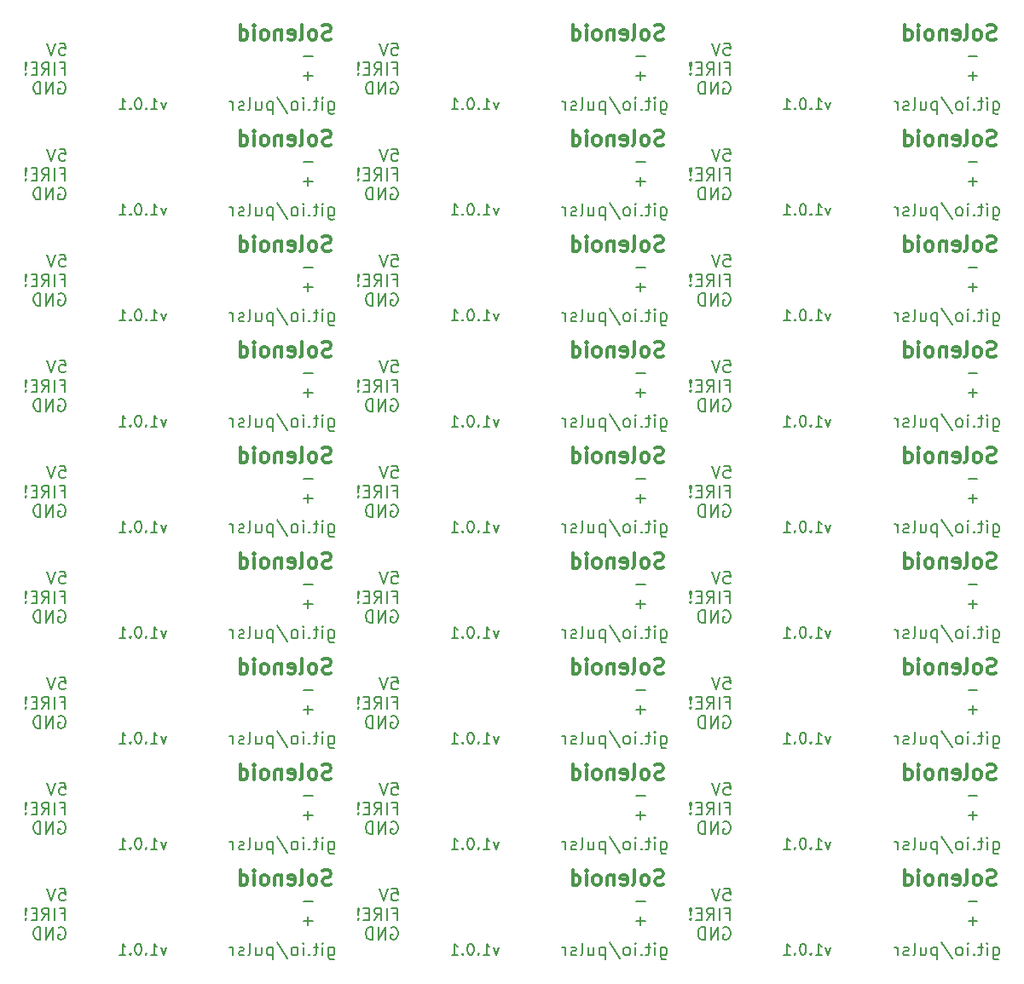
<source format=gbr>
G04 #@! TF.GenerationSoftware,KiCad,Pcbnew,5.99.0-unknown-r16857-c6889b00*
G04 #@! TF.CreationDate,2019-10-20T20:17:35+02:00*
G04 #@! TF.ProjectId,pulsr-panel,70756c73-722d-4706-916e-656c2e6b6963,rev?*
G04 #@! TF.SameCoordinates,Original*
G04 #@! TF.FileFunction,Legend,Bot*
G04 #@! TF.FilePolarity,Positive*
%FSLAX46Y46*%
G04 Gerber Fmt 4.6, Leading zero omitted, Abs format (unit mm)*
G04 Created by KiCad (PCBNEW 5.99.0-unknown-r16857-c6889b00) date 2019-10-20 20:17:35*
%MOMM*%
%LPD*%
G04 APERTURE LIST*
%ADD10C,0.200000*%
%ADD11C,0.300000*%
%ADD12C,0.180000*%
G04 APERTURE END LIST*
D10*
X117286666Y-112832142D02*
X117286666Y-113844047D01*
X117346190Y-113963095D01*
X117405714Y-114022619D01*
X117524761Y-114082142D01*
X117703333Y-114082142D01*
X117822380Y-114022619D01*
X117286666Y-113605952D02*
X117405714Y-113665476D01*
X117643809Y-113665476D01*
X117762857Y-113605952D01*
X117822380Y-113546428D01*
X117881904Y-113427380D01*
X117881904Y-113070238D01*
X117822380Y-112951190D01*
X117762857Y-112891666D01*
X117643809Y-112832142D01*
X117405714Y-112832142D01*
X117286666Y-112891666D01*
X116691428Y-113665476D02*
X116691428Y-112832142D01*
X116691428Y-112415476D02*
X116750952Y-112475000D01*
X116691428Y-112534523D01*
X116631904Y-112475000D01*
X116691428Y-112415476D01*
X116691428Y-112534523D01*
X116274761Y-112832142D02*
X115798571Y-112832142D01*
X116096190Y-112415476D02*
X116096190Y-113486904D01*
X116036666Y-113605952D01*
X115917619Y-113665476D01*
X115798571Y-113665476D01*
X115381904Y-113546428D02*
X115322380Y-113605952D01*
X115381904Y-113665476D01*
X115441428Y-113605952D01*
X115381904Y-113546428D01*
X115381904Y-113665476D01*
X114786666Y-113665476D02*
X114786666Y-112832142D01*
X114786666Y-112415476D02*
X114846190Y-112475000D01*
X114786666Y-112534523D01*
X114727142Y-112475000D01*
X114786666Y-112415476D01*
X114786666Y-112534523D01*
X114012857Y-113665476D02*
X114131904Y-113605952D01*
X114191428Y-113546428D01*
X114250952Y-113427380D01*
X114250952Y-113070238D01*
X114191428Y-112951190D01*
X114131904Y-112891666D01*
X114012857Y-112832142D01*
X113834285Y-112832142D01*
X113715238Y-112891666D01*
X113655714Y-112951190D01*
X113596190Y-113070238D01*
X113596190Y-113427380D01*
X113655714Y-113546428D01*
X113715238Y-113605952D01*
X113834285Y-113665476D01*
X114012857Y-113665476D01*
X112167619Y-112355952D02*
X113239047Y-113963095D01*
X111750952Y-112832142D02*
X111750952Y-114082142D01*
X111750952Y-112891666D02*
X111631904Y-112832142D01*
X111393809Y-112832142D01*
X111274761Y-112891666D01*
X111215238Y-112951190D01*
X111155714Y-113070238D01*
X111155714Y-113427380D01*
X111215238Y-113546428D01*
X111274761Y-113605952D01*
X111393809Y-113665476D01*
X111631904Y-113665476D01*
X111750952Y-113605952D01*
X110084285Y-112832142D02*
X110084285Y-113665476D01*
X110620000Y-112832142D02*
X110620000Y-113486904D01*
X110560476Y-113605952D01*
X110441428Y-113665476D01*
X110262857Y-113665476D01*
X110143809Y-113605952D01*
X110084285Y-113546428D01*
X109310476Y-113665476D02*
X109429523Y-113605952D01*
X109489047Y-113486904D01*
X109489047Y-112415476D01*
X108893809Y-113605952D02*
X108774761Y-113665476D01*
X108536666Y-113665476D01*
X108417619Y-113605952D01*
X108358095Y-113486904D01*
X108358095Y-113427380D01*
X108417619Y-113308333D01*
X108536666Y-113248809D01*
X108715238Y-113248809D01*
X108834285Y-113189285D01*
X108893809Y-113070238D01*
X108893809Y-113010714D01*
X108834285Y-112891666D01*
X108715238Y-112832142D01*
X108536666Y-112832142D01*
X108417619Y-112891666D01*
X107822380Y-113665476D02*
X107822380Y-112832142D01*
X107822380Y-113070238D02*
X107762857Y-112951190D01*
X107703333Y-112891666D01*
X107584285Y-112832142D01*
X107465238Y-112832142D01*
X84286666Y-112832142D02*
X84286666Y-113844047D01*
X84346190Y-113963095D01*
X84405714Y-114022619D01*
X84524761Y-114082142D01*
X84703333Y-114082142D01*
X84822380Y-114022619D01*
X84286666Y-113605952D02*
X84405714Y-113665476D01*
X84643809Y-113665476D01*
X84762857Y-113605952D01*
X84822380Y-113546428D01*
X84881904Y-113427380D01*
X84881904Y-113070238D01*
X84822380Y-112951190D01*
X84762857Y-112891666D01*
X84643809Y-112832142D01*
X84405714Y-112832142D01*
X84286666Y-112891666D01*
X83691428Y-113665476D02*
X83691428Y-112832142D01*
X83691428Y-112415476D02*
X83750952Y-112475000D01*
X83691428Y-112534523D01*
X83631904Y-112475000D01*
X83691428Y-112415476D01*
X83691428Y-112534523D01*
X83274761Y-112832142D02*
X82798571Y-112832142D01*
X83096190Y-112415476D02*
X83096190Y-113486904D01*
X83036666Y-113605952D01*
X82917619Y-113665476D01*
X82798571Y-113665476D01*
X82381904Y-113546428D02*
X82322380Y-113605952D01*
X82381904Y-113665476D01*
X82441428Y-113605952D01*
X82381904Y-113546428D01*
X82381904Y-113665476D01*
X81786666Y-113665476D02*
X81786666Y-112832142D01*
X81786666Y-112415476D02*
X81846190Y-112475000D01*
X81786666Y-112534523D01*
X81727142Y-112475000D01*
X81786666Y-112415476D01*
X81786666Y-112534523D01*
X81012857Y-113665476D02*
X81131904Y-113605952D01*
X81191428Y-113546428D01*
X81250952Y-113427380D01*
X81250952Y-113070238D01*
X81191428Y-112951190D01*
X81131904Y-112891666D01*
X81012857Y-112832142D01*
X80834285Y-112832142D01*
X80715238Y-112891666D01*
X80655714Y-112951190D01*
X80596190Y-113070238D01*
X80596190Y-113427380D01*
X80655714Y-113546428D01*
X80715238Y-113605952D01*
X80834285Y-113665476D01*
X81012857Y-113665476D01*
X79167619Y-112355952D02*
X80239047Y-113963095D01*
X78750952Y-112832142D02*
X78750952Y-114082142D01*
X78750952Y-112891666D02*
X78631904Y-112832142D01*
X78393809Y-112832142D01*
X78274761Y-112891666D01*
X78215238Y-112951190D01*
X78155714Y-113070238D01*
X78155714Y-113427380D01*
X78215238Y-113546428D01*
X78274761Y-113605952D01*
X78393809Y-113665476D01*
X78631904Y-113665476D01*
X78750952Y-113605952D01*
X77084285Y-112832142D02*
X77084285Y-113665476D01*
X77620000Y-112832142D02*
X77620000Y-113486904D01*
X77560476Y-113605952D01*
X77441428Y-113665476D01*
X77262857Y-113665476D01*
X77143809Y-113605952D01*
X77084285Y-113546428D01*
X76310476Y-113665476D02*
X76429523Y-113605952D01*
X76489047Y-113486904D01*
X76489047Y-112415476D01*
X75893809Y-113605952D02*
X75774761Y-113665476D01*
X75536666Y-113665476D01*
X75417619Y-113605952D01*
X75358095Y-113486904D01*
X75358095Y-113427380D01*
X75417619Y-113308333D01*
X75536666Y-113248809D01*
X75715238Y-113248809D01*
X75834285Y-113189285D01*
X75893809Y-113070238D01*
X75893809Y-113010714D01*
X75834285Y-112891666D01*
X75715238Y-112832142D01*
X75536666Y-112832142D01*
X75417619Y-112891666D01*
X74822380Y-113665476D02*
X74822380Y-112832142D01*
X74822380Y-113070238D02*
X74762857Y-112951190D01*
X74703333Y-112891666D01*
X74584285Y-112832142D01*
X74465238Y-112832142D01*
X51286666Y-112832142D02*
X51286666Y-113844047D01*
X51346190Y-113963095D01*
X51405714Y-114022619D01*
X51524761Y-114082142D01*
X51703333Y-114082142D01*
X51822380Y-114022619D01*
X51286666Y-113605952D02*
X51405714Y-113665476D01*
X51643809Y-113665476D01*
X51762857Y-113605952D01*
X51822380Y-113546428D01*
X51881904Y-113427380D01*
X51881904Y-113070238D01*
X51822380Y-112951190D01*
X51762857Y-112891666D01*
X51643809Y-112832142D01*
X51405714Y-112832142D01*
X51286666Y-112891666D01*
X50691428Y-113665476D02*
X50691428Y-112832142D01*
X50691428Y-112415476D02*
X50750952Y-112475000D01*
X50691428Y-112534523D01*
X50631904Y-112475000D01*
X50691428Y-112415476D01*
X50691428Y-112534523D01*
X50274761Y-112832142D02*
X49798571Y-112832142D01*
X50096190Y-112415476D02*
X50096190Y-113486904D01*
X50036666Y-113605952D01*
X49917619Y-113665476D01*
X49798571Y-113665476D01*
X49381904Y-113546428D02*
X49322380Y-113605952D01*
X49381904Y-113665476D01*
X49441428Y-113605952D01*
X49381904Y-113546428D01*
X49381904Y-113665476D01*
X48786666Y-113665476D02*
X48786666Y-112832142D01*
X48786666Y-112415476D02*
X48846190Y-112475000D01*
X48786666Y-112534523D01*
X48727142Y-112475000D01*
X48786666Y-112415476D01*
X48786666Y-112534523D01*
X48012857Y-113665476D02*
X48131904Y-113605952D01*
X48191428Y-113546428D01*
X48250952Y-113427380D01*
X48250952Y-113070238D01*
X48191428Y-112951190D01*
X48131904Y-112891666D01*
X48012857Y-112832142D01*
X47834285Y-112832142D01*
X47715238Y-112891666D01*
X47655714Y-112951190D01*
X47596190Y-113070238D01*
X47596190Y-113427380D01*
X47655714Y-113546428D01*
X47715238Y-113605952D01*
X47834285Y-113665476D01*
X48012857Y-113665476D01*
X46167619Y-112355952D02*
X47239047Y-113963095D01*
X45750952Y-112832142D02*
X45750952Y-114082142D01*
X45750952Y-112891666D02*
X45631904Y-112832142D01*
X45393809Y-112832142D01*
X45274761Y-112891666D01*
X45215238Y-112951190D01*
X45155714Y-113070238D01*
X45155714Y-113427380D01*
X45215238Y-113546428D01*
X45274761Y-113605952D01*
X45393809Y-113665476D01*
X45631904Y-113665476D01*
X45750952Y-113605952D01*
X44084285Y-112832142D02*
X44084285Y-113665476D01*
X44620000Y-112832142D02*
X44620000Y-113486904D01*
X44560476Y-113605952D01*
X44441428Y-113665476D01*
X44262857Y-113665476D01*
X44143809Y-113605952D01*
X44084285Y-113546428D01*
X43310476Y-113665476D02*
X43429523Y-113605952D01*
X43489047Y-113486904D01*
X43489047Y-112415476D01*
X42893809Y-113605952D02*
X42774761Y-113665476D01*
X42536666Y-113665476D01*
X42417619Y-113605952D01*
X42358095Y-113486904D01*
X42358095Y-113427380D01*
X42417619Y-113308333D01*
X42536666Y-113248809D01*
X42715238Y-113248809D01*
X42834285Y-113189285D01*
X42893809Y-113070238D01*
X42893809Y-113010714D01*
X42834285Y-112891666D01*
X42715238Y-112832142D01*
X42536666Y-112832142D01*
X42417619Y-112891666D01*
X41822380Y-113665476D02*
X41822380Y-112832142D01*
X41822380Y-113070238D02*
X41762857Y-112951190D01*
X41703333Y-112891666D01*
X41584285Y-112832142D01*
X41465238Y-112832142D01*
X117286666Y-102332142D02*
X117286666Y-103344047D01*
X117346190Y-103463095D01*
X117405714Y-103522619D01*
X117524761Y-103582142D01*
X117703333Y-103582142D01*
X117822380Y-103522619D01*
X117286666Y-103105952D02*
X117405714Y-103165476D01*
X117643809Y-103165476D01*
X117762857Y-103105952D01*
X117822380Y-103046428D01*
X117881904Y-102927380D01*
X117881904Y-102570238D01*
X117822380Y-102451190D01*
X117762857Y-102391666D01*
X117643809Y-102332142D01*
X117405714Y-102332142D01*
X117286666Y-102391666D01*
X116691428Y-103165476D02*
X116691428Y-102332142D01*
X116691428Y-101915476D02*
X116750952Y-101975000D01*
X116691428Y-102034523D01*
X116631904Y-101975000D01*
X116691428Y-101915476D01*
X116691428Y-102034523D01*
X116274761Y-102332142D02*
X115798571Y-102332142D01*
X116096190Y-101915476D02*
X116096190Y-102986904D01*
X116036666Y-103105952D01*
X115917619Y-103165476D01*
X115798571Y-103165476D01*
X115381904Y-103046428D02*
X115322380Y-103105952D01*
X115381904Y-103165476D01*
X115441428Y-103105952D01*
X115381904Y-103046428D01*
X115381904Y-103165476D01*
X114786666Y-103165476D02*
X114786666Y-102332142D01*
X114786666Y-101915476D02*
X114846190Y-101975000D01*
X114786666Y-102034523D01*
X114727142Y-101975000D01*
X114786666Y-101915476D01*
X114786666Y-102034523D01*
X114012857Y-103165476D02*
X114131904Y-103105952D01*
X114191428Y-103046428D01*
X114250952Y-102927380D01*
X114250952Y-102570238D01*
X114191428Y-102451190D01*
X114131904Y-102391666D01*
X114012857Y-102332142D01*
X113834285Y-102332142D01*
X113715238Y-102391666D01*
X113655714Y-102451190D01*
X113596190Y-102570238D01*
X113596190Y-102927380D01*
X113655714Y-103046428D01*
X113715238Y-103105952D01*
X113834285Y-103165476D01*
X114012857Y-103165476D01*
X112167619Y-101855952D02*
X113239047Y-103463095D01*
X111750952Y-102332142D02*
X111750952Y-103582142D01*
X111750952Y-102391666D02*
X111631904Y-102332142D01*
X111393809Y-102332142D01*
X111274761Y-102391666D01*
X111215238Y-102451190D01*
X111155714Y-102570238D01*
X111155714Y-102927380D01*
X111215238Y-103046428D01*
X111274761Y-103105952D01*
X111393809Y-103165476D01*
X111631904Y-103165476D01*
X111750952Y-103105952D01*
X110084285Y-102332142D02*
X110084285Y-103165476D01*
X110620000Y-102332142D02*
X110620000Y-102986904D01*
X110560476Y-103105952D01*
X110441428Y-103165476D01*
X110262857Y-103165476D01*
X110143809Y-103105952D01*
X110084285Y-103046428D01*
X109310476Y-103165476D02*
X109429523Y-103105952D01*
X109489047Y-102986904D01*
X109489047Y-101915476D01*
X108893809Y-103105952D02*
X108774761Y-103165476D01*
X108536666Y-103165476D01*
X108417619Y-103105952D01*
X108358095Y-102986904D01*
X108358095Y-102927380D01*
X108417619Y-102808333D01*
X108536666Y-102748809D01*
X108715238Y-102748809D01*
X108834285Y-102689285D01*
X108893809Y-102570238D01*
X108893809Y-102510714D01*
X108834285Y-102391666D01*
X108715238Y-102332142D01*
X108536666Y-102332142D01*
X108417619Y-102391666D01*
X107822380Y-103165476D02*
X107822380Y-102332142D01*
X107822380Y-102570238D02*
X107762857Y-102451190D01*
X107703333Y-102391666D01*
X107584285Y-102332142D01*
X107465238Y-102332142D01*
X84286666Y-102332142D02*
X84286666Y-103344047D01*
X84346190Y-103463095D01*
X84405714Y-103522619D01*
X84524761Y-103582142D01*
X84703333Y-103582142D01*
X84822380Y-103522619D01*
X84286666Y-103105952D02*
X84405714Y-103165476D01*
X84643809Y-103165476D01*
X84762857Y-103105952D01*
X84822380Y-103046428D01*
X84881904Y-102927380D01*
X84881904Y-102570238D01*
X84822380Y-102451190D01*
X84762857Y-102391666D01*
X84643809Y-102332142D01*
X84405714Y-102332142D01*
X84286666Y-102391666D01*
X83691428Y-103165476D02*
X83691428Y-102332142D01*
X83691428Y-101915476D02*
X83750952Y-101975000D01*
X83691428Y-102034523D01*
X83631904Y-101975000D01*
X83691428Y-101915476D01*
X83691428Y-102034523D01*
X83274761Y-102332142D02*
X82798571Y-102332142D01*
X83096190Y-101915476D02*
X83096190Y-102986904D01*
X83036666Y-103105952D01*
X82917619Y-103165476D01*
X82798571Y-103165476D01*
X82381904Y-103046428D02*
X82322380Y-103105952D01*
X82381904Y-103165476D01*
X82441428Y-103105952D01*
X82381904Y-103046428D01*
X82381904Y-103165476D01*
X81786666Y-103165476D02*
X81786666Y-102332142D01*
X81786666Y-101915476D02*
X81846190Y-101975000D01*
X81786666Y-102034523D01*
X81727142Y-101975000D01*
X81786666Y-101915476D01*
X81786666Y-102034523D01*
X81012857Y-103165476D02*
X81131904Y-103105952D01*
X81191428Y-103046428D01*
X81250952Y-102927380D01*
X81250952Y-102570238D01*
X81191428Y-102451190D01*
X81131904Y-102391666D01*
X81012857Y-102332142D01*
X80834285Y-102332142D01*
X80715238Y-102391666D01*
X80655714Y-102451190D01*
X80596190Y-102570238D01*
X80596190Y-102927380D01*
X80655714Y-103046428D01*
X80715238Y-103105952D01*
X80834285Y-103165476D01*
X81012857Y-103165476D01*
X79167619Y-101855952D02*
X80239047Y-103463095D01*
X78750952Y-102332142D02*
X78750952Y-103582142D01*
X78750952Y-102391666D02*
X78631904Y-102332142D01*
X78393809Y-102332142D01*
X78274761Y-102391666D01*
X78215238Y-102451190D01*
X78155714Y-102570238D01*
X78155714Y-102927380D01*
X78215238Y-103046428D01*
X78274761Y-103105952D01*
X78393809Y-103165476D01*
X78631904Y-103165476D01*
X78750952Y-103105952D01*
X77084285Y-102332142D02*
X77084285Y-103165476D01*
X77620000Y-102332142D02*
X77620000Y-102986904D01*
X77560476Y-103105952D01*
X77441428Y-103165476D01*
X77262857Y-103165476D01*
X77143809Y-103105952D01*
X77084285Y-103046428D01*
X76310476Y-103165476D02*
X76429523Y-103105952D01*
X76489047Y-102986904D01*
X76489047Y-101915476D01*
X75893809Y-103105952D02*
X75774761Y-103165476D01*
X75536666Y-103165476D01*
X75417619Y-103105952D01*
X75358095Y-102986904D01*
X75358095Y-102927380D01*
X75417619Y-102808333D01*
X75536666Y-102748809D01*
X75715238Y-102748809D01*
X75834285Y-102689285D01*
X75893809Y-102570238D01*
X75893809Y-102510714D01*
X75834285Y-102391666D01*
X75715238Y-102332142D01*
X75536666Y-102332142D01*
X75417619Y-102391666D01*
X74822380Y-103165476D02*
X74822380Y-102332142D01*
X74822380Y-102570238D02*
X74762857Y-102451190D01*
X74703333Y-102391666D01*
X74584285Y-102332142D01*
X74465238Y-102332142D01*
X51286666Y-102332142D02*
X51286666Y-103344047D01*
X51346190Y-103463095D01*
X51405714Y-103522619D01*
X51524761Y-103582142D01*
X51703333Y-103582142D01*
X51822380Y-103522619D01*
X51286666Y-103105952D02*
X51405714Y-103165476D01*
X51643809Y-103165476D01*
X51762857Y-103105952D01*
X51822380Y-103046428D01*
X51881904Y-102927380D01*
X51881904Y-102570238D01*
X51822380Y-102451190D01*
X51762857Y-102391666D01*
X51643809Y-102332142D01*
X51405714Y-102332142D01*
X51286666Y-102391666D01*
X50691428Y-103165476D02*
X50691428Y-102332142D01*
X50691428Y-101915476D02*
X50750952Y-101975000D01*
X50691428Y-102034523D01*
X50631904Y-101975000D01*
X50691428Y-101915476D01*
X50691428Y-102034523D01*
X50274761Y-102332142D02*
X49798571Y-102332142D01*
X50096190Y-101915476D02*
X50096190Y-102986904D01*
X50036666Y-103105952D01*
X49917619Y-103165476D01*
X49798571Y-103165476D01*
X49381904Y-103046428D02*
X49322380Y-103105952D01*
X49381904Y-103165476D01*
X49441428Y-103105952D01*
X49381904Y-103046428D01*
X49381904Y-103165476D01*
X48786666Y-103165476D02*
X48786666Y-102332142D01*
X48786666Y-101915476D02*
X48846190Y-101975000D01*
X48786666Y-102034523D01*
X48727142Y-101975000D01*
X48786666Y-101915476D01*
X48786666Y-102034523D01*
X48012857Y-103165476D02*
X48131904Y-103105952D01*
X48191428Y-103046428D01*
X48250952Y-102927380D01*
X48250952Y-102570238D01*
X48191428Y-102451190D01*
X48131904Y-102391666D01*
X48012857Y-102332142D01*
X47834285Y-102332142D01*
X47715238Y-102391666D01*
X47655714Y-102451190D01*
X47596190Y-102570238D01*
X47596190Y-102927380D01*
X47655714Y-103046428D01*
X47715238Y-103105952D01*
X47834285Y-103165476D01*
X48012857Y-103165476D01*
X46167619Y-101855952D02*
X47239047Y-103463095D01*
X45750952Y-102332142D02*
X45750952Y-103582142D01*
X45750952Y-102391666D02*
X45631904Y-102332142D01*
X45393809Y-102332142D01*
X45274761Y-102391666D01*
X45215238Y-102451190D01*
X45155714Y-102570238D01*
X45155714Y-102927380D01*
X45215238Y-103046428D01*
X45274761Y-103105952D01*
X45393809Y-103165476D01*
X45631904Y-103165476D01*
X45750952Y-103105952D01*
X44084285Y-102332142D02*
X44084285Y-103165476D01*
X44620000Y-102332142D02*
X44620000Y-102986904D01*
X44560476Y-103105952D01*
X44441428Y-103165476D01*
X44262857Y-103165476D01*
X44143809Y-103105952D01*
X44084285Y-103046428D01*
X43310476Y-103165476D02*
X43429523Y-103105952D01*
X43489047Y-102986904D01*
X43489047Y-101915476D01*
X42893809Y-103105952D02*
X42774761Y-103165476D01*
X42536666Y-103165476D01*
X42417619Y-103105952D01*
X42358095Y-102986904D01*
X42358095Y-102927380D01*
X42417619Y-102808333D01*
X42536666Y-102748809D01*
X42715238Y-102748809D01*
X42834285Y-102689285D01*
X42893809Y-102570238D01*
X42893809Y-102510714D01*
X42834285Y-102391666D01*
X42715238Y-102332142D01*
X42536666Y-102332142D01*
X42417619Y-102391666D01*
X41822380Y-103165476D02*
X41822380Y-102332142D01*
X41822380Y-102570238D02*
X41762857Y-102451190D01*
X41703333Y-102391666D01*
X41584285Y-102332142D01*
X41465238Y-102332142D01*
X117286666Y-91832142D02*
X117286666Y-92844047D01*
X117346190Y-92963095D01*
X117405714Y-93022619D01*
X117524761Y-93082142D01*
X117703333Y-93082142D01*
X117822380Y-93022619D01*
X117286666Y-92605952D02*
X117405714Y-92665476D01*
X117643809Y-92665476D01*
X117762857Y-92605952D01*
X117822380Y-92546428D01*
X117881904Y-92427380D01*
X117881904Y-92070238D01*
X117822380Y-91951190D01*
X117762857Y-91891666D01*
X117643809Y-91832142D01*
X117405714Y-91832142D01*
X117286666Y-91891666D01*
X116691428Y-92665476D02*
X116691428Y-91832142D01*
X116691428Y-91415476D02*
X116750952Y-91475000D01*
X116691428Y-91534523D01*
X116631904Y-91475000D01*
X116691428Y-91415476D01*
X116691428Y-91534523D01*
X116274761Y-91832142D02*
X115798571Y-91832142D01*
X116096190Y-91415476D02*
X116096190Y-92486904D01*
X116036666Y-92605952D01*
X115917619Y-92665476D01*
X115798571Y-92665476D01*
X115381904Y-92546428D02*
X115322380Y-92605952D01*
X115381904Y-92665476D01*
X115441428Y-92605952D01*
X115381904Y-92546428D01*
X115381904Y-92665476D01*
X114786666Y-92665476D02*
X114786666Y-91832142D01*
X114786666Y-91415476D02*
X114846190Y-91475000D01*
X114786666Y-91534523D01*
X114727142Y-91475000D01*
X114786666Y-91415476D01*
X114786666Y-91534523D01*
X114012857Y-92665476D02*
X114131904Y-92605952D01*
X114191428Y-92546428D01*
X114250952Y-92427380D01*
X114250952Y-92070238D01*
X114191428Y-91951190D01*
X114131904Y-91891666D01*
X114012857Y-91832142D01*
X113834285Y-91832142D01*
X113715238Y-91891666D01*
X113655714Y-91951190D01*
X113596190Y-92070238D01*
X113596190Y-92427380D01*
X113655714Y-92546428D01*
X113715238Y-92605952D01*
X113834285Y-92665476D01*
X114012857Y-92665476D01*
X112167619Y-91355952D02*
X113239047Y-92963095D01*
X111750952Y-91832142D02*
X111750952Y-93082142D01*
X111750952Y-91891666D02*
X111631904Y-91832142D01*
X111393809Y-91832142D01*
X111274761Y-91891666D01*
X111215238Y-91951190D01*
X111155714Y-92070238D01*
X111155714Y-92427380D01*
X111215238Y-92546428D01*
X111274761Y-92605952D01*
X111393809Y-92665476D01*
X111631904Y-92665476D01*
X111750952Y-92605952D01*
X110084285Y-91832142D02*
X110084285Y-92665476D01*
X110620000Y-91832142D02*
X110620000Y-92486904D01*
X110560476Y-92605952D01*
X110441428Y-92665476D01*
X110262857Y-92665476D01*
X110143809Y-92605952D01*
X110084285Y-92546428D01*
X109310476Y-92665476D02*
X109429523Y-92605952D01*
X109489047Y-92486904D01*
X109489047Y-91415476D01*
X108893809Y-92605952D02*
X108774761Y-92665476D01*
X108536666Y-92665476D01*
X108417619Y-92605952D01*
X108358095Y-92486904D01*
X108358095Y-92427380D01*
X108417619Y-92308333D01*
X108536666Y-92248809D01*
X108715238Y-92248809D01*
X108834285Y-92189285D01*
X108893809Y-92070238D01*
X108893809Y-92010714D01*
X108834285Y-91891666D01*
X108715238Y-91832142D01*
X108536666Y-91832142D01*
X108417619Y-91891666D01*
X107822380Y-92665476D02*
X107822380Y-91832142D01*
X107822380Y-92070238D02*
X107762857Y-91951190D01*
X107703333Y-91891666D01*
X107584285Y-91832142D01*
X107465238Y-91832142D01*
X84286666Y-91832142D02*
X84286666Y-92844047D01*
X84346190Y-92963095D01*
X84405714Y-93022619D01*
X84524761Y-93082142D01*
X84703333Y-93082142D01*
X84822380Y-93022619D01*
X84286666Y-92605952D02*
X84405714Y-92665476D01*
X84643809Y-92665476D01*
X84762857Y-92605952D01*
X84822380Y-92546428D01*
X84881904Y-92427380D01*
X84881904Y-92070238D01*
X84822380Y-91951190D01*
X84762857Y-91891666D01*
X84643809Y-91832142D01*
X84405714Y-91832142D01*
X84286666Y-91891666D01*
X83691428Y-92665476D02*
X83691428Y-91832142D01*
X83691428Y-91415476D02*
X83750952Y-91475000D01*
X83691428Y-91534523D01*
X83631904Y-91475000D01*
X83691428Y-91415476D01*
X83691428Y-91534523D01*
X83274761Y-91832142D02*
X82798571Y-91832142D01*
X83096190Y-91415476D02*
X83096190Y-92486904D01*
X83036666Y-92605952D01*
X82917619Y-92665476D01*
X82798571Y-92665476D01*
X82381904Y-92546428D02*
X82322380Y-92605952D01*
X82381904Y-92665476D01*
X82441428Y-92605952D01*
X82381904Y-92546428D01*
X82381904Y-92665476D01*
X81786666Y-92665476D02*
X81786666Y-91832142D01*
X81786666Y-91415476D02*
X81846190Y-91475000D01*
X81786666Y-91534523D01*
X81727142Y-91475000D01*
X81786666Y-91415476D01*
X81786666Y-91534523D01*
X81012857Y-92665476D02*
X81131904Y-92605952D01*
X81191428Y-92546428D01*
X81250952Y-92427380D01*
X81250952Y-92070238D01*
X81191428Y-91951190D01*
X81131904Y-91891666D01*
X81012857Y-91832142D01*
X80834285Y-91832142D01*
X80715238Y-91891666D01*
X80655714Y-91951190D01*
X80596190Y-92070238D01*
X80596190Y-92427380D01*
X80655714Y-92546428D01*
X80715238Y-92605952D01*
X80834285Y-92665476D01*
X81012857Y-92665476D01*
X79167619Y-91355952D02*
X80239047Y-92963095D01*
X78750952Y-91832142D02*
X78750952Y-93082142D01*
X78750952Y-91891666D02*
X78631904Y-91832142D01*
X78393809Y-91832142D01*
X78274761Y-91891666D01*
X78215238Y-91951190D01*
X78155714Y-92070238D01*
X78155714Y-92427380D01*
X78215238Y-92546428D01*
X78274761Y-92605952D01*
X78393809Y-92665476D01*
X78631904Y-92665476D01*
X78750952Y-92605952D01*
X77084285Y-91832142D02*
X77084285Y-92665476D01*
X77620000Y-91832142D02*
X77620000Y-92486904D01*
X77560476Y-92605952D01*
X77441428Y-92665476D01*
X77262857Y-92665476D01*
X77143809Y-92605952D01*
X77084285Y-92546428D01*
X76310476Y-92665476D02*
X76429523Y-92605952D01*
X76489047Y-92486904D01*
X76489047Y-91415476D01*
X75893809Y-92605952D02*
X75774761Y-92665476D01*
X75536666Y-92665476D01*
X75417619Y-92605952D01*
X75358095Y-92486904D01*
X75358095Y-92427380D01*
X75417619Y-92308333D01*
X75536666Y-92248809D01*
X75715238Y-92248809D01*
X75834285Y-92189285D01*
X75893809Y-92070238D01*
X75893809Y-92010714D01*
X75834285Y-91891666D01*
X75715238Y-91832142D01*
X75536666Y-91832142D01*
X75417619Y-91891666D01*
X74822380Y-92665476D02*
X74822380Y-91832142D01*
X74822380Y-92070238D02*
X74762857Y-91951190D01*
X74703333Y-91891666D01*
X74584285Y-91832142D01*
X74465238Y-91832142D01*
X51286666Y-91832142D02*
X51286666Y-92844047D01*
X51346190Y-92963095D01*
X51405714Y-93022619D01*
X51524761Y-93082142D01*
X51703333Y-93082142D01*
X51822380Y-93022619D01*
X51286666Y-92605952D02*
X51405714Y-92665476D01*
X51643809Y-92665476D01*
X51762857Y-92605952D01*
X51822380Y-92546428D01*
X51881904Y-92427380D01*
X51881904Y-92070238D01*
X51822380Y-91951190D01*
X51762857Y-91891666D01*
X51643809Y-91832142D01*
X51405714Y-91832142D01*
X51286666Y-91891666D01*
X50691428Y-92665476D02*
X50691428Y-91832142D01*
X50691428Y-91415476D02*
X50750952Y-91475000D01*
X50691428Y-91534523D01*
X50631904Y-91475000D01*
X50691428Y-91415476D01*
X50691428Y-91534523D01*
X50274761Y-91832142D02*
X49798571Y-91832142D01*
X50096190Y-91415476D02*
X50096190Y-92486904D01*
X50036666Y-92605952D01*
X49917619Y-92665476D01*
X49798571Y-92665476D01*
X49381904Y-92546428D02*
X49322380Y-92605952D01*
X49381904Y-92665476D01*
X49441428Y-92605952D01*
X49381904Y-92546428D01*
X49381904Y-92665476D01*
X48786666Y-92665476D02*
X48786666Y-91832142D01*
X48786666Y-91415476D02*
X48846190Y-91475000D01*
X48786666Y-91534523D01*
X48727142Y-91475000D01*
X48786666Y-91415476D01*
X48786666Y-91534523D01*
X48012857Y-92665476D02*
X48131904Y-92605952D01*
X48191428Y-92546428D01*
X48250952Y-92427380D01*
X48250952Y-92070238D01*
X48191428Y-91951190D01*
X48131904Y-91891666D01*
X48012857Y-91832142D01*
X47834285Y-91832142D01*
X47715238Y-91891666D01*
X47655714Y-91951190D01*
X47596190Y-92070238D01*
X47596190Y-92427380D01*
X47655714Y-92546428D01*
X47715238Y-92605952D01*
X47834285Y-92665476D01*
X48012857Y-92665476D01*
X46167619Y-91355952D02*
X47239047Y-92963095D01*
X45750952Y-91832142D02*
X45750952Y-93082142D01*
X45750952Y-91891666D02*
X45631904Y-91832142D01*
X45393809Y-91832142D01*
X45274761Y-91891666D01*
X45215238Y-91951190D01*
X45155714Y-92070238D01*
X45155714Y-92427380D01*
X45215238Y-92546428D01*
X45274761Y-92605952D01*
X45393809Y-92665476D01*
X45631904Y-92665476D01*
X45750952Y-92605952D01*
X44084285Y-91832142D02*
X44084285Y-92665476D01*
X44620000Y-91832142D02*
X44620000Y-92486904D01*
X44560476Y-92605952D01*
X44441428Y-92665476D01*
X44262857Y-92665476D01*
X44143809Y-92605952D01*
X44084285Y-92546428D01*
X43310476Y-92665476D02*
X43429523Y-92605952D01*
X43489047Y-92486904D01*
X43489047Y-91415476D01*
X42893809Y-92605952D02*
X42774761Y-92665476D01*
X42536666Y-92665476D01*
X42417619Y-92605952D01*
X42358095Y-92486904D01*
X42358095Y-92427380D01*
X42417619Y-92308333D01*
X42536666Y-92248809D01*
X42715238Y-92248809D01*
X42834285Y-92189285D01*
X42893809Y-92070238D01*
X42893809Y-92010714D01*
X42834285Y-91891666D01*
X42715238Y-91832142D01*
X42536666Y-91832142D01*
X42417619Y-91891666D01*
X41822380Y-92665476D02*
X41822380Y-91832142D01*
X41822380Y-92070238D02*
X41762857Y-91951190D01*
X41703333Y-91891666D01*
X41584285Y-91832142D01*
X41465238Y-91832142D01*
X117286666Y-81332142D02*
X117286666Y-82344047D01*
X117346190Y-82463095D01*
X117405714Y-82522619D01*
X117524761Y-82582142D01*
X117703333Y-82582142D01*
X117822380Y-82522619D01*
X117286666Y-82105952D02*
X117405714Y-82165476D01*
X117643809Y-82165476D01*
X117762857Y-82105952D01*
X117822380Y-82046428D01*
X117881904Y-81927380D01*
X117881904Y-81570238D01*
X117822380Y-81451190D01*
X117762857Y-81391666D01*
X117643809Y-81332142D01*
X117405714Y-81332142D01*
X117286666Y-81391666D01*
X116691428Y-82165476D02*
X116691428Y-81332142D01*
X116691428Y-80915476D02*
X116750952Y-80975000D01*
X116691428Y-81034523D01*
X116631904Y-80975000D01*
X116691428Y-80915476D01*
X116691428Y-81034523D01*
X116274761Y-81332142D02*
X115798571Y-81332142D01*
X116096190Y-80915476D02*
X116096190Y-81986904D01*
X116036666Y-82105952D01*
X115917619Y-82165476D01*
X115798571Y-82165476D01*
X115381904Y-82046428D02*
X115322380Y-82105952D01*
X115381904Y-82165476D01*
X115441428Y-82105952D01*
X115381904Y-82046428D01*
X115381904Y-82165476D01*
X114786666Y-82165476D02*
X114786666Y-81332142D01*
X114786666Y-80915476D02*
X114846190Y-80975000D01*
X114786666Y-81034523D01*
X114727142Y-80975000D01*
X114786666Y-80915476D01*
X114786666Y-81034523D01*
X114012857Y-82165476D02*
X114131904Y-82105952D01*
X114191428Y-82046428D01*
X114250952Y-81927380D01*
X114250952Y-81570238D01*
X114191428Y-81451190D01*
X114131904Y-81391666D01*
X114012857Y-81332142D01*
X113834285Y-81332142D01*
X113715238Y-81391666D01*
X113655714Y-81451190D01*
X113596190Y-81570238D01*
X113596190Y-81927380D01*
X113655714Y-82046428D01*
X113715238Y-82105952D01*
X113834285Y-82165476D01*
X114012857Y-82165476D01*
X112167619Y-80855952D02*
X113239047Y-82463095D01*
X111750952Y-81332142D02*
X111750952Y-82582142D01*
X111750952Y-81391666D02*
X111631904Y-81332142D01*
X111393809Y-81332142D01*
X111274761Y-81391666D01*
X111215238Y-81451190D01*
X111155714Y-81570238D01*
X111155714Y-81927380D01*
X111215238Y-82046428D01*
X111274761Y-82105952D01*
X111393809Y-82165476D01*
X111631904Y-82165476D01*
X111750952Y-82105952D01*
X110084285Y-81332142D02*
X110084285Y-82165476D01*
X110620000Y-81332142D02*
X110620000Y-81986904D01*
X110560476Y-82105952D01*
X110441428Y-82165476D01*
X110262857Y-82165476D01*
X110143809Y-82105952D01*
X110084285Y-82046428D01*
X109310476Y-82165476D02*
X109429523Y-82105952D01*
X109489047Y-81986904D01*
X109489047Y-80915476D01*
X108893809Y-82105952D02*
X108774761Y-82165476D01*
X108536666Y-82165476D01*
X108417619Y-82105952D01*
X108358095Y-81986904D01*
X108358095Y-81927380D01*
X108417619Y-81808333D01*
X108536666Y-81748809D01*
X108715238Y-81748809D01*
X108834285Y-81689285D01*
X108893809Y-81570238D01*
X108893809Y-81510714D01*
X108834285Y-81391666D01*
X108715238Y-81332142D01*
X108536666Y-81332142D01*
X108417619Y-81391666D01*
X107822380Y-82165476D02*
X107822380Y-81332142D01*
X107822380Y-81570238D02*
X107762857Y-81451190D01*
X107703333Y-81391666D01*
X107584285Y-81332142D01*
X107465238Y-81332142D01*
X84286666Y-81332142D02*
X84286666Y-82344047D01*
X84346190Y-82463095D01*
X84405714Y-82522619D01*
X84524761Y-82582142D01*
X84703333Y-82582142D01*
X84822380Y-82522619D01*
X84286666Y-82105952D02*
X84405714Y-82165476D01*
X84643809Y-82165476D01*
X84762857Y-82105952D01*
X84822380Y-82046428D01*
X84881904Y-81927380D01*
X84881904Y-81570238D01*
X84822380Y-81451190D01*
X84762857Y-81391666D01*
X84643809Y-81332142D01*
X84405714Y-81332142D01*
X84286666Y-81391666D01*
X83691428Y-82165476D02*
X83691428Y-81332142D01*
X83691428Y-80915476D02*
X83750952Y-80975000D01*
X83691428Y-81034523D01*
X83631904Y-80975000D01*
X83691428Y-80915476D01*
X83691428Y-81034523D01*
X83274761Y-81332142D02*
X82798571Y-81332142D01*
X83096190Y-80915476D02*
X83096190Y-81986904D01*
X83036666Y-82105952D01*
X82917619Y-82165476D01*
X82798571Y-82165476D01*
X82381904Y-82046428D02*
X82322380Y-82105952D01*
X82381904Y-82165476D01*
X82441428Y-82105952D01*
X82381904Y-82046428D01*
X82381904Y-82165476D01*
X81786666Y-82165476D02*
X81786666Y-81332142D01*
X81786666Y-80915476D02*
X81846190Y-80975000D01*
X81786666Y-81034523D01*
X81727142Y-80975000D01*
X81786666Y-80915476D01*
X81786666Y-81034523D01*
X81012857Y-82165476D02*
X81131904Y-82105952D01*
X81191428Y-82046428D01*
X81250952Y-81927380D01*
X81250952Y-81570238D01*
X81191428Y-81451190D01*
X81131904Y-81391666D01*
X81012857Y-81332142D01*
X80834285Y-81332142D01*
X80715238Y-81391666D01*
X80655714Y-81451190D01*
X80596190Y-81570238D01*
X80596190Y-81927380D01*
X80655714Y-82046428D01*
X80715238Y-82105952D01*
X80834285Y-82165476D01*
X81012857Y-82165476D01*
X79167619Y-80855952D02*
X80239047Y-82463095D01*
X78750952Y-81332142D02*
X78750952Y-82582142D01*
X78750952Y-81391666D02*
X78631904Y-81332142D01*
X78393809Y-81332142D01*
X78274761Y-81391666D01*
X78215238Y-81451190D01*
X78155714Y-81570238D01*
X78155714Y-81927380D01*
X78215238Y-82046428D01*
X78274761Y-82105952D01*
X78393809Y-82165476D01*
X78631904Y-82165476D01*
X78750952Y-82105952D01*
X77084285Y-81332142D02*
X77084285Y-82165476D01*
X77620000Y-81332142D02*
X77620000Y-81986904D01*
X77560476Y-82105952D01*
X77441428Y-82165476D01*
X77262857Y-82165476D01*
X77143809Y-82105952D01*
X77084285Y-82046428D01*
X76310476Y-82165476D02*
X76429523Y-82105952D01*
X76489047Y-81986904D01*
X76489047Y-80915476D01*
X75893809Y-82105952D02*
X75774761Y-82165476D01*
X75536666Y-82165476D01*
X75417619Y-82105952D01*
X75358095Y-81986904D01*
X75358095Y-81927380D01*
X75417619Y-81808333D01*
X75536666Y-81748809D01*
X75715238Y-81748809D01*
X75834285Y-81689285D01*
X75893809Y-81570238D01*
X75893809Y-81510714D01*
X75834285Y-81391666D01*
X75715238Y-81332142D01*
X75536666Y-81332142D01*
X75417619Y-81391666D01*
X74822380Y-82165476D02*
X74822380Y-81332142D01*
X74822380Y-81570238D02*
X74762857Y-81451190D01*
X74703333Y-81391666D01*
X74584285Y-81332142D01*
X74465238Y-81332142D01*
X51286666Y-81332142D02*
X51286666Y-82344047D01*
X51346190Y-82463095D01*
X51405714Y-82522619D01*
X51524761Y-82582142D01*
X51703333Y-82582142D01*
X51822380Y-82522619D01*
X51286666Y-82105952D02*
X51405714Y-82165476D01*
X51643809Y-82165476D01*
X51762857Y-82105952D01*
X51822380Y-82046428D01*
X51881904Y-81927380D01*
X51881904Y-81570238D01*
X51822380Y-81451190D01*
X51762857Y-81391666D01*
X51643809Y-81332142D01*
X51405714Y-81332142D01*
X51286666Y-81391666D01*
X50691428Y-82165476D02*
X50691428Y-81332142D01*
X50691428Y-80915476D02*
X50750952Y-80975000D01*
X50691428Y-81034523D01*
X50631904Y-80975000D01*
X50691428Y-80915476D01*
X50691428Y-81034523D01*
X50274761Y-81332142D02*
X49798571Y-81332142D01*
X50096190Y-80915476D02*
X50096190Y-81986904D01*
X50036666Y-82105952D01*
X49917619Y-82165476D01*
X49798571Y-82165476D01*
X49381904Y-82046428D02*
X49322380Y-82105952D01*
X49381904Y-82165476D01*
X49441428Y-82105952D01*
X49381904Y-82046428D01*
X49381904Y-82165476D01*
X48786666Y-82165476D02*
X48786666Y-81332142D01*
X48786666Y-80915476D02*
X48846190Y-80975000D01*
X48786666Y-81034523D01*
X48727142Y-80975000D01*
X48786666Y-80915476D01*
X48786666Y-81034523D01*
X48012857Y-82165476D02*
X48131904Y-82105952D01*
X48191428Y-82046428D01*
X48250952Y-81927380D01*
X48250952Y-81570238D01*
X48191428Y-81451190D01*
X48131904Y-81391666D01*
X48012857Y-81332142D01*
X47834285Y-81332142D01*
X47715238Y-81391666D01*
X47655714Y-81451190D01*
X47596190Y-81570238D01*
X47596190Y-81927380D01*
X47655714Y-82046428D01*
X47715238Y-82105952D01*
X47834285Y-82165476D01*
X48012857Y-82165476D01*
X46167619Y-80855952D02*
X47239047Y-82463095D01*
X45750952Y-81332142D02*
X45750952Y-82582142D01*
X45750952Y-81391666D02*
X45631904Y-81332142D01*
X45393809Y-81332142D01*
X45274761Y-81391666D01*
X45215238Y-81451190D01*
X45155714Y-81570238D01*
X45155714Y-81927380D01*
X45215238Y-82046428D01*
X45274761Y-82105952D01*
X45393809Y-82165476D01*
X45631904Y-82165476D01*
X45750952Y-82105952D01*
X44084285Y-81332142D02*
X44084285Y-82165476D01*
X44620000Y-81332142D02*
X44620000Y-81986904D01*
X44560476Y-82105952D01*
X44441428Y-82165476D01*
X44262857Y-82165476D01*
X44143809Y-82105952D01*
X44084285Y-82046428D01*
X43310476Y-82165476D02*
X43429523Y-82105952D01*
X43489047Y-81986904D01*
X43489047Y-80915476D01*
X42893809Y-82105952D02*
X42774761Y-82165476D01*
X42536666Y-82165476D01*
X42417619Y-82105952D01*
X42358095Y-81986904D01*
X42358095Y-81927380D01*
X42417619Y-81808333D01*
X42536666Y-81748809D01*
X42715238Y-81748809D01*
X42834285Y-81689285D01*
X42893809Y-81570238D01*
X42893809Y-81510714D01*
X42834285Y-81391666D01*
X42715238Y-81332142D01*
X42536666Y-81332142D01*
X42417619Y-81391666D01*
X41822380Y-82165476D02*
X41822380Y-81332142D01*
X41822380Y-81570238D02*
X41762857Y-81451190D01*
X41703333Y-81391666D01*
X41584285Y-81332142D01*
X41465238Y-81332142D01*
X117286666Y-70832142D02*
X117286666Y-71844047D01*
X117346190Y-71963095D01*
X117405714Y-72022619D01*
X117524761Y-72082142D01*
X117703333Y-72082142D01*
X117822380Y-72022619D01*
X117286666Y-71605952D02*
X117405714Y-71665476D01*
X117643809Y-71665476D01*
X117762857Y-71605952D01*
X117822380Y-71546428D01*
X117881904Y-71427380D01*
X117881904Y-71070238D01*
X117822380Y-70951190D01*
X117762857Y-70891666D01*
X117643809Y-70832142D01*
X117405714Y-70832142D01*
X117286666Y-70891666D01*
X116691428Y-71665476D02*
X116691428Y-70832142D01*
X116691428Y-70415476D02*
X116750952Y-70475000D01*
X116691428Y-70534523D01*
X116631904Y-70475000D01*
X116691428Y-70415476D01*
X116691428Y-70534523D01*
X116274761Y-70832142D02*
X115798571Y-70832142D01*
X116096190Y-70415476D02*
X116096190Y-71486904D01*
X116036666Y-71605952D01*
X115917619Y-71665476D01*
X115798571Y-71665476D01*
X115381904Y-71546428D02*
X115322380Y-71605952D01*
X115381904Y-71665476D01*
X115441428Y-71605952D01*
X115381904Y-71546428D01*
X115381904Y-71665476D01*
X114786666Y-71665476D02*
X114786666Y-70832142D01*
X114786666Y-70415476D02*
X114846190Y-70475000D01*
X114786666Y-70534523D01*
X114727142Y-70475000D01*
X114786666Y-70415476D01*
X114786666Y-70534523D01*
X114012857Y-71665476D02*
X114131904Y-71605952D01*
X114191428Y-71546428D01*
X114250952Y-71427380D01*
X114250952Y-71070238D01*
X114191428Y-70951190D01*
X114131904Y-70891666D01*
X114012857Y-70832142D01*
X113834285Y-70832142D01*
X113715238Y-70891666D01*
X113655714Y-70951190D01*
X113596190Y-71070238D01*
X113596190Y-71427380D01*
X113655714Y-71546428D01*
X113715238Y-71605952D01*
X113834285Y-71665476D01*
X114012857Y-71665476D01*
X112167619Y-70355952D02*
X113239047Y-71963095D01*
X111750952Y-70832142D02*
X111750952Y-72082142D01*
X111750952Y-70891666D02*
X111631904Y-70832142D01*
X111393809Y-70832142D01*
X111274761Y-70891666D01*
X111215238Y-70951190D01*
X111155714Y-71070238D01*
X111155714Y-71427380D01*
X111215238Y-71546428D01*
X111274761Y-71605952D01*
X111393809Y-71665476D01*
X111631904Y-71665476D01*
X111750952Y-71605952D01*
X110084285Y-70832142D02*
X110084285Y-71665476D01*
X110620000Y-70832142D02*
X110620000Y-71486904D01*
X110560476Y-71605952D01*
X110441428Y-71665476D01*
X110262857Y-71665476D01*
X110143809Y-71605952D01*
X110084285Y-71546428D01*
X109310476Y-71665476D02*
X109429523Y-71605952D01*
X109489047Y-71486904D01*
X109489047Y-70415476D01*
X108893809Y-71605952D02*
X108774761Y-71665476D01*
X108536666Y-71665476D01*
X108417619Y-71605952D01*
X108358095Y-71486904D01*
X108358095Y-71427380D01*
X108417619Y-71308333D01*
X108536666Y-71248809D01*
X108715238Y-71248809D01*
X108834285Y-71189285D01*
X108893809Y-71070238D01*
X108893809Y-71010714D01*
X108834285Y-70891666D01*
X108715238Y-70832142D01*
X108536666Y-70832142D01*
X108417619Y-70891666D01*
X107822380Y-71665476D02*
X107822380Y-70832142D01*
X107822380Y-71070238D02*
X107762857Y-70951190D01*
X107703333Y-70891666D01*
X107584285Y-70832142D01*
X107465238Y-70832142D01*
X84286666Y-70832142D02*
X84286666Y-71844047D01*
X84346190Y-71963095D01*
X84405714Y-72022619D01*
X84524761Y-72082142D01*
X84703333Y-72082142D01*
X84822380Y-72022619D01*
X84286666Y-71605952D02*
X84405714Y-71665476D01*
X84643809Y-71665476D01*
X84762857Y-71605952D01*
X84822380Y-71546428D01*
X84881904Y-71427380D01*
X84881904Y-71070238D01*
X84822380Y-70951190D01*
X84762857Y-70891666D01*
X84643809Y-70832142D01*
X84405714Y-70832142D01*
X84286666Y-70891666D01*
X83691428Y-71665476D02*
X83691428Y-70832142D01*
X83691428Y-70415476D02*
X83750952Y-70475000D01*
X83691428Y-70534523D01*
X83631904Y-70475000D01*
X83691428Y-70415476D01*
X83691428Y-70534523D01*
X83274761Y-70832142D02*
X82798571Y-70832142D01*
X83096190Y-70415476D02*
X83096190Y-71486904D01*
X83036666Y-71605952D01*
X82917619Y-71665476D01*
X82798571Y-71665476D01*
X82381904Y-71546428D02*
X82322380Y-71605952D01*
X82381904Y-71665476D01*
X82441428Y-71605952D01*
X82381904Y-71546428D01*
X82381904Y-71665476D01*
X81786666Y-71665476D02*
X81786666Y-70832142D01*
X81786666Y-70415476D02*
X81846190Y-70475000D01*
X81786666Y-70534523D01*
X81727142Y-70475000D01*
X81786666Y-70415476D01*
X81786666Y-70534523D01*
X81012857Y-71665476D02*
X81131904Y-71605952D01*
X81191428Y-71546428D01*
X81250952Y-71427380D01*
X81250952Y-71070238D01*
X81191428Y-70951190D01*
X81131904Y-70891666D01*
X81012857Y-70832142D01*
X80834285Y-70832142D01*
X80715238Y-70891666D01*
X80655714Y-70951190D01*
X80596190Y-71070238D01*
X80596190Y-71427380D01*
X80655714Y-71546428D01*
X80715238Y-71605952D01*
X80834285Y-71665476D01*
X81012857Y-71665476D01*
X79167619Y-70355952D02*
X80239047Y-71963095D01*
X78750952Y-70832142D02*
X78750952Y-72082142D01*
X78750952Y-70891666D02*
X78631904Y-70832142D01*
X78393809Y-70832142D01*
X78274761Y-70891666D01*
X78215238Y-70951190D01*
X78155714Y-71070238D01*
X78155714Y-71427380D01*
X78215238Y-71546428D01*
X78274761Y-71605952D01*
X78393809Y-71665476D01*
X78631904Y-71665476D01*
X78750952Y-71605952D01*
X77084285Y-70832142D02*
X77084285Y-71665476D01*
X77620000Y-70832142D02*
X77620000Y-71486904D01*
X77560476Y-71605952D01*
X77441428Y-71665476D01*
X77262857Y-71665476D01*
X77143809Y-71605952D01*
X77084285Y-71546428D01*
X76310476Y-71665476D02*
X76429523Y-71605952D01*
X76489047Y-71486904D01*
X76489047Y-70415476D01*
X75893809Y-71605952D02*
X75774761Y-71665476D01*
X75536666Y-71665476D01*
X75417619Y-71605952D01*
X75358095Y-71486904D01*
X75358095Y-71427380D01*
X75417619Y-71308333D01*
X75536666Y-71248809D01*
X75715238Y-71248809D01*
X75834285Y-71189285D01*
X75893809Y-71070238D01*
X75893809Y-71010714D01*
X75834285Y-70891666D01*
X75715238Y-70832142D01*
X75536666Y-70832142D01*
X75417619Y-70891666D01*
X74822380Y-71665476D02*
X74822380Y-70832142D01*
X74822380Y-71070238D02*
X74762857Y-70951190D01*
X74703333Y-70891666D01*
X74584285Y-70832142D01*
X74465238Y-70832142D01*
X51286666Y-70832142D02*
X51286666Y-71844047D01*
X51346190Y-71963095D01*
X51405714Y-72022619D01*
X51524761Y-72082142D01*
X51703333Y-72082142D01*
X51822380Y-72022619D01*
X51286666Y-71605952D02*
X51405714Y-71665476D01*
X51643809Y-71665476D01*
X51762857Y-71605952D01*
X51822380Y-71546428D01*
X51881904Y-71427380D01*
X51881904Y-71070238D01*
X51822380Y-70951190D01*
X51762857Y-70891666D01*
X51643809Y-70832142D01*
X51405714Y-70832142D01*
X51286666Y-70891666D01*
X50691428Y-71665476D02*
X50691428Y-70832142D01*
X50691428Y-70415476D02*
X50750952Y-70475000D01*
X50691428Y-70534523D01*
X50631904Y-70475000D01*
X50691428Y-70415476D01*
X50691428Y-70534523D01*
X50274761Y-70832142D02*
X49798571Y-70832142D01*
X50096190Y-70415476D02*
X50096190Y-71486904D01*
X50036666Y-71605952D01*
X49917619Y-71665476D01*
X49798571Y-71665476D01*
X49381904Y-71546428D02*
X49322380Y-71605952D01*
X49381904Y-71665476D01*
X49441428Y-71605952D01*
X49381904Y-71546428D01*
X49381904Y-71665476D01*
X48786666Y-71665476D02*
X48786666Y-70832142D01*
X48786666Y-70415476D02*
X48846190Y-70475000D01*
X48786666Y-70534523D01*
X48727142Y-70475000D01*
X48786666Y-70415476D01*
X48786666Y-70534523D01*
X48012857Y-71665476D02*
X48131904Y-71605952D01*
X48191428Y-71546428D01*
X48250952Y-71427380D01*
X48250952Y-71070238D01*
X48191428Y-70951190D01*
X48131904Y-70891666D01*
X48012857Y-70832142D01*
X47834285Y-70832142D01*
X47715238Y-70891666D01*
X47655714Y-70951190D01*
X47596190Y-71070238D01*
X47596190Y-71427380D01*
X47655714Y-71546428D01*
X47715238Y-71605952D01*
X47834285Y-71665476D01*
X48012857Y-71665476D01*
X46167619Y-70355952D02*
X47239047Y-71963095D01*
X45750952Y-70832142D02*
X45750952Y-72082142D01*
X45750952Y-70891666D02*
X45631904Y-70832142D01*
X45393809Y-70832142D01*
X45274761Y-70891666D01*
X45215238Y-70951190D01*
X45155714Y-71070238D01*
X45155714Y-71427380D01*
X45215238Y-71546428D01*
X45274761Y-71605952D01*
X45393809Y-71665476D01*
X45631904Y-71665476D01*
X45750952Y-71605952D01*
X44084285Y-70832142D02*
X44084285Y-71665476D01*
X44620000Y-70832142D02*
X44620000Y-71486904D01*
X44560476Y-71605952D01*
X44441428Y-71665476D01*
X44262857Y-71665476D01*
X44143809Y-71605952D01*
X44084285Y-71546428D01*
X43310476Y-71665476D02*
X43429523Y-71605952D01*
X43489047Y-71486904D01*
X43489047Y-70415476D01*
X42893809Y-71605952D02*
X42774761Y-71665476D01*
X42536666Y-71665476D01*
X42417619Y-71605952D01*
X42358095Y-71486904D01*
X42358095Y-71427380D01*
X42417619Y-71308333D01*
X42536666Y-71248809D01*
X42715238Y-71248809D01*
X42834285Y-71189285D01*
X42893809Y-71070238D01*
X42893809Y-71010714D01*
X42834285Y-70891666D01*
X42715238Y-70832142D01*
X42536666Y-70832142D01*
X42417619Y-70891666D01*
X41822380Y-71665476D02*
X41822380Y-70832142D01*
X41822380Y-71070238D02*
X41762857Y-70951190D01*
X41703333Y-70891666D01*
X41584285Y-70832142D01*
X41465238Y-70832142D01*
X117286666Y-60332142D02*
X117286666Y-61344047D01*
X117346190Y-61463095D01*
X117405714Y-61522619D01*
X117524761Y-61582142D01*
X117703333Y-61582142D01*
X117822380Y-61522619D01*
X117286666Y-61105952D02*
X117405714Y-61165476D01*
X117643809Y-61165476D01*
X117762857Y-61105952D01*
X117822380Y-61046428D01*
X117881904Y-60927380D01*
X117881904Y-60570238D01*
X117822380Y-60451190D01*
X117762857Y-60391666D01*
X117643809Y-60332142D01*
X117405714Y-60332142D01*
X117286666Y-60391666D01*
X116691428Y-61165476D02*
X116691428Y-60332142D01*
X116691428Y-59915476D02*
X116750952Y-59975000D01*
X116691428Y-60034523D01*
X116631904Y-59975000D01*
X116691428Y-59915476D01*
X116691428Y-60034523D01*
X116274761Y-60332142D02*
X115798571Y-60332142D01*
X116096190Y-59915476D02*
X116096190Y-60986904D01*
X116036666Y-61105952D01*
X115917619Y-61165476D01*
X115798571Y-61165476D01*
X115381904Y-61046428D02*
X115322380Y-61105952D01*
X115381904Y-61165476D01*
X115441428Y-61105952D01*
X115381904Y-61046428D01*
X115381904Y-61165476D01*
X114786666Y-61165476D02*
X114786666Y-60332142D01*
X114786666Y-59915476D02*
X114846190Y-59975000D01*
X114786666Y-60034523D01*
X114727142Y-59975000D01*
X114786666Y-59915476D01*
X114786666Y-60034523D01*
X114012857Y-61165476D02*
X114131904Y-61105952D01*
X114191428Y-61046428D01*
X114250952Y-60927380D01*
X114250952Y-60570238D01*
X114191428Y-60451190D01*
X114131904Y-60391666D01*
X114012857Y-60332142D01*
X113834285Y-60332142D01*
X113715238Y-60391666D01*
X113655714Y-60451190D01*
X113596190Y-60570238D01*
X113596190Y-60927380D01*
X113655714Y-61046428D01*
X113715238Y-61105952D01*
X113834285Y-61165476D01*
X114012857Y-61165476D01*
X112167619Y-59855952D02*
X113239047Y-61463095D01*
X111750952Y-60332142D02*
X111750952Y-61582142D01*
X111750952Y-60391666D02*
X111631904Y-60332142D01*
X111393809Y-60332142D01*
X111274761Y-60391666D01*
X111215238Y-60451190D01*
X111155714Y-60570238D01*
X111155714Y-60927380D01*
X111215238Y-61046428D01*
X111274761Y-61105952D01*
X111393809Y-61165476D01*
X111631904Y-61165476D01*
X111750952Y-61105952D01*
X110084285Y-60332142D02*
X110084285Y-61165476D01*
X110620000Y-60332142D02*
X110620000Y-60986904D01*
X110560476Y-61105952D01*
X110441428Y-61165476D01*
X110262857Y-61165476D01*
X110143809Y-61105952D01*
X110084285Y-61046428D01*
X109310476Y-61165476D02*
X109429523Y-61105952D01*
X109489047Y-60986904D01*
X109489047Y-59915476D01*
X108893809Y-61105952D02*
X108774761Y-61165476D01*
X108536666Y-61165476D01*
X108417619Y-61105952D01*
X108358095Y-60986904D01*
X108358095Y-60927380D01*
X108417619Y-60808333D01*
X108536666Y-60748809D01*
X108715238Y-60748809D01*
X108834285Y-60689285D01*
X108893809Y-60570238D01*
X108893809Y-60510714D01*
X108834285Y-60391666D01*
X108715238Y-60332142D01*
X108536666Y-60332142D01*
X108417619Y-60391666D01*
X107822380Y-61165476D02*
X107822380Y-60332142D01*
X107822380Y-60570238D02*
X107762857Y-60451190D01*
X107703333Y-60391666D01*
X107584285Y-60332142D01*
X107465238Y-60332142D01*
X84286666Y-60332142D02*
X84286666Y-61344047D01*
X84346190Y-61463095D01*
X84405714Y-61522619D01*
X84524761Y-61582142D01*
X84703333Y-61582142D01*
X84822380Y-61522619D01*
X84286666Y-61105952D02*
X84405714Y-61165476D01*
X84643809Y-61165476D01*
X84762857Y-61105952D01*
X84822380Y-61046428D01*
X84881904Y-60927380D01*
X84881904Y-60570238D01*
X84822380Y-60451190D01*
X84762857Y-60391666D01*
X84643809Y-60332142D01*
X84405714Y-60332142D01*
X84286666Y-60391666D01*
X83691428Y-61165476D02*
X83691428Y-60332142D01*
X83691428Y-59915476D02*
X83750952Y-59975000D01*
X83691428Y-60034523D01*
X83631904Y-59975000D01*
X83691428Y-59915476D01*
X83691428Y-60034523D01*
X83274761Y-60332142D02*
X82798571Y-60332142D01*
X83096190Y-59915476D02*
X83096190Y-60986904D01*
X83036666Y-61105952D01*
X82917619Y-61165476D01*
X82798571Y-61165476D01*
X82381904Y-61046428D02*
X82322380Y-61105952D01*
X82381904Y-61165476D01*
X82441428Y-61105952D01*
X82381904Y-61046428D01*
X82381904Y-61165476D01*
X81786666Y-61165476D02*
X81786666Y-60332142D01*
X81786666Y-59915476D02*
X81846190Y-59975000D01*
X81786666Y-60034523D01*
X81727142Y-59975000D01*
X81786666Y-59915476D01*
X81786666Y-60034523D01*
X81012857Y-61165476D02*
X81131904Y-61105952D01*
X81191428Y-61046428D01*
X81250952Y-60927380D01*
X81250952Y-60570238D01*
X81191428Y-60451190D01*
X81131904Y-60391666D01*
X81012857Y-60332142D01*
X80834285Y-60332142D01*
X80715238Y-60391666D01*
X80655714Y-60451190D01*
X80596190Y-60570238D01*
X80596190Y-60927380D01*
X80655714Y-61046428D01*
X80715238Y-61105952D01*
X80834285Y-61165476D01*
X81012857Y-61165476D01*
X79167619Y-59855952D02*
X80239047Y-61463095D01*
X78750952Y-60332142D02*
X78750952Y-61582142D01*
X78750952Y-60391666D02*
X78631904Y-60332142D01*
X78393809Y-60332142D01*
X78274761Y-60391666D01*
X78215238Y-60451190D01*
X78155714Y-60570238D01*
X78155714Y-60927380D01*
X78215238Y-61046428D01*
X78274761Y-61105952D01*
X78393809Y-61165476D01*
X78631904Y-61165476D01*
X78750952Y-61105952D01*
X77084285Y-60332142D02*
X77084285Y-61165476D01*
X77620000Y-60332142D02*
X77620000Y-60986904D01*
X77560476Y-61105952D01*
X77441428Y-61165476D01*
X77262857Y-61165476D01*
X77143809Y-61105952D01*
X77084285Y-61046428D01*
X76310476Y-61165476D02*
X76429523Y-61105952D01*
X76489047Y-60986904D01*
X76489047Y-59915476D01*
X75893809Y-61105952D02*
X75774761Y-61165476D01*
X75536666Y-61165476D01*
X75417619Y-61105952D01*
X75358095Y-60986904D01*
X75358095Y-60927380D01*
X75417619Y-60808333D01*
X75536666Y-60748809D01*
X75715238Y-60748809D01*
X75834285Y-60689285D01*
X75893809Y-60570238D01*
X75893809Y-60510714D01*
X75834285Y-60391666D01*
X75715238Y-60332142D01*
X75536666Y-60332142D01*
X75417619Y-60391666D01*
X74822380Y-61165476D02*
X74822380Y-60332142D01*
X74822380Y-60570238D02*
X74762857Y-60451190D01*
X74703333Y-60391666D01*
X74584285Y-60332142D01*
X74465238Y-60332142D01*
X51286666Y-60332142D02*
X51286666Y-61344047D01*
X51346190Y-61463095D01*
X51405714Y-61522619D01*
X51524761Y-61582142D01*
X51703333Y-61582142D01*
X51822380Y-61522619D01*
X51286666Y-61105952D02*
X51405714Y-61165476D01*
X51643809Y-61165476D01*
X51762857Y-61105952D01*
X51822380Y-61046428D01*
X51881904Y-60927380D01*
X51881904Y-60570238D01*
X51822380Y-60451190D01*
X51762857Y-60391666D01*
X51643809Y-60332142D01*
X51405714Y-60332142D01*
X51286666Y-60391666D01*
X50691428Y-61165476D02*
X50691428Y-60332142D01*
X50691428Y-59915476D02*
X50750952Y-59975000D01*
X50691428Y-60034523D01*
X50631904Y-59975000D01*
X50691428Y-59915476D01*
X50691428Y-60034523D01*
X50274761Y-60332142D02*
X49798571Y-60332142D01*
X50096190Y-59915476D02*
X50096190Y-60986904D01*
X50036666Y-61105952D01*
X49917619Y-61165476D01*
X49798571Y-61165476D01*
X49381904Y-61046428D02*
X49322380Y-61105952D01*
X49381904Y-61165476D01*
X49441428Y-61105952D01*
X49381904Y-61046428D01*
X49381904Y-61165476D01*
X48786666Y-61165476D02*
X48786666Y-60332142D01*
X48786666Y-59915476D02*
X48846190Y-59975000D01*
X48786666Y-60034523D01*
X48727142Y-59975000D01*
X48786666Y-59915476D01*
X48786666Y-60034523D01*
X48012857Y-61165476D02*
X48131904Y-61105952D01*
X48191428Y-61046428D01*
X48250952Y-60927380D01*
X48250952Y-60570238D01*
X48191428Y-60451190D01*
X48131904Y-60391666D01*
X48012857Y-60332142D01*
X47834285Y-60332142D01*
X47715238Y-60391666D01*
X47655714Y-60451190D01*
X47596190Y-60570238D01*
X47596190Y-60927380D01*
X47655714Y-61046428D01*
X47715238Y-61105952D01*
X47834285Y-61165476D01*
X48012857Y-61165476D01*
X46167619Y-59855952D02*
X47239047Y-61463095D01*
X45750952Y-60332142D02*
X45750952Y-61582142D01*
X45750952Y-60391666D02*
X45631904Y-60332142D01*
X45393809Y-60332142D01*
X45274761Y-60391666D01*
X45215238Y-60451190D01*
X45155714Y-60570238D01*
X45155714Y-60927380D01*
X45215238Y-61046428D01*
X45274761Y-61105952D01*
X45393809Y-61165476D01*
X45631904Y-61165476D01*
X45750952Y-61105952D01*
X44084285Y-60332142D02*
X44084285Y-61165476D01*
X44620000Y-60332142D02*
X44620000Y-60986904D01*
X44560476Y-61105952D01*
X44441428Y-61165476D01*
X44262857Y-61165476D01*
X44143809Y-61105952D01*
X44084285Y-61046428D01*
X43310476Y-61165476D02*
X43429523Y-61105952D01*
X43489047Y-60986904D01*
X43489047Y-59915476D01*
X42893809Y-61105952D02*
X42774761Y-61165476D01*
X42536666Y-61165476D01*
X42417619Y-61105952D01*
X42358095Y-60986904D01*
X42358095Y-60927380D01*
X42417619Y-60808333D01*
X42536666Y-60748809D01*
X42715238Y-60748809D01*
X42834285Y-60689285D01*
X42893809Y-60570238D01*
X42893809Y-60510714D01*
X42834285Y-60391666D01*
X42715238Y-60332142D01*
X42536666Y-60332142D01*
X42417619Y-60391666D01*
X41822380Y-61165476D02*
X41822380Y-60332142D01*
X41822380Y-60570238D02*
X41762857Y-60451190D01*
X41703333Y-60391666D01*
X41584285Y-60332142D01*
X41465238Y-60332142D01*
X117286666Y-49832142D02*
X117286666Y-50844047D01*
X117346190Y-50963095D01*
X117405714Y-51022619D01*
X117524761Y-51082142D01*
X117703333Y-51082142D01*
X117822380Y-51022619D01*
X117286666Y-50605952D02*
X117405714Y-50665476D01*
X117643809Y-50665476D01*
X117762857Y-50605952D01*
X117822380Y-50546428D01*
X117881904Y-50427380D01*
X117881904Y-50070238D01*
X117822380Y-49951190D01*
X117762857Y-49891666D01*
X117643809Y-49832142D01*
X117405714Y-49832142D01*
X117286666Y-49891666D01*
X116691428Y-50665476D02*
X116691428Y-49832142D01*
X116691428Y-49415476D02*
X116750952Y-49475000D01*
X116691428Y-49534523D01*
X116631904Y-49475000D01*
X116691428Y-49415476D01*
X116691428Y-49534523D01*
X116274761Y-49832142D02*
X115798571Y-49832142D01*
X116096190Y-49415476D02*
X116096190Y-50486904D01*
X116036666Y-50605952D01*
X115917619Y-50665476D01*
X115798571Y-50665476D01*
X115381904Y-50546428D02*
X115322380Y-50605952D01*
X115381904Y-50665476D01*
X115441428Y-50605952D01*
X115381904Y-50546428D01*
X115381904Y-50665476D01*
X114786666Y-50665476D02*
X114786666Y-49832142D01*
X114786666Y-49415476D02*
X114846190Y-49475000D01*
X114786666Y-49534523D01*
X114727142Y-49475000D01*
X114786666Y-49415476D01*
X114786666Y-49534523D01*
X114012857Y-50665476D02*
X114131904Y-50605952D01*
X114191428Y-50546428D01*
X114250952Y-50427380D01*
X114250952Y-50070238D01*
X114191428Y-49951190D01*
X114131904Y-49891666D01*
X114012857Y-49832142D01*
X113834285Y-49832142D01*
X113715238Y-49891666D01*
X113655714Y-49951190D01*
X113596190Y-50070238D01*
X113596190Y-50427380D01*
X113655714Y-50546428D01*
X113715238Y-50605952D01*
X113834285Y-50665476D01*
X114012857Y-50665476D01*
X112167619Y-49355952D02*
X113239047Y-50963095D01*
X111750952Y-49832142D02*
X111750952Y-51082142D01*
X111750952Y-49891666D02*
X111631904Y-49832142D01*
X111393809Y-49832142D01*
X111274761Y-49891666D01*
X111215238Y-49951190D01*
X111155714Y-50070238D01*
X111155714Y-50427380D01*
X111215238Y-50546428D01*
X111274761Y-50605952D01*
X111393809Y-50665476D01*
X111631904Y-50665476D01*
X111750952Y-50605952D01*
X110084285Y-49832142D02*
X110084285Y-50665476D01*
X110620000Y-49832142D02*
X110620000Y-50486904D01*
X110560476Y-50605952D01*
X110441428Y-50665476D01*
X110262857Y-50665476D01*
X110143809Y-50605952D01*
X110084285Y-50546428D01*
X109310476Y-50665476D02*
X109429523Y-50605952D01*
X109489047Y-50486904D01*
X109489047Y-49415476D01*
X108893809Y-50605952D02*
X108774761Y-50665476D01*
X108536666Y-50665476D01*
X108417619Y-50605952D01*
X108358095Y-50486904D01*
X108358095Y-50427380D01*
X108417619Y-50308333D01*
X108536666Y-50248809D01*
X108715238Y-50248809D01*
X108834285Y-50189285D01*
X108893809Y-50070238D01*
X108893809Y-50010714D01*
X108834285Y-49891666D01*
X108715238Y-49832142D01*
X108536666Y-49832142D01*
X108417619Y-49891666D01*
X107822380Y-50665476D02*
X107822380Y-49832142D01*
X107822380Y-50070238D02*
X107762857Y-49951190D01*
X107703333Y-49891666D01*
X107584285Y-49832142D01*
X107465238Y-49832142D01*
X84286666Y-49832142D02*
X84286666Y-50844047D01*
X84346190Y-50963095D01*
X84405714Y-51022619D01*
X84524761Y-51082142D01*
X84703333Y-51082142D01*
X84822380Y-51022619D01*
X84286666Y-50605952D02*
X84405714Y-50665476D01*
X84643809Y-50665476D01*
X84762857Y-50605952D01*
X84822380Y-50546428D01*
X84881904Y-50427380D01*
X84881904Y-50070238D01*
X84822380Y-49951190D01*
X84762857Y-49891666D01*
X84643809Y-49832142D01*
X84405714Y-49832142D01*
X84286666Y-49891666D01*
X83691428Y-50665476D02*
X83691428Y-49832142D01*
X83691428Y-49415476D02*
X83750952Y-49475000D01*
X83691428Y-49534523D01*
X83631904Y-49475000D01*
X83691428Y-49415476D01*
X83691428Y-49534523D01*
X83274761Y-49832142D02*
X82798571Y-49832142D01*
X83096190Y-49415476D02*
X83096190Y-50486904D01*
X83036666Y-50605952D01*
X82917619Y-50665476D01*
X82798571Y-50665476D01*
X82381904Y-50546428D02*
X82322380Y-50605952D01*
X82381904Y-50665476D01*
X82441428Y-50605952D01*
X82381904Y-50546428D01*
X82381904Y-50665476D01*
X81786666Y-50665476D02*
X81786666Y-49832142D01*
X81786666Y-49415476D02*
X81846190Y-49475000D01*
X81786666Y-49534523D01*
X81727142Y-49475000D01*
X81786666Y-49415476D01*
X81786666Y-49534523D01*
X81012857Y-50665476D02*
X81131904Y-50605952D01*
X81191428Y-50546428D01*
X81250952Y-50427380D01*
X81250952Y-50070238D01*
X81191428Y-49951190D01*
X81131904Y-49891666D01*
X81012857Y-49832142D01*
X80834285Y-49832142D01*
X80715238Y-49891666D01*
X80655714Y-49951190D01*
X80596190Y-50070238D01*
X80596190Y-50427380D01*
X80655714Y-50546428D01*
X80715238Y-50605952D01*
X80834285Y-50665476D01*
X81012857Y-50665476D01*
X79167619Y-49355952D02*
X80239047Y-50963095D01*
X78750952Y-49832142D02*
X78750952Y-51082142D01*
X78750952Y-49891666D02*
X78631904Y-49832142D01*
X78393809Y-49832142D01*
X78274761Y-49891666D01*
X78215238Y-49951190D01*
X78155714Y-50070238D01*
X78155714Y-50427380D01*
X78215238Y-50546428D01*
X78274761Y-50605952D01*
X78393809Y-50665476D01*
X78631904Y-50665476D01*
X78750952Y-50605952D01*
X77084285Y-49832142D02*
X77084285Y-50665476D01*
X77620000Y-49832142D02*
X77620000Y-50486904D01*
X77560476Y-50605952D01*
X77441428Y-50665476D01*
X77262857Y-50665476D01*
X77143809Y-50605952D01*
X77084285Y-50546428D01*
X76310476Y-50665476D02*
X76429523Y-50605952D01*
X76489047Y-50486904D01*
X76489047Y-49415476D01*
X75893809Y-50605952D02*
X75774761Y-50665476D01*
X75536666Y-50665476D01*
X75417619Y-50605952D01*
X75358095Y-50486904D01*
X75358095Y-50427380D01*
X75417619Y-50308333D01*
X75536666Y-50248809D01*
X75715238Y-50248809D01*
X75834285Y-50189285D01*
X75893809Y-50070238D01*
X75893809Y-50010714D01*
X75834285Y-49891666D01*
X75715238Y-49832142D01*
X75536666Y-49832142D01*
X75417619Y-49891666D01*
X74822380Y-50665476D02*
X74822380Y-49832142D01*
X74822380Y-50070238D02*
X74762857Y-49951190D01*
X74703333Y-49891666D01*
X74584285Y-49832142D01*
X74465238Y-49832142D01*
X51286666Y-49832142D02*
X51286666Y-50844047D01*
X51346190Y-50963095D01*
X51405714Y-51022619D01*
X51524761Y-51082142D01*
X51703333Y-51082142D01*
X51822380Y-51022619D01*
X51286666Y-50605952D02*
X51405714Y-50665476D01*
X51643809Y-50665476D01*
X51762857Y-50605952D01*
X51822380Y-50546428D01*
X51881904Y-50427380D01*
X51881904Y-50070238D01*
X51822380Y-49951190D01*
X51762857Y-49891666D01*
X51643809Y-49832142D01*
X51405714Y-49832142D01*
X51286666Y-49891666D01*
X50691428Y-50665476D02*
X50691428Y-49832142D01*
X50691428Y-49415476D02*
X50750952Y-49475000D01*
X50691428Y-49534523D01*
X50631904Y-49475000D01*
X50691428Y-49415476D01*
X50691428Y-49534523D01*
X50274761Y-49832142D02*
X49798571Y-49832142D01*
X50096190Y-49415476D02*
X50096190Y-50486904D01*
X50036666Y-50605952D01*
X49917619Y-50665476D01*
X49798571Y-50665476D01*
X49381904Y-50546428D02*
X49322380Y-50605952D01*
X49381904Y-50665476D01*
X49441428Y-50605952D01*
X49381904Y-50546428D01*
X49381904Y-50665476D01*
X48786666Y-50665476D02*
X48786666Y-49832142D01*
X48786666Y-49415476D02*
X48846190Y-49475000D01*
X48786666Y-49534523D01*
X48727142Y-49475000D01*
X48786666Y-49415476D01*
X48786666Y-49534523D01*
X48012857Y-50665476D02*
X48131904Y-50605952D01*
X48191428Y-50546428D01*
X48250952Y-50427380D01*
X48250952Y-50070238D01*
X48191428Y-49951190D01*
X48131904Y-49891666D01*
X48012857Y-49832142D01*
X47834285Y-49832142D01*
X47715238Y-49891666D01*
X47655714Y-49951190D01*
X47596190Y-50070238D01*
X47596190Y-50427380D01*
X47655714Y-50546428D01*
X47715238Y-50605952D01*
X47834285Y-50665476D01*
X48012857Y-50665476D01*
X46167619Y-49355952D02*
X47239047Y-50963095D01*
X45750952Y-49832142D02*
X45750952Y-51082142D01*
X45750952Y-49891666D02*
X45631904Y-49832142D01*
X45393809Y-49832142D01*
X45274761Y-49891666D01*
X45215238Y-49951190D01*
X45155714Y-50070238D01*
X45155714Y-50427380D01*
X45215238Y-50546428D01*
X45274761Y-50605952D01*
X45393809Y-50665476D01*
X45631904Y-50665476D01*
X45750952Y-50605952D01*
X44084285Y-49832142D02*
X44084285Y-50665476D01*
X44620000Y-49832142D02*
X44620000Y-50486904D01*
X44560476Y-50605952D01*
X44441428Y-50665476D01*
X44262857Y-50665476D01*
X44143809Y-50605952D01*
X44084285Y-50546428D01*
X43310476Y-50665476D02*
X43429523Y-50605952D01*
X43489047Y-50486904D01*
X43489047Y-49415476D01*
X42893809Y-50605952D02*
X42774761Y-50665476D01*
X42536666Y-50665476D01*
X42417619Y-50605952D01*
X42358095Y-50486904D01*
X42358095Y-50427380D01*
X42417619Y-50308333D01*
X42536666Y-50248809D01*
X42715238Y-50248809D01*
X42834285Y-50189285D01*
X42893809Y-50070238D01*
X42893809Y-50010714D01*
X42834285Y-49891666D01*
X42715238Y-49832142D01*
X42536666Y-49832142D01*
X42417619Y-49891666D01*
X41822380Y-50665476D02*
X41822380Y-49832142D01*
X41822380Y-50070238D02*
X41762857Y-49951190D01*
X41703333Y-49891666D01*
X41584285Y-49832142D01*
X41465238Y-49832142D01*
X117286666Y-39332142D02*
X117286666Y-40344047D01*
X117346190Y-40463095D01*
X117405714Y-40522619D01*
X117524761Y-40582142D01*
X117703333Y-40582142D01*
X117822380Y-40522619D01*
X117286666Y-40105952D02*
X117405714Y-40165476D01*
X117643809Y-40165476D01*
X117762857Y-40105952D01*
X117822380Y-40046428D01*
X117881904Y-39927380D01*
X117881904Y-39570238D01*
X117822380Y-39451190D01*
X117762857Y-39391666D01*
X117643809Y-39332142D01*
X117405714Y-39332142D01*
X117286666Y-39391666D01*
X116691428Y-40165476D02*
X116691428Y-39332142D01*
X116691428Y-38915476D02*
X116750952Y-38975000D01*
X116691428Y-39034523D01*
X116631904Y-38975000D01*
X116691428Y-38915476D01*
X116691428Y-39034523D01*
X116274761Y-39332142D02*
X115798571Y-39332142D01*
X116096190Y-38915476D02*
X116096190Y-39986904D01*
X116036666Y-40105952D01*
X115917619Y-40165476D01*
X115798571Y-40165476D01*
X115381904Y-40046428D02*
X115322380Y-40105952D01*
X115381904Y-40165476D01*
X115441428Y-40105952D01*
X115381904Y-40046428D01*
X115381904Y-40165476D01*
X114786666Y-40165476D02*
X114786666Y-39332142D01*
X114786666Y-38915476D02*
X114846190Y-38975000D01*
X114786666Y-39034523D01*
X114727142Y-38975000D01*
X114786666Y-38915476D01*
X114786666Y-39034523D01*
X114012857Y-40165476D02*
X114131904Y-40105952D01*
X114191428Y-40046428D01*
X114250952Y-39927380D01*
X114250952Y-39570238D01*
X114191428Y-39451190D01*
X114131904Y-39391666D01*
X114012857Y-39332142D01*
X113834285Y-39332142D01*
X113715238Y-39391666D01*
X113655714Y-39451190D01*
X113596190Y-39570238D01*
X113596190Y-39927380D01*
X113655714Y-40046428D01*
X113715238Y-40105952D01*
X113834285Y-40165476D01*
X114012857Y-40165476D01*
X112167619Y-38855952D02*
X113239047Y-40463095D01*
X111750952Y-39332142D02*
X111750952Y-40582142D01*
X111750952Y-39391666D02*
X111631904Y-39332142D01*
X111393809Y-39332142D01*
X111274761Y-39391666D01*
X111215238Y-39451190D01*
X111155714Y-39570238D01*
X111155714Y-39927380D01*
X111215238Y-40046428D01*
X111274761Y-40105952D01*
X111393809Y-40165476D01*
X111631904Y-40165476D01*
X111750952Y-40105952D01*
X110084285Y-39332142D02*
X110084285Y-40165476D01*
X110620000Y-39332142D02*
X110620000Y-39986904D01*
X110560476Y-40105952D01*
X110441428Y-40165476D01*
X110262857Y-40165476D01*
X110143809Y-40105952D01*
X110084285Y-40046428D01*
X109310476Y-40165476D02*
X109429523Y-40105952D01*
X109489047Y-39986904D01*
X109489047Y-38915476D01*
X108893809Y-40105952D02*
X108774761Y-40165476D01*
X108536666Y-40165476D01*
X108417619Y-40105952D01*
X108358095Y-39986904D01*
X108358095Y-39927380D01*
X108417619Y-39808333D01*
X108536666Y-39748809D01*
X108715238Y-39748809D01*
X108834285Y-39689285D01*
X108893809Y-39570238D01*
X108893809Y-39510714D01*
X108834285Y-39391666D01*
X108715238Y-39332142D01*
X108536666Y-39332142D01*
X108417619Y-39391666D01*
X107822380Y-40165476D02*
X107822380Y-39332142D01*
X107822380Y-39570238D02*
X107762857Y-39451190D01*
X107703333Y-39391666D01*
X107584285Y-39332142D01*
X107465238Y-39332142D01*
X84286666Y-39332142D02*
X84286666Y-40344047D01*
X84346190Y-40463095D01*
X84405714Y-40522619D01*
X84524761Y-40582142D01*
X84703333Y-40582142D01*
X84822380Y-40522619D01*
X84286666Y-40105952D02*
X84405714Y-40165476D01*
X84643809Y-40165476D01*
X84762857Y-40105952D01*
X84822380Y-40046428D01*
X84881904Y-39927380D01*
X84881904Y-39570238D01*
X84822380Y-39451190D01*
X84762857Y-39391666D01*
X84643809Y-39332142D01*
X84405714Y-39332142D01*
X84286666Y-39391666D01*
X83691428Y-40165476D02*
X83691428Y-39332142D01*
X83691428Y-38915476D02*
X83750952Y-38975000D01*
X83691428Y-39034523D01*
X83631904Y-38975000D01*
X83691428Y-38915476D01*
X83691428Y-39034523D01*
X83274761Y-39332142D02*
X82798571Y-39332142D01*
X83096190Y-38915476D02*
X83096190Y-39986904D01*
X83036666Y-40105952D01*
X82917619Y-40165476D01*
X82798571Y-40165476D01*
X82381904Y-40046428D02*
X82322380Y-40105952D01*
X82381904Y-40165476D01*
X82441428Y-40105952D01*
X82381904Y-40046428D01*
X82381904Y-40165476D01*
X81786666Y-40165476D02*
X81786666Y-39332142D01*
X81786666Y-38915476D02*
X81846190Y-38975000D01*
X81786666Y-39034523D01*
X81727142Y-38975000D01*
X81786666Y-38915476D01*
X81786666Y-39034523D01*
X81012857Y-40165476D02*
X81131904Y-40105952D01*
X81191428Y-40046428D01*
X81250952Y-39927380D01*
X81250952Y-39570238D01*
X81191428Y-39451190D01*
X81131904Y-39391666D01*
X81012857Y-39332142D01*
X80834285Y-39332142D01*
X80715238Y-39391666D01*
X80655714Y-39451190D01*
X80596190Y-39570238D01*
X80596190Y-39927380D01*
X80655714Y-40046428D01*
X80715238Y-40105952D01*
X80834285Y-40165476D01*
X81012857Y-40165476D01*
X79167619Y-38855952D02*
X80239047Y-40463095D01*
X78750952Y-39332142D02*
X78750952Y-40582142D01*
X78750952Y-39391666D02*
X78631904Y-39332142D01*
X78393809Y-39332142D01*
X78274761Y-39391666D01*
X78215238Y-39451190D01*
X78155714Y-39570238D01*
X78155714Y-39927380D01*
X78215238Y-40046428D01*
X78274761Y-40105952D01*
X78393809Y-40165476D01*
X78631904Y-40165476D01*
X78750952Y-40105952D01*
X77084285Y-39332142D02*
X77084285Y-40165476D01*
X77620000Y-39332142D02*
X77620000Y-39986904D01*
X77560476Y-40105952D01*
X77441428Y-40165476D01*
X77262857Y-40165476D01*
X77143809Y-40105952D01*
X77084285Y-40046428D01*
X76310476Y-40165476D02*
X76429523Y-40105952D01*
X76489047Y-39986904D01*
X76489047Y-38915476D01*
X75893809Y-40105952D02*
X75774761Y-40165476D01*
X75536666Y-40165476D01*
X75417619Y-40105952D01*
X75358095Y-39986904D01*
X75358095Y-39927380D01*
X75417619Y-39808333D01*
X75536666Y-39748809D01*
X75715238Y-39748809D01*
X75834285Y-39689285D01*
X75893809Y-39570238D01*
X75893809Y-39510714D01*
X75834285Y-39391666D01*
X75715238Y-39332142D01*
X75536666Y-39332142D01*
X75417619Y-39391666D01*
X74822380Y-40165476D02*
X74822380Y-39332142D01*
X74822380Y-39570238D02*
X74762857Y-39451190D01*
X74703333Y-39391666D01*
X74584285Y-39332142D01*
X74465238Y-39332142D01*
X51286666Y-39332142D02*
X51286666Y-40344047D01*
X51346190Y-40463095D01*
X51405714Y-40522619D01*
X51524761Y-40582142D01*
X51703333Y-40582142D01*
X51822380Y-40522619D01*
X51286666Y-40105952D02*
X51405714Y-40165476D01*
X51643809Y-40165476D01*
X51762857Y-40105952D01*
X51822380Y-40046428D01*
X51881904Y-39927380D01*
X51881904Y-39570238D01*
X51822380Y-39451190D01*
X51762857Y-39391666D01*
X51643809Y-39332142D01*
X51405714Y-39332142D01*
X51286666Y-39391666D01*
X50691428Y-40165476D02*
X50691428Y-39332142D01*
X50691428Y-38915476D02*
X50750952Y-38975000D01*
X50691428Y-39034523D01*
X50631904Y-38975000D01*
X50691428Y-38915476D01*
X50691428Y-39034523D01*
X50274761Y-39332142D02*
X49798571Y-39332142D01*
X50096190Y-38915476D02*
X50096190Y-39986904D01*
X50036666Y-40105952D01*
X49917619Y-40165476D01*
X49798571Y-40165476D01*
X49381904Y-40046428D02*
X49322380Y-40105952D01*
X49381904Y-40165476D01*
X49441428Y-40105952D01*
X49381904Y-40046428D01*
X49381904Y-40165476D01*
X48786666Y-40165476D02*
X48786666Y-39332142D01*
X48786666Y-38915476D02*
X48846190Y-38975000D01*
X48786666Y-39034523D01*
X48727142Y-38975000D01*
X48786666Y-38915476D01*
X48786666Y-39034523D01*
X48012857Y-40165476D02*
X48131904Y-40105952D01*
X48191428Y-40046428D01*
X48250952Y-39927380D01*
X48250952Y-39570238D01*
X48191428Y-39451190D01*
X48131904Y-39391666D01*
X48012857Y-39332142D01*
X47834285Y-39332142D01*
X47715238Y-39391666D01*
X47655714Y-39451190D01*
X47596190Y-39570238D01*
X47596190Y-39927380D01*
X47655714Y-40046428D01*
X47715238Y-40105952D01*
X47834285Y-40165476D01*
X48012857Y-40165476D01*
X46167619Y-38855952D02*
X47239047Y-40463095D01*
X45750952Y-39332142D02*
X45750952Y-40582142D01*
X45750952Y-39391666D02*
X45631904Y-39332142D01*
X45393809Y-39332142D01*
X45274761Y-39391666D01*
X45215238Y-39451190D01*
X45155714Y-39570238D01*
X45155714Y-39927380D01*
X45215238Y-40046428D01*
X45274761Y-40105952D01*
X45393809Y-40165476D01*
X45631904Y-40165476D01*
X45750952Y-40105952D01*
X44084285Y-39332142D02*
X44084285Y-40165476D01*
X44620000Y-39332142D02*
X44620000Y-39986904D01*
X44560476Y-40105952D01*
X44441428Y-40165476D01*
X44262857Y-40165476D01*
X44143809Y-40105952D01*
X44084285Y-40046428D01*
X43310476Y-40165476D02*
X43429523Y-40105952D01*
X43489047Y-39986904D01*
X43489047Y-38915476D01*
X42893809Y-40105952D02*
X42774761Y-40165476D01*
X42536666Y-40165476D01*
X42417619Y-40105952D01*
X42358095Y-39986904D01*
X42358095Y-39927380D01*
X42417619Y-39808333D01*
X42536666Y-39748809D01*
X42715238Y-39748809D01*
X42834285Y-39689285D01*
X42893809Y-39570238D01*
X42893809Y-39510714D01*
X42834285Y-39391666D01*
X42715238Y-39332142D01*
X42536666Y-39332142D01*
X42417619Y-39391666D01*
X41822380Y-40165476D02*
X41822380Y-39332142D01*
X41822380Y-39570238D02*
X41762857Y-39451190D01*
X41703333Y-39391666D01*
X41584285Y-39332142D01*
X41465238Y-39332142D01*
X117286666Y-28832142D02*
X117286666Y-29844047D01*
X117346190Y-29963095D01*
X117405714Y-30022619D01*
X117524761Y-30082142D01*
X117703333Y-30082142D01*
X117822380Y-30022619D01*
X117286666Y-29605952D02*
X117405714Y-29665476D01*
X117643809Y-29665476D01*
X117762857Y-29605952D01*
X117822380Y-29546428D01*
X117881904Y-29427380D01*
X117881904Y-29070238D01*
X117822380Y-28951190D01*
X117762857Y-28891666D01*
X117643809Y-28832142D01*
X117405714Y-28832142D01*
X117286666Y-28891666D01*
X116691428Y-29665476D02*
X116691428Y-28832142D01*
X116691428Y-28415476D02*
X116750952Y-28475000D01*
X116691428Y-28534523D01*
X116631904Y-28475000D01*
X116691428Y-28415476D01*
X116691428Y-28534523D01*
X116274761Y-28832142D02*
X115798571Y-28832142D01*
X116096190Y-28415476D02*
X116096190Y-29486904D01*
X116036666Y-29605952D01*
X115917619Y-29665476D01*
X115798571Y-29665476D01*
X115381904Y-29546428D02*
X115322380Y-29605952D01*
X115381904Y-29665476D01*
X115441428Y-29605952D01*
X115381904Y-29546428D01*
X115381904Y-29665476D01*
X114786666Y-29665476D02*
X114786666Y-28832142D01*
X114786666Y-28415476D02*
X114846190Y-28475000D01*
X114786666Y-28534523D01*
X114727142Y-28475000D01*
X114786666Y-28415476D01*
X114786666Y-28534523D01*
X114012857Y-29665476D02*
X114131904Y-29605952D01*
X114191428Y-29546428D01*
X114250952Y-29427380D01*
X114250952Y-29070238D01*
X114191428Y-28951190D01*
X114131904Y-28891666D01*
X114012857Y-28832142D01*
X113834285Y-28832142D01*
X113715238Y-28891666D01*
X113655714Y-28951190D01*
X113596190Y-29070238D01*
X113596190Y-29427380D01*
X113655714Y-29546428D01*
X113715238Y-29605952D01*
X113834285Y-29665476D01*
X114012857Y-29665476D01*
X112167619Y-28355952D02*
X113239047Y-29963095D01*
X111750952Y-28832142D02*
X111750952Y-30082142D01*
X111750952Y-28891666D02*
X111631904Y-28832142D01*
X111393809Y-28832142D01*
X111274761Y-28891666D01*
X111215238Y-28951190D01*
X111155714Y-29070238D01*
X111155714Y-29427380D01*
X111215238Y-29546428D01*
X111274761Y-29605952D01*
X111393809Y-29665476D01*
X111631904Y-29665476D01*
X111750952Y-29605952D01*
X110084285Y-28832142D02*
X110084285Y-29665476D01*
X110620000Y-28832142D02*
X110620000Y-29486904D01*
X110560476Y-29605952D01*
X110441428Y-29665476D01*
X110262857Y-29665476D01*
X110143809Y-29605952D01*
X110084285Y-29546428D01*
X109310476Y-29665476D02*
X109429523Y-29605952D01*
X109489047Y-29486904D01*
X109489047Y-28415476D01*
X108893809Y-29605952D02*
X108774761Y-29665476D01*
X108536666Y-29665476D01*
X108417619Y-29605952D01*
X108358095Y-29486904D01*
X108358095Y-29427380D01*
X108417619Y-29308333D01*
X108536666Y-29248809D01*
X108715238Y-29248809D01*
X108834285Y-29189285D01*
X108893809Y-29070238D01*
X108893809Y-29010714D01*
X108834285Y-28891666D01*
X108715238Y-28832142D01*
X108536666Y-28832142D01*
X108417619Y-28891666D01*
X107822380Y-29665476D02*
X107822380Y-28832142D01*
X107822380Y-29070238D02*
X107762857Y-28951190D01*
X107703333Y-28891666D01*
X107584285Y-28832142D01*
X107465238Y-28832142D01*
X84286666Y-28832142D02*
X84286666Y-29844047D01*
X84346190Y-29963095D01*
X84405714Y-30022619D01*
X84524761Y-30082142D01*
X84703333Y-30082142D01*
X84822380Y-30022619D01*
X84286666Y-29605952D02*
X84405714Y-29665476D01*
X84643809Y-29665476D01*
X84762857Y-29605952D01*
X84822380Y-29546428D01*
X84881904Y-29427380D01*
X84881904Y-29070238D01*
X84822380Y-28951190D01*
X84762857Y-28891666D01*
X84643809Y-28832142D01*
X84405714Y-28832142D01*
X84286666Y-28891666D01*
X83691428Y-29665476D02*
X83691428Y-28832142D01*
X83691428Y-28415476D02*
X83750952Y-28475000D01*
X83691428Y-28534523D01*
X83631904Y-28475000D01*
X83691428Y-28415476D01*
X83691428Y-28534523D01*
X83274761Y-28832142D02*
X82798571Y-28832142D01*
X83096190Y-28415476D02*
X83096190Y-29486904D01*
X83036666Y-29605952D01*
X82917619Y-29665476D01*
X82798571Y-29665476D01*
X82381904Y-29546428D02*
X82322380Y-29605952D01*
X82381904Y-29665476D01*
X82441428Y-29605952D01*
X82381904Y-29546428D01*
X82381904Y-29665476D01*
X81786666Y-29665476D02*
X81786666Y-28832142D01*
X81786666Y-28415476D02*
X81846190Y-28475000D01*
X81786666Y-28534523D01*
X81727142Y-28475000D01*
X81786666Y-28415476D01*
X81786666Y-28534523D01*
X81012857Y-29665476D02*
X81131904Y-29605952D01*
X81191428Y-29546428D01*
X81250952Y-29427380D01*
X81250952Y-29070238D01*
X81191428Y-28951190D01*
X81131904Y-28891666D01*
X81012857Y-28832142D01*
X80834285Y-28832142D01*
X80715238Y-28891666D01*
X80655714Y-28951190D01*
X80596190Y-29070238D01*
X80596190Y-29427380D01*
X80655714Y-29546428D01*
X80715238Y-29605952D01*
X80834285Y-29665476D01*
X81012857Y-29665476D01*
X79167619Y-28355952D02*
X80239047Y-29963095D01*
X78750952Y-28832142D02*
X78750952Y-30082142D01*
X78750952Y-28891666D02*
X78631904Y-28832142D01*
X78393809Y-28832142D01*
X78274761Y-28891666D01*
X78215238Y-28951190D01*
X78155714Y-29070238D01*
X78155714Y-29427380D01*
X78215238Y-29546428D01*
X78274761Y-29605952D01*
X78393809Y-29665476D01*
X78631904Y-29665476D01*
X78750952Y-29605952D01*
X77084285Y-28832142D02*
X77084285Y-29665476D01*
X77620000Y-28832142D02*
X77620000Y-29486904D01*
X77560476Y-29605952D01*
X77441428Y-29665476D01*
X77262857Y-29665476D01*
X77143809Y-29605952D01*
X77084285Y-29546428D01*
X76310476Y-29665476D02*
X76429523Y-29605952D01*
X76489047Y-29486904D01*
X76489047Y-28415476D01*
X75893809Y-29605952D02*
X75774761Y-29665476D01*
X75536666Y-29665476D01*
X75417619Y-29605952D01*
X75358095Y-29486904D01*
X75358095Y-29427380D01*
X75417619Y-29308333D01*
X75536666Y-29248809D01*
X75715238Y-29248809D01*
X75834285Y-29189285D01*
X75893809Y-29070238D01*
X75893809Y-29010714D01*
X75834285Y-28891666D01*
X75715238Y-28832142D01*
X75536666Y-28832142D01*
X75417619Y-28891666D01*
X74822380Y-29665476D02*
X74822380Y-28832142D01*
X74822380Y-29070238D02*
X74762857Y-28951190D01*
X74703333Y-28891666D01*
X74584285Y-28832142D01*
X74465238Y-28832142D01*
D11*
X117535714Y-106607142D02*
X117321428Y-106678571D01*
X116964285Y-106678571D01*
X116821428Y-106607142D01*
X116750000Y-106535714D01*
X116678571Y-106392857D01*
X116678571Y-106250000D01*
X116750000Y-106107142D01*
X116821428Y-106035714D01*
X116964285Y-105964285D01*
X117250000Y-105892857D01*
X117392857Y-105821428D01*
X117464285Y-105750000D01*
X117535714Y-105607142D01*
X117535714Y-105464285D01*
X117464285Y-105321428D01*
X117392857Y-105250000D01*
X117250000Y-105178571D01*
X116892857Y-105178571D01*
X116678571Y-105250000D01*
X115821428Y-106678571D02*
X115964285Y-106607142D01*
X116035714Y-106535714D01*
X116107142Y-106392857D01*
X116107142Y-105964285D01*
X116035714Y-105821428D01*
X115964285Y-105750000D01*
X115821428Y-105678571D01*
X115607142Y-105678571D01*
X115464285Y-105750000D01*
X115392857Y-105821428D01*
X115321428Y-105964285D01*
X115321428Y-106392857D01*
X115392857Y-106535714D01*
X115464285Y-106607142D01*
X115607142Y-106678571D01*
X115821428Y-106678571D01*
X114464285Y-106678571D02*
X114607142Y-106607142D01*
X114678571Y-106464285D01*
X114678571Y-105178571D01*
X113321428Y-106607142D02*
X113464285Y-106678571D01*
X113750000Y-106678571D01*
X113892857Y-106607142D01*
X113964285Y-106464285D01*
X113964285Y-105892857D01*
X113892857Y-105750000D01*
X113750000Y-105678571D01*
X113464285Y-105678571D01*
X113321428Y-105750000D01*
X113250000Y-105892857D01*
X113250000Y-106035714D01*
X113964285Y-106178571D01*
X112607142Y-105678571D02*
X112607142Y-106678571D01*
X112607142Y-105821428D02*
X112535714Y-105750000D01*
X112392857Y-105678571D01*
X112178571Y-105678571D01*
X112035714Y-105750000D01*
X111964285Y-105892857D01*
X111964285Y-106678571D01*
X111035714Y-106678571D02*
X111178571Y-106607142D01*
X111250000Y-106535714D01*
X111321428Y-106392857D01*
X111321428Y-105964285D01*
X111250000Y-105821428D01*
X111178571Y-105750000D01*
X111035714Y-105678571D01*
X110821428Y-105678571D01*
X110678571Y-105750000D01*
X110607142Y-105821428D01*
X110535714Y-105964285D01*
X110535714Y-106392857D01*
X110607142Y-106535714D01*
X110678571Y-106607142D01*
X110821428Y-106678571D01*
X111035714Y-106678571D01*
X109892857Y-106678571D02*
X109892857Y-105678571D01*
X109892857Y-105178571D02*
X109964285Y-105250000D01*
X109892857Y-105321428D01*
X109821428Y-105250000D01*
X109892857Y-105178571D01*
X109892857Y-105321428D01*
X108535714Y-106678571D02*
X108535714Y-105178571D01*
X108535714Y-106607142D02*
X108678571Y-106678571D01*
X108964285Y-106678571D01*
X109107142Y-106607142D01*
X109178571Y-106535714D01*
X109250000Y-106392857D01*
X109250000Y-105964285D01*
X109178571Y-105821428D01*
X109107142Y-105750000D01*
X108964285Y-105678571D01*
X108678571Y-105678571D01*
X108535714Y-105750000D01*
X84535714Y-106607142D02*
X84321428Y-106678571D01*
X83964285Y-106678571D01*
X83821428Y-106607142D01*
X83750000Y-106535714D01*
X83678571Y-106392857D01*
X83678571Y-106250000D01*
X83750000Y-106107142D01*
X83821428Y-106035714D01*
X83964285Y-105964285D01*
X84250000Y-105892857D01*
X84392857Y-105821428D01*
X84464285Y-105750000D01*
X84535714Y-105607142D01*
X84535714Y-105464285D01*
X84464285Y-105321428D01*
X84392857Y-105250000D01*
X84250000Y-105178571D01*
X83892857Y-105178571D01*
X83678571Y-105250000D01*
X82821428Y-106678571D02*
X82964285Y-106607142D01*
X83035714Y-106535714D01*
X83107142Y-106392857D01*
X83107142Y-105964285D01*
X83035714Y-105821428D01*
X82964285Y-105750000D01*
X82821428Y-105678571D01*
X82607142Y-105678571D01*
X82464285Y-105750000D01*
X82392857Y-105821428D01*
X82321428Y-105964285D01*
X82321428Y-106392857D01*
X82392857Y-106535714D01*
X82464285Y-106607142D01*
X82607142Y-106678571D01*
X82821428Y-106678571D01*
X81464285Y-106678571D02*
X81607142Y-106607142D01*
X81678571Y-106464285D01*
X81678571Y-105178571D01*
X80321428Y-106607142D02*
X80464285Y-106678571D01*
X80750000Y-106678571D01*
X80892857Y-106607142D01*
X80964285Y-106464285D01*
X80964285Y-105892857D01*
X80892857Y-105750000D01*
X80750000Y-105678571D01*
X80464285Y-105678571D01*
X80321428Y-105750000D01*
X80250000Y-105892857D01*
X80250000Y-106035714D01*
X80964285Y-106178571D01*
X79607142Y-105678571D02*
X79607142Y-106678571D01*
X79607142Y-105821428D02*
X79535714Y-105750000D01*
X79392857Y-105678571D01*
X79178571Y-105678571D01*
X79035714Y-105750000D01*
X78964285Y-105892857D01*
X78964285Y-106678571D01*
X78035714Y-106678571D02*
X78178571Y-106607142D01*
X78250000Y-106535714D01*
X78321428Y-106392857D01*
X78321428Y-105964285D01*
X78250000Y-105821428D01*
X78178571Y-105750000D01*
X78035714Y-105678571D01*
X77821428Y-105678571D01*
X77678571Y-105750000D01*
X77607142Y-105821428D01*
X77535714Y-105964285D01*
X77535714Y-106392857D01*
X77607142Y-106535714D01*
X77678571Y-106607142D01*
X77821428Y-106678571D01*
X78035714Y-106678571D01*
X76892857Y-106678571D02*
X76892857Y-105678571D01*
X76892857Y-105178571D02*
X76964285Y-105250000D01*
X76892857Y-105321428D01*
X76821428Y-105250000D01*
X76892857Y-105178571D01*
X76892857Y-105321428D01*
X75535714Y-106678571D02*
X75535714Y-105178571D01*
X75535714Y-106607142D02*
X75678571Y-106678571D01*
X75964285Y-106678571D01*
X76107142Y-106607142D01*
X76178571Y-106535714D01*
X76250000Y-106392857D01*
X76250000Y-105964285D01*
X76178571Y-105821428D01*
X76107142Y-105750000D01*
X75964285Y-105678571D01*
X75678571Y-105678571D01*
X75535714Y-105750000D01*
X51535714Y-106607142D02*
X51321428Y-106678571D01*
X50964285Y-106678571D01*
X50821428Y-106607142D01*
X50750000Y-106535714D01*
X50678571Y-106392857D01*
X50678571Y-106250000D01*
X50750000Y-106107142D01*
X50821428Y-106035714D01*
X50964285Y-105964285D01*
X51250000Y-105892857D01*
X51392857Y-105821428D01*
X51464285Y-105750000D01*
X51535714Y-105607142D01*
X51535714Y-105464285D01*
X51464285Y-105321428D01*
X51392857Y-105250000D01*
X51250000Y-105178571D01*
X50892857Y-105178571D01*
X50678571Y-105250000D01*
X49821428Y-106678571D02*
X49964285Y-106607142D01*
X50035714Y-106535714D01*
X50107142Y-106392857D01*
X50107142Y-105964285D01*
X50035714Y-105821428D01*
X49964285Y-105750000D01*
X49821428Y-105678571D01*
X49607142Y-105678571D01*
X49464285Y-105750000D01*
X49392857Y-105821428D01*
X49321428Y-105964285D01*
X49321428Y-106392857D01*
X49392857Y-106535714D01*
X49464285Y-106607142D01*
X49607142Y-106678571D01*
X49821428Y-106678571D01*
X48464285Y-106678571D02*
X48607142Y-106607142D01*
X48678571Y-106464285D01*
X48678571Y-105178571D01*
X47321428Y-106607142D02*
X47464285Y-106678571D01*
X47750000Y-106678571D01*
X47892857Y-106607142D01*
X47964285Y-106464285D01*
X47964285Y-105892857D01*
X47892857Y-105750000D01*
X47750000Y-105678571D01*
X47464285Y-105678571D01*
X47321428Y-105750000D01*
X47250000Y-105892857D01*
X47250000Y-106035714D01*
X47964285Y-106178571D01*
X46607142Y-105678571D02*
X46607142Y-106678571D01*
X46607142Y-105821428D02*
X46535714Y-105750000D01*
X46392857Y-105678571D01*
X46178571Y-105678571D01*
X46035714Y-105750000D01*
X45964285Y-105892857D01*
X45964285Y-106678571D01*
X45035714Y-106678571D02*
X45178571Y-106607142D01*
X45250000Y-106535714D01*
X45321428Y-106392857D01*
X45321428Y-105964285D01*
X45250000Y-105821428D01*
X45178571Y-105750000D01*
X45035714Y-105678571D01*
X44821428Y-105678571D01*
X44678571Y-105750000D01*
X44607142Y-105821428D01*
X44535714Y-105964285D01*
X44535714Y-106392857D01*
X44607142Y-106535714D01*
X44678571Y-106607142D01*
X44821428Y-106678571D01*
X45035714Y-106678571D01*
X43892857Y-106678571D02*
X43892857Y-105678571D01*
X43892857Y-105178571D02*
X43964285Y-105250000D01*
X43892857Y-105321428D01*
X43821428Y-105250000D01*
X43892857Y-105178571D01*
X43892857Y-105321428D01*
X42535714Y-106678571D02*
X42535714Y-105178571D01*
X42535714Y-106607142D02*
X42678571Y-106678571D01*
X42964285Y-106678571D01*
X43107142Y-106607142D01*
X43178571Y-106535714D01*
X43250000Y-106392857D01*
X43250000Y-105964285D01*
X43178571Y-105821428D01*
X43107142Y-105750000D01*
X42964285Y-105678571D01*
X42678571Y-105678571D01*
X42535714Y-105750000D01*
X117535714Y-96107142D02*
X117321428Y-96178571D01*
X116964285Y-96178571D01*
X116821428Y-96107142D01*
X116750000Y-96035714D01*
X116678571Y-95892857D01*
X116678571Y-95750000D01*
X116750000Y-95607142D01*
X116821428Y-95535714D01*
X116964285Y-95464285D01*
X117250000Y-95392857D01*
X117392857Y-95321428D01*
X117464285Y-95250000D01*
X117535714Y-95107142D01*
X117535714Y-94964285D01*
X117464285Y-94821428D01*
X117392857Y-94750000D01*
X117250000Y-94678571D01*
X116892857Y-94678571D01*
X116678571Y-94750000D01*
X115821428Y-96178571D02*
X115964285Y-96107142D01*
X116035714Y-96035714D01*
X116107142Y-95892857D01*
X116107142Y-95464285D01*
X116035714Y-95321428D01*
X115964285Y-95250000D01*
X115821428Y-95178571D01*
X115607142Y-95178571D01*
X115464285Y-95250000D01*
X115392857Y-95321428D01*
X115321428Y-95464285D01*
X115321428Y-95892857D01*
X115392857Y-96035714D01*
X115464285Y-96107142D01*
X115607142Y-96178571D01*
X115821428Y-96178571D01*
X114464285Y-96178571D02*
X114607142Y-96107142D01*
X114678571Y-95964285D01*
X114678571Y-94678571D01*
X113321428Y-96107142D02*
X113464285Y-96178571D01*
X113750000Y-96178571D01*
X113892857Y-96107142D01*
X113964285Y-95964285D01*
X113964285Y-95392857D01*
X113892857Y-95250000D01*
X113750000Y-95178571D01*
X113464285Y-95178571D01*
X113321428Y-95250000D01*
X113250000Y-95392857D01*
X113250000Y-95535714D01*
X113964285Y-95678571D01*
X112607142Y-95178571D02*
X112607142Y-96178571D01*
X112607142Y-95321428D02*
X112535714Y-95250000D01*
X112392857Y-95178571D01*
X112178571Y-95178571D01*
X112035714Y-95250000D01*
X111964285Y-95392857D01*
X111964285Y-96178571D01*
X111035714Y-96178571D02*
X111178571Y-96107142D01*
X111250000Y-96035714D01*
X111321428Y-95892857D01*
X111321428Y-95464285D01*
X111250000Y-95321428D01*
X111178571Y-95250000D01*
X111035714Y-95178571D01*
X110821428Y-95178571D01*
X110678571Y-95250000D01*
X110607142Y-95321428D01*
X110535714Y-95464285D01*
X110535714Y-95892857D01*
X110607142Y-96035714D01*
X110678571Y-96107142D01*
X110821428Y-96178571D01*
X111035714Y-96178571D01*
X109892857Y-96178571D02*
X109892857Y-95178571D01*
X109892857Y-94678571D02*
X109964285Y-94750000D01*
X109892857Y-94821428D01*
X109821428Y-94750000D01*
X109892857Y-94678571D01*
X109892857Y-94821428D01*
X108535714Y-96178571D02*
X108535714Y-94678571D01*
X108535714Y-96107142D02*
X108678571Y-96178571D01*
X108964285Y-96178571D01*
X109107142Y-96107142D01*
X109178571Y-96035714D01*
X109250000Y-95892857D01*
X109250000Y-95464285D01*
X109178571Y-95321428D01*
X109107142Y-95250000D01*
X108964285Y-95178571D01*
X108678571Y-95178571D01*
X108535714Y-95250000D01*
X84535714Y-96107142D02*
X84321428Y-96178571D01*
X83964285Y-96178571D01*
X83821428Y-96107142D01*
X83750000Y-96035714D01*
X83678571Y-95892857D01*
X83678571Y-95750000D01*
X83750000Y-95607142D01*
X83821428Y-95535714D01*
X83964285Y-95464285D01*
X84250000Y-95392857D01*
X84392857Y-95321428D01*
X84464285Y-95250000D01*
X84535714Y-95107142D01*
X84535714Y-94964285D01*
X84464285Y-94821428D01*
X84392857Y-94750000D01*
X84250000Y-94678571D01*
X83892857Y-94678571D01*
X83678571Y-94750000D01*
X82821428Y-96178571D02*
X82964285Y-96107142D01*
X83035714Y-96035714D01*
X83107142Y-95892857D01*
X83107142Y-95464285D01*
X83035714Y-95321428D01*
X82964285Y-95250000D01*
X82821428Y-95178571D01*
X82607142Y-95178571D01*
X82464285Y-95250000D01*
X82392857Y-95321428D01*
X82321428Y-95464285D01*
X82321428Y-95892857D01*
X82392857Y-96035714D01*
X82464285Y-96107142D01*
X82607142Y-96178571D01*
X82821428Y-96178571D01*
X81464285Y-96178571D02*
X81607142Y-96107142D01*
X81678571Y-95964285D01*
X81678571Y-94678571D01*
X80321428Y-96107142D02*
X80464285Y-96178571D01*
X80750000Y-96178571D01*
X80892857Y-96107142D01*
X80964285Y-95964285D01*
X80964285Y-95392857D01*
X80892857Y-95250000D01*
X80750000Y-95178571D01*
X80464285Y-95178571D01*
X80321428Y-95250000D01*
X80250000Y-95392857D01*
X80250000Y-95535714D01*
X80964285Y-95678571D01*
X79607142Y-95178571D02*
X79607142Y-96178571D01*
X79607142Y-95321428D02*
X79535714Y-95250000D01*
X79392857Y-95178571D01*
X79178571Y-95178571D01*
X79035714Y-95250000D01*
X78964285Y-95392857D01*
X78964285Y-96178571D01*
X78035714Y-96178571D02*
X78178571Y-96107142D01*
X78250000Y-96035714D01*
X78321428Y-95892857D01*
X78321428Y-95464285D01*
X78250000Y-95321428D01*
X78178571Y-95250000D01*
X78035714Y-95178571D01*
X77821428Y-95178571D01*
X77678571Y-95250000D01*
X77607142Y-95321428D01*
X77535714Y-95464285D01*
X77535714Y-95892857D01*
X77607142Y-96035714D01*
X77678571Y-96107142D01*
X77821428Y-96178571D01*
X78035714Y-96178571D01*
X76892857Y-96178571D02*
X76892857Y-95178571D01*
X76892857Y-94678571D02*
X76964285Y-94750000D01*
X76892857Y-94821428D01*
X76821428Y-94750000D01*
X76892857Y-94678571D01*
X76892857Y-94821428D01*
X75535714Y-96178571D02*
X75535714Y-94678571D01*
X75535714Y-96107142D02*
X75678571Y-96178571D01*
X75964285Y-96178571D01*
X76107142Y-96107142D01*
X76178571Y-96035714D01*
X76250000Y-95892857D01*
X76250000Y-95464285D01*
X76178571Y-95321428D01*
X76107142Y-95250000D01*
X75964285Y-95178571D01*
X75678571Y-95178571D01*
X75535714Y-95250000D01*
X51535714Y-96107142D02*
X51321428Y-96178571D01*
X50964285Y-96178571D01*
X50821428Y-96107142D01*
X50750000Y-96035714D01*
X50678571Y-95892857D01*
X50678571Y-95750000D01*
X50750000Y-95607142D01*
X50821428Y-95535714D01*
X50964285Y-95464285D01*
X51250000Y-95392857D01*
X51392857Y-95321428D01*
X51464285Y-95250000D01*
X51535714Y-95107142D01*
X51535714Y-94964285D01*
X51464285Y-94821428D01*
X51392857Y-94750000D01*
X51250000Y-94678571D01*
X50892857Y-94678571D01*
X50678571Y-94750000D01*
X49821428Y-96178571D02*
X49964285Y-96107142D01*
X50035714Y-96035714D01*
X50107142Y-95892857D01*
X50107142Y-95464285D01*
X50035714Y-95321428D01*
X49964285Y-95250000D01*
X49821428Y-95178571D01*
X49607142Y-95178571D01*
X49464285Y-95250000D01*
X49392857Y-95321428D01*
X49321428Y-95464285D01*
X49321428Y-95892857D01*
X49392857Y-96035714D01*
X49464285Y-96107142D01*
X49607142Y-96178571D01*
X49821428Y-96178571D01*
X48464285Y-96178571D02*
X48607142Y-96107142D01*
X48678571Y-95964285D01*
X48678571Y-94678571D01*
X47321428Y-96107142D02*
X47464285Y-96178571D01*
X47750000Y-96178571D01*
X47892857Y-96107142D01*
X47964285Y-95964285D01*
X47964285Y-95392857D01*
X47892857Y-95250000D01*
X47750000Y-95178571D01*
X47464285Y-95178571D01*
X47321428Y-95250000D01*
X47250000Y-95392857D01*
X47250000Y-95535714D01*
X47964285Y-95678571D01*
X46607142Y-95178571D02*
X46607142Y-96178571D01*
X46607142Y-95321428D02*
X46535714Y-95250000D01*
X46392857Y-95178571D01*
X46178571Y-95178571D01*
X46035714Y-95250000D01*
X45964285Y-95392857D01*
X45964285Y-96178571D01*
X45035714Y-96178571D02*
X45178571Y-96107142D01*
X45250000Y-96035714D01*
X45321428Y-95892857D01*
X45321428Y-95464285D01*
X45250000Y-95321428D01*
X45178571Y-95250000D01*
X45035714Y-95178571D01*
X44821428Y-95178571D01*
X44678571Y-95250000D01*
X44607142Y-95321428D01*
X44535714Y-95464285D01*
X44535714Y-95892857D01*
X44607142Y-96035714D01*
X44678571Y-96107142D01*
X44821428Y-96178571D01*
X45035714Y-96178571D01*
X43892857Y-96178571D02*
X43892857Y-95178571D01*
X43892857Y-94678571D02*
X43964285Y-94750000D01*
X43892857Y-94821428D01*
X43821428Y-94750000D01*
X43892857Y-94678571D01*
X43892857Y-94821428D01*
X42535714Y-96178571D02*
X42535714Y-94678571D01*
X42535714Y-96107142D02*
X42678571Y-96178571D01*
X42964285Y-96178571D01*
X43107142Y-96107142D01*
X43178571Y-96035714D01*
X43250000Y-95892857D01*
X43250000Y-95464285D01*
X43178571Y-95321428D01*
X43107142Y-95250000D01*
X42964285Y-95178571D01*
X42678571Y-95178571D01*
X42535714Y-95250000D01*
X117535714Y-85607142D02*
X117321428Y-85678571D01*
X116964285Y-85678571D01*
X116821428Y-85607142D01*
X116750000Y-85535714D01*
X116678571Y-85392857D01*
X116678571Y-85250000D01*
X116750000Y-85107142D01*
X116821428Y-85035714D01*
X116964285Y-84964285D01*
X117250000Y-84892857D01*
X117392857Y-84821428D01*
X117464285Y-84750000D01*
X117535714Y-84607142D01*
X117535714Y-84464285D01*
X117464285Y-84321428D01*
X117392857Y-84250000D01*
X117250000Y-84178571D01*
X116892857Y-84178571D01*
X116678571Y-84250000D01*
X115821428Y-85678571D02*
X115964285Y-85607142D01*
X116035714Y-85535714D01*
X116107142Y-85392857D01*
X116107142Y-84964285D01*
X116035714Y-84821428D01*
X115964285Y-84750000D01*
X115821428Y-84678571D01*
X115607142Y-84678571D01*
X115464285Y-84750000D01*
X115392857Y-84821428D01*
X115321428Y-84964285D01*
X115321428Y-85392857D01*
X115392857Y-85535714D01*
X115464285Y-85607142D01*
X115607142Y-85678571D01*
X115821428Y-85678571D01*
X114464285Y-85678571D02*
X114607142Y-85607142D01*
X114678571Y-85464285D01*
X114678571Y-84178571D01*
X113321428Y-85607142D02*
X113464285Y-85678571D01*
X113750000Y-85678571D01*
X113892857Y-85607142D01*
X113964285Y-85464285D01*
X113964285Y-84892857D01*
X113892857Y-84750000D01*
X113750000Y-84678571D01*
X113464285Y-84678571D01*
X113321428Y-84750000D01*
X113250000Y-84892857D01*
X113250000Y-85035714D01*
X113964285Y-85178571D01*
X112607142Y-84678571D02*
X112607142Y-85678571D01*
X112607142Y-84821428D02*
X112535714Y-84750000D01*
X112392857Y-84678571D01*
X112178571Y-84678571D01*
X112035714Y-84750000D01*
X111964285Y-84892857D01*
X111964285Y-85678571D01*
X111035714Y-85678571D02*
X111178571Y-85607142D01*
X111250000Y-85535714D01*
X111321428Y-85392857D01*
X111321428Y-84964285D01*
X111250000Y-84821428D01*
X111178571Y-84750000D01*
X111035714Y-84678571D01*
X110821428Y-84678571D01*
X110678571Y-84750000D01*
X110607142Y-84821428D01*
X110535714Y-84964285D01*
X110535714Y-85392857D01*
X110607142Y-85535714D01*
X110678571Y-85607142D01*
X110821428Y-85678571D01*
X111035714Y-85678571D01*
X109892857Y-85678571D02*
X109892857Y-84678571D01*
X109892857Y-84178571D02*
X109964285Y-84250000D01*
X109892857Y-84321428D01*
X109821428Y-84250000D01*
X109892857Y-84178571D01*
X109892857Y-84321428D01*
X108535714Y-85678571D02*
X108535714Y-84178571D01*
X108535714Y-85607142D02*
X108678571Y-85678571D01*
X108964285Y-85678571D01*
X109107142Y-85607142D01*
X109178571Y-85535714D01*
X109250000Y-85392857D01*
X109250000Y-84964285D01*
X109178571Y-84821428D01*
X109107142Y-84750000D01*
X108964285Y-84678571D01*
X108678571Y-84678571D01*
X108535714Y-84750000D01*
X84535714Y-85607142D02*
X84321428Y-85678571D01*
X83964285Y-85678571D01*
X83821428Y-85607142D01*
X83750000Y-85535714D01*
X83678571Y-85392857D01*
X83678571Y-85250000D01*
X83750000Y-85107142D01*
X83821428Y-85035714D01*
X83964285Y-84964285D01*
X84250000Y-84892857D01*
X84392857Y-84821428D01*
X84464285Y-84750000D01*
X84535714Y-84607142D01*
X84535714Y-84464285D01*
X84464285Y-84321428D01*
X84392857Y-84250000D01*
X84250000Y-84178571D01*
X83892857Y-84178571D01*
X83678571Y-84250000D01*
X82821428Y-85678571D02*
X82964285Y-85607142D01*
X83035714Y-85535714D01*
X83107142Y-85392857D01*
X83107142Y-84964285D01*
X83035714Y-84821428D01*
X82964285Y-84750000D01*
X82821428Y-84678571D01*
X82607142Y-84678571D01*
X82464285Y-84750000D01*
X82392857Y-84821428D01*
X82321428Y-84964285D01*
X82321428Y-85392857D01*
X82392857Y-85535714D01*
X82464285Y-85607142D01*
X82607142Y-85678571D01*
X82821428Y-85678571D01*
X81464285Y-85678571D02*
X81607142Y-85607142D01*
X81678571Y-85464285D01*
X81678571Y-84178571D01*
X80321428Y-85607142D02*
X80464285Y-85678571D01*
X80750000Y-85678571D01*
X80892857Y-85607142D01*
X80964285Y-85464285D01*
X80964285Y-84892857D01*
X80892857Y-84750000D01*
X80750000Y-84678571D01*
X80464285Y-84678571D01*
X80321428Y-84750000D01*
X80250000Y-84892857D01*
X80250000Y-85035714D01*
X80964285Y-85178571D01*
X79607142Y-84678571D02*
X79607142Y-85678571D01*
X79607142Y-84821428D02*
X79535714Y-84750000D01*
X79392857Y-84678571D01*
X79178571Y-84678571D01*
X79035714Y-84750000D01*
X78964285Y-84892857D01*
X78964285Y-85678571D01*
X78035714Y-85678571D02*
X78178571Y-85607142D01*
X78250000Y-85535714D01*
X78321428Y-85392857D01*
X78321428Y-84964285D01*
X78250000Y-84821428D01*
X78178571Y-84750000D01*
X78035714Y-84678571D01*
X77821428Y-84678571D01*
X77678571Y-84750000D01*
X77607142Y-84821428D01*
X77535714Y-84964285D01*
X77535714Y-85392857D01*
X77607142Y-85535714D01*
X77678571Y-85607142D01*
X77821428Y-85678571D01*
X78035714Y-85678571D01*
X76892857Y-85678571D02*
X76892857Y-84678571D01*
X76892857Y-84178571D02*
X76964285Y-84250000D01*
X76892857Y-84321428D01*
X76821428Y-84250000D01*
X76892857Y-84178571D01*
X76892857Y-84321428D01*
X75535714Y-85678571D02*
X75535714Y-84178571D01*
X75535714Y-85607142D02*
X75678571Y-85678571D01*
X75964285Y-85678571D01*
X76107142Y-85607142D01*
X76178571Y-85535714D01*
X76250000Y-85392857D01*
X76250000Y-84964285D01*
X76178571Y-84821428D01*
X76107142Y-84750000D01*
X75964285Y-84678571D01*
X75678571Y-84678571D01*
X75535714Y-84750000D01*
X51535714Y-85607142D02*
X51321428Y-85678571D01*
X50964285Y-85678571D01*
X50821428Y-85607142D01*
X50750000Y-85535714D01*
X50678571Y-85392857D01*
X50678571Y-85250000D01*
X50750000Y-85107142D01*
X50821428Y-85035714D01*
X50964285Y-84964285D01*
X51250000Y-84892857D01*
X51392857Y-84821428D01*
X51464285Y-84750000D01*
X51535714Y-84607142D01*
X51535714Y-84464285D01*
X51464285Y-84321428D01*
X51392857Y-84250000D01*
X51250000Y-84178571D01*
X50892857Y-84178571D01*
X50678571Y-84250000D01*
X49821428Y-85678571D02*
X49964285Y-85607142D01*
X50035714Y-85535714D01*
X50107142Y-85392857D01*
X50107142Y-84964285D01*
X50035714Y-84821428D01*
X49964285Y-84750000D01*
X49821428Y-84678571D01*
X49607142Y-84678571D01*
X49464285Y-84750000D01*
X49392857Y-84821428D01*
X49321428Y-84964285D01*
X49321428Y-85392857D01*
X49392857Y-85535714D01*
X49464285Y-85607142D01*
X49607142Y-85678571D01*
X49821428Y-85678571D01*
X48464285Y-85678571D02*
X48607142Y-85607142D01*
X48678571Y-85464285D01*
X48678571Y-84178571D01*
X47321428Y-85607142D02*
X47464285Y-85678571D01*
X47750000Y-85678571D01*
X47892857Y-85607142D01*
X47964285Y-85464285D01*
X47964285Y-84892857D01*
X47892857Y-84750000D01*
X47750000Y-84678571D01*
X47464285Y-84678571D01*
X47321428Y-84750000D01*
X47250000Y-84892857D01*
X47250000Y-85035714D01*
X47964285Y-85178571D01*
X46607142Y-84678571D02*
X46607142Y-85678571D01*
X46607142Y-84821428D02*
X46535714Y-84750000D01*
X46392857Y-84678571D01*
X46178571Y-84678571D01*
X46035714Y-84750000D01*
X45964285Y-84892857D01*
X45964285Y-85678571D01*
X45035714Y-85678571D02*
X45178571Y-85607142D01*
X45250000Y-85535714D01*
X45321428Y-85392857D01*
X45321428Y-84964285D01*
X45250000Y-84821428D01*
X45178571Y-84750000D01*
X45035714Y-84678571D01*
X44821428Y-84678571D01*
X44678571Y-84750000D01*
X44607142Y-84821428D01*
X44535714Y-84964285D01*
X44535714Y-85392857D01*
X44607142Y-85535714D01*
X44678571Y-85607142D01*
X44821428Y-85678571D01*
X45035714Y-85678571D01*
X43892857Y-85678571D02*
X43892857Y-84678571D01*
X43892857Y-84178571D02*
X43964285Y-84250000D01*
X43892857Y-84321428D01*
X43821428Y-84250000D01*
X43892857Y-84178571D01*
X43892857Y-84321428D01*
X42535714Y-85678571D02*
X42535714Y-84178571D01*
X42535714Y-85607142D02*
X42678571Y-85678571D01*
X42964285Y-85678571D01*
X43107142Y-85607142D01*
X43178571Y-85535714D01*
X43250000Y-85392857D01*
X43250000Y-84964285D01*
X43178571Y-84821428D01*
X43107142Y-84750000D01*
X42964285Y-84678571D01*
X42678571Y-84678571D01*
X42535714Y-84750000D01*
X117535714Y-75107142D02*
X117321428Y-75178571D01*
X116964285Y-75178571D01*
X116821428Y-75107142D01*
X116750000Y-75035714D01*
X116678571Y-74892857D01*
X116678571Y-74750000D01*
X116750000Y-74607142D01*
X116821428Y-74535714D01*
X116964285Y-74464285D01*
X117250000Y-74392857D01*
X117392857Y-74321428D01*
X117464285Y-74250000D01*
X117535714Y-74107142D01*
X117535714Y-73964285D01*
X117464285Y-73821428D01*
X117392857Y-73750000D01*
X117250000Y-73678571D01*
X116892857Y-73678571D01*
X116678571Y-73750000D01*
X115821428Y-75178571D02*
X115964285Y-75107142D01*
X116035714Y-75035714D01*
X116107142Y-74892857D01*
X116107142Y-74464285D01*
X116035714Y-74321428D01*
X115964285Y-74250000D01*
X115821428Y-74178571D01*
X115607142Y-74178571D01*
X115464285Y-74250000D01*
X115392857Y-74321428D01*
X115321428Y-74464285D01*
X115321428Y-74892857D01*
X115392857Y-75035714D01*
X115464285Y-75107142D01*
X115607142Y-75178571D01*
X115821428Y-75178571D01*
X114464285Y-75178571D02*
X114607142Y-75107142D01*
X114678571Y-74964285D01*
X114678571Y-73678571D01*
X113321428Y-75107142D02*
X113464285Y-75178571D01*
X113750000Y-75178571D01*
X113892857Y-75107142D01*
X113964285Y-74964285D01*
X113964285Y-74392857D01*
X113892857Y-74250000D01*
X113750000Y-74178571D01*
X113464285Y-74178571D01*
X113321428Y-74250000D01*
X113250000Y-74392857D01*
X113250000Y-74535714D01*
X113964285Y-74678571D01*
X112607142Y-74178571D02*
X112607142Y-75178571D01*
X112607142Y-74321428D02*
X112535714Y-74250000D01*
X112392857Y-74178571D01*
X112178571Y-74178571D01*
X112035714Y-74250000D01*
X111964285Y-74392857D01*
X111964285Y-75178571D01*
X111035714Y-75178571D02*
X111178571Y-75107142D01*
X111250000Y-75035714D01*
X111321428Y-74892857D01*
X111321428Y-74464285D01*
X111250000Y-74321428D01*
X111178571Y-74250000D01*
X111035714Y-74178571D01*
X110821428Y-74178571D01*
X110678571Y-74250000D01*
X110607142Y-74321428D01*
X110535714Y-74464285D01*
X110535714Y-74892857D01*
X110607142Y-75035714D01*
X110678571Y-75107142D01*
X110821428Y-75178571D01*
X111035714Y-75178571D01*
X109892857Y-75178571D02*
X109892857Y-74178571D01*
X109892857Y-73678571D02*
X109964285Y-73750000D01*
X109892857Y-73821428D01*
X109821428Y-73750000D01*
X109892857Y-73678571D01*
X109892857Y-73821428D01*
X108535714Y-75178571D02*
X108535714Y-73678571D01*
X108535714Y-75107142D02*
X108678571Y-75178571D01*
X108964285Y-75178571D01*
X109107142Y-75107142D01*
X109178571Y-75035714D01*
X109250000Y-74892857D01*
X109250000Y-74464285D01*
X109178571Y-74321428D01*
X109107142Y-74250000D01*
X108964285Y-74178571D01*
X108678571Y-74178571D01*
X108535714Y-74250000D01*
X84535714Y-75107142D02*
X84321428Y-75178571D01*
X83964285Y-75178571D01*
X83821428Y-75107142D01*
X83750000Y-75035714D01*
X83678571Y-74892857D01*
X83678571Y-74750000D01*
X83750000Y-74607142D01*
X83821428Y-74535714D01*
X83964285Y-74464285D01*
X84250000Y-74392857D01*
X84392857Y-74321428D01*
X84464285Y-74250000D01*
X84535714Y-74107142D01*
X84535714Y-73964285D01*
X84464285Y-73821428D01*
X84392857Y-73750000D01*
X84250000Y-73678571D01*
X83892857Y-73678571D01*
X83678571Y-73750000D01*
X82821428Y-75178571D02*
X82964285Y-75107142D01*
X83035714Y-75035714D01*
X83107142Y-74892857D01*
X83107142Y-74464285D01*
X83035714Y-74321428D01*
X82964285Y-74250000D01*
X82821428Y-74178571D01*
X82607142Y-74178571D01*
X82464285Y-74250000D01*
X82392857Y-74321428D01*
X82321428Y-74464285D01*
X82321428Y-74892857D01*
X82392857Y-75035714D01*
X82464285Y-75107142D01*
X82607142Y-75178571D01*
X82821428Y-75178571D01*
X81464285Y-75178571D02*
X81607142Y-75107142D01*
X81678571Y-74964285D01*
X81678571Y-73678571D01*
X80321428Y-75107142D02*
X80464285Y-75178571D01*
X80750000Y-75178571D01*
X80892857Y-75107142D01*
X80964285Y-74964285D01*
X80964285Y-74392857D01*
X80892857Y-74250000D01*
X80750000Y-74178571D01*
X80464285Y-74178571D01*
X80321428Y-74250000D01*
X80250000Y-74392857D01*
X80250000Y-74535714D01*
X80964285Y-74678571D01*
X79607142Y-74178571D02*
X79607142Y-75178571D01*
X79607142Y-74321428D02*
X79535714Y-74250000D01*
X79392857Y-74178571D01*
X79178571Y-74178571D01*
X79035714Y-74250000D01*
X78964285Y-74392857D01*
X78964285Y-75178571D01*
X78035714Y-75178571D02*
X78178571Y-75107142D01*
X78250000Y-75035714D01*
X78321428Y-74892857D01*
X78321428Y-74464285D01*
X78250000Y-74321428D01*
X78178571Y-74250000D01*
X78035714Y-74178571D01*
X77821428Y-74178571D01*
X77678571Y-74250000D01*
X77607142Y-74321428D01*
X77535714Y-74464285D01*
X77535714Y-74892857D01*
X77607142Y-75035714D01*
X77678571Y-75107142D01*
X77821428Y-75178571D01*
X78035714Y-75178571D01*
X76892857Y-75178571D02*
X76892857Y-74178571D01*
X76892857Y-73678571D02*
X76964285Y-73750000D01*
X76892857Y-73821428D01*
X76821428Y-73750000D01*
X76892857Y-73678571D01*
X76892857Y-73821428D01*
X75535714Y-75178571D02*
X75535714Y-73678571D01*
X75535714Y-75107142D02*
X75678571Y-75178571D01*
X75964285Y-75178571D01*
X76107142Y-75107142D01*
X76178571Y-75035714D01*
X76250000Y-74892857D01*
X76250000Y-74464285D01*
X76178571Y-74321428D01*
X76107142Y-74250000D01*
X75964285Y-74178571D01*
X75678571Y-74178571D01*
X75535714Y-74250000D01*
X51535714Y-75107142D02*
X51321428Y-75178571D01*
X50964285Y-75178571D01*
X50821428Y-75107142D01*
X50750000Y-75035714D01*
X50678571Y-74892857D01*
X50678571Y-74750000D01*
X50750000Y-74607142D01*
X50821428Y-74535714D01*
X50964285Y-74464285D01*
X51250000Y-74392857D01*
X51392857Y-74321428D01*
X51464285Y-74250000D01*
X51535714Y-74107142D01*
X51535714Y-73964285D01*
X51464285Y-73821428D01*
X51392857Y-73750000D01*
X51250000Y-73678571D01*
X50892857Y-73678571D01*
X50678571Y-73750000D01*
X49821428Y-75178571D02*
X49964285Y-75107142D01*
X50035714Y-75035714D01*
X50107142Y-74892857D01*
X50107142Y-74464285D01*
X50035714Y-74321428D01*
X49964285Y-74250000D01*
X49821428Y-74178571D01*
X49607142Y-74178571D01*
X49464285Y-74250000D01*
X49392857Y-74321428D01*
X49321428Y-74464285D01*
X49321428Y-74892857D01*
X49392857Y-75035714D01*
X49464285Y-75107142D01*
X49607142Y-75178571D01*
X49821428Y-75178571D01*
X48464285Y-75178571D02*
X48607142Y-75107142D01*
X48678571Y-74964285D01*
X48678571Y-73678571D01*
X47321428Y-75107142D02*
X47464285Y-75178571D01*
X47750000Y-75178571D01*
X47892857Y-75107142D01*
X47964285Y-74964285D01*
X47964285Y-74392857D01*
X47892857Y-74250000D01*
X47750000Y-74178571D01*
X47464285Y-74178571D01*
X47321428Y-74250000D01*
X47250000Y-74392857D01*
X47250000Y-74535714D01*
X47964285Y-74678571D01*
X46607142Y-74178571D02*
X46607142Y-75178571D01*
X46607142Y-74321428D02*
X46535714Y-74250000D01*
X46392857Y-74178571D01*
X46178571Y-74178571D01*
X46035714Y-74250000D01*
X45964285Y-74392857D01*
X45964285Y-75178571D01*
X45035714Y-75178571D02*
X45178571Y-75107142D01*
X45250000Y-75035714D01*
X45321428Y-74892857D01*
X45321428Y-74464285D01*
X45250000Y-74321428D01*
X45178571Y-74250000D01*
X45035714Y-74178571D01*
X44821428Y-74178571D01*
X44678571Y-74250000D01*
X44607142Y-74321428D01*
X44535714Y-74464285D01*
X44535714Y-74892857D01*
X44607142Y-75035714D01*
X44678571Y-75107142D01*
X44821428Y-75178571D01*
X45035714Y-75178571D01*
X43892857Y-75178571D02*
X43892857Y-74178571D01*
X43892857Y-73678571D02*
X43964285Y-73750000D01*
X43892857Y-73821428D01*
X43821428Y-73750000D01*
X43892857Y-73678571D01*
X43892857Y-73821428D01*
X42535714Y-75178571D02*
X42535714Y-73678571D01*
X42535714Y-75107142D02*
X42678571Y-75178571D01*
X42964285Y-75178571D01*
X43107142Y-75107142D01*
X43178571Y-75035714D01*
X43250000Y-74892857D01*
X43250000Y-74464285D01*
X43178571Y-74321428D01*
X43107142Y-74250000D01*
X42964285Y-74178571D01*
X42678571Y-74178571D01*
X42535714Y-74250000D01*
X117535714Y-64607142D02*
X117321428Y-64678571D01*
X116964285Y-64678571D01*
X116821428Y-64607142D01*
X116750000Y-64535714D01*
X116678571Y-64392857D01*
X116678571Y-64250000D01*
X116750000Y-64107142D01*
X116821428Y-64035714D01*
X116964285Y-63964285D01*
X117250000Y-63892857D01*
X117392857Y-63821428D01*
X117464285Y-63750000D01*
X117535714Y-63607142D01*
X117535714Y-63464285D01*
X117464285Y-63321428D01*
X117392857Y-63250000D01*
X117250000Y-63178571D01*
X116892857Y-63178571D01*
X116678571Y-63250000D01*
X115821428Y-64678571D02*
X115964285Y-64607142D01*
X116035714Y-64535714D01*
X116107142Y-64392857D01*
X116107142Y-63964285D01*
X116035714Y-63821428D01*
X115964285Y-63750000D01*
X115821428Y-63678571D01*
X115607142Y-63678571D01*
X115464285Y-63750000D01*
X115392857Y-63821428D01*
X115321428Y-63964285D01*
X115321428Y-64392857D01*
X115392857Y-64535714D01*
X115464285Y-64607142D01*
X115607142Y-64678571D01*
X115821428Y-64678571D01*
X114464285Y-64678571D02*
X114607142Y-64607142D01*
X114678571Y-64464285D01*
X114678571Y-63178571D01*
X113321428Y-64607142D02*
X113464285Y-64678571D01*
X113750000Y-64678571D01*
X113892857Y-64607142D01*
X113964285Y-64464285D01*
X113964285Y-63892857D01*
X113892857Y-63750000D01*
X113750000Y-63678571D01*
X113464285Y-63678571D01*
X113321428Y-63750000D01*
X113250000Y-63892857D01*
X113250000Y-64035714D01*
X113964285Y-64178571D01*
X112607142Y-63678571D02*
X112607142Y-64678571D01*
X112607142Y-63821428D02*
X112535714Y-63750000D01*
X112392857Y-63678571D01*
X112178571Y-63678571D01*
X112035714Y-63750000D01*
X111964285Y-63892857D01*
X111964285Y-64678571D01*
X111035714Y-64678571D02*
X111178571Y-64607142D01*
X111250000Y-64535714D01*
X111321428Y-64392857D01*
X111321428Y-63964285D01*
X111250000Y-63821428D01*
X111178571Y-63750000D01*
X111035714Y-63678571D01*
X110821428Y-63678571D01*
X110678571Y-63750000D01*
X110607142Y-63821428D01*
X110535714Y-63964285D01*
X110535714Y-64392857D01*
X110607142Y-64535714D01*
X110678571Y-64607142D01*
X110821428Y-64678571D01*
X111035714Y-64678571D01*
X109892857Y-64678571D02*
X109892857Y-63678571D01*
X109892857Y-63178571D02*
X109964285Y-63250000D01*
X109892857Y-63321428D01*
X109821428Y-63250000D01*
X109892857Y-63178571D01*
X109892857Y-63321428D01*
X108535714Y-64678571D02*
X108535714Y-63178571D01*
X108535714Y-64607142D02*
X108678571Y-64678571D01*
X108964285Y-64678571D01*
X109107142Y-64607142D01*
X109178571Y-64535714D01*
X109250000Y-64392857D01*
X109250000Y-63964285D01*
X109178571Y-63821428D01*
X109107142Y-63750000D01*
X108964285Y-63678571D01*
X108678571Y-63678571D01*
X108535714Y-63750000D01*
X84535714Y-64607142D02*
X84321428Y-64678571D01*
X83964285Y-64678571D01*
X83821428Y-64607142D01*
X83750000Y-64535714D01*
X83678571Y-64392857D01*
X83678571Y-64250000D01*
X83750000Y-64107142D01*
X83821428Y-64035714D01*
X83964285Y-63964285D01*
X84250000Y-63892857D01*
X84392857Y-63821428D01*
X84464285Y-63750000D01*
X84535714Y-63607142D01*
X84535714Y-63464285D01*
X84464285Y-63321428D01*
X84392857Y-63250000D01*
X84250000Y-63178571D01*
X83892857Y-63178571D01*
X83678571Y-63250000D01*
X82821428Y-64678571D02*
X82964285Y-64607142D01*
X83035714Y-64535714D01*
X83107142Y-64392857D01*
X83107142Y-63964285D01*
X83035714Y-63821428D01*
X82964285Y-63750000D01*
X82821428Y-63678571D01*
X82607142Y-63678571D01*
X82464285Y-63750000D01*
X82392857Y-63821428D01*
X82321428Y-63964285D01*
X82321428Y-64392857D01*
X82392857Y-64535714D01*
X82464285Y-64607142D01*
X82607142Y-64678571D01*
X82821428Y-64678571D01*
X81464285Y-64678571D02*
X81607142Y-64607142D01*
X81678571Y-64464285D01*
X81678571Y-63178571D01*
X80321428Y-64607142D02*
X80464285Y-64678571D01*
X80750000Y-64678571D01*
X80892857Y-64607142D01*
X80964285Y-64464285D01*
X80964285Y-63892857D01*
X80892857Y-63750000D01*
X80750000Y-63678571D01*
X80464285Y-63678571D01*
X80321428Y-63750000D01*
X80250000Y-63892857D01*
X80250000Y-64035714D01*
X80964285Y-64178571D01*
X79607142Y-63678571D02*
X79607142Y-64678571D01*
X79607142Y-63821428D02*
X79535714Y-63750000D01*
X79392857Y-63678571D01*
X79178571Y-63678571D01*
X79035714Y-63750000D01*
X78964285Y-63892857D01*
X78964285Y-64678571D01*
X78035714Y-64678571D02*
X78178571Y-64607142D01*
X78250000Y-64535714D01*
X78321428Y-64392857D01*
X78321428Y-63964285D01*
X78250000Y-63821428D01*
X78178571Y-63750000D01*
X78035714Y-63678571D01*
X77821428Y-63678571D01*
X77678571Y-63750000D01*
X77607142Y-63821428D01*
X77535714Y-63964285D01*
X77535714Y-64392857D01*
X77607142Y-64535714D01*
X77678571Y-64607142D01*
X77821428Y-64678571D01*
X78035714Y-64678571D01*
X76892857Y-64678571D02*
X76892857Y-63678571D01*
X76892857Y-63178571D02*
X76964285Y-63250000D01*
X76892857Y-63321428D01*
X76821428Y-63250000D01*
X76892857Y-63178571D01*
X76892857Y-63321428D01*
X75535714Y-64678571D02*
X75535714Y-63178571D01*
X75535714Y-64607142D02*
X75678571Y-64678571D01*
X75964285Y-64678571D01*
X76107142Y-64607142D01*
X76178571Y-64535714D01*
X76250000Y-64392857D01*
X76250000Y-63964285D01*
X76178571Y-63821428D01*
X76107142Y-63750000D01*
X75964285Y-63678571D01*
X75678571Y-63678571D01*
X75535714Y-63750000D01*
X51535714Y-64607142D02*
X51321428Y-64678571D01*
X50964285Y-64678571D01*
X50821428Y-64607142D01*
X50750000Y-64535714D01*
X50678571Y-64392857D01*
X50678571Y-64250000D01*
X50750000Y-64107142D01*
X50821428Y-64035714D01*
X50964285Y-63964285D01*
X51250000Y-63892857D01*
X51392857Y-63821428D01*
X51464285Y-63750000D01*
X51535714Y-63607142D01*
X51535714Y-63464285D01*
X51464285Y-63321428D01*
X51392857Y-63250000D01*
X51250000Y-63178571D01*
X50892857Y-63178571D01*
X50678571Y-63250000D01*
X49821428Y-64678571D02*
X49964285Y-64607142D01*
X50035714Y-64535714D01*
X50107142Y-64392857D01*
X50107142Y-63964285D01*
X50035714Y-63821428D01*
X49964285Y-63750000D01*
X49821428Y-63678571D01*
X49607142Y-63678571D01*
X49464285Y-63750000D01*
X49392857Y-63821428D01*
X49321428Y-63964285D01*
X49321428Y-64392857D01*
X49392857Y-64535714D01*
X49464285Y-64607142D01*
X49607142Y-64678571D01*
X49821428Y-64678571D01*
X48464285Y-64678571D02*
X48607142Y-64607142D01*
X48678571Y-64464285D01*
X48678571Y-63178571D01*
X47321428Y-64607142D02*
X47464285Y-64678571D01*
X47750000Y-64678571D01*
X47892857Y-64607142D01*
X47964285Y-64464285D01*
X47964285Y-63892857D01*
X47892857Y-63750000D01*
X47750000Y-63678571D01*
X47464285Y-63678571D01*
X47321428Y-63750000D01*
X47250000Y-63892857D01*
X47250000Y-64035714D01*
X47964285Y-64178571D01*
X46607142Y-63678571D02*
X46607142Y-64678571D01*
X46607142Y-63821428D02*
X46535714Y-63750000D01*
X46392857Y-63678571D01*
X46178571Y-63678571D01*
X46035714Y-63750000D01*
X45964285Y-63892857D01*
X45964285Y-64678571D01*
X45035714Y-64678571D02*
X45178571Y-64607142D01*
X45250000Y-64535714D01*
X45321428Y-64392857D01*
X45321428Y-63964285D01*
X45250000Y-63821428D01*
X45178571Y-63750000D01*
X45035714Y-63678571D01*
X44821428Y-63678571D01*
X44678571Y-63750000D01*
X44607142Y-63821428D01*
X44535714Y-63964285D01*
X44535714Y-64392857D01*
X44607142Y-64535714D01*
X44678571Y-64607142D01*
X44821428Y-64678571D01*
X45035714Y-64678571D01*
X43892857Y-64678571D02*
X43892857Y-63678571D01*
X43892857Y-63178571D02*
X43964285Y-63250000D01*
X43892857Y-63321428D01*
X43821428Y-63250000D01*
X43892857Y-63178571D01*
X43892857Y-63321428D01*
X42535714Y-64678571D02*
X42535714Y-63178571D01*
X42535714Y-64607142D02*
X42678571Y-64678571D01*
X42964285Y-64678571D01*
X43107142Y-64607142D01*
X43178571Y-64535714D01*
X43250000Y-64392857D01*
X43250000Y-63964285D01*
X43178571Y-63821428D01*
X43107142Y-63750000D01*
X42964285Y-63678571D01*
X42678571Y-63678571D01*
X42535714Y-63750000D01*
X117535714Y-54107142D02*
X117321428Y-54178571D01*
X116964285Y-54178571D01*
X116821428Y-54107142D01*
X116750000Y-54035714D01*
X116678571Y-53892857D01*
X116678571Y-53750000D01*
X116750000Y-53607142D01*
X116821428Y-53535714D01*
X116964285Y-53464285D01*
X117250000Y-53392857D01*
X117392857Y-53321428D01*
X117464285Y-53250000D01*
X117535714Y-53107142D01*
X117535714Y-52964285D01*
X117464285Y-52821428D01*
X117392857Y-52750000D01*
X117250000Y-52678571D01*
X116892857Y-52678571D01*
X116678571Y-52750000D01*
X115821428Y-54178571D02*
X115964285Y-54107142D01*
X116035714Y-54035714D01*
X116107142Y-53892857D01*
X116107142Y-53464285D01*
X116035714Y-53321428D01*
X115964285Y-53250000D01*
X115821428Y-53178571D01*
X115607142Y-53178571D01*
X115464285Y-53250000D01*
X115392857Y-53321428D01*
X115321428Y-53464285D01*
X115321428Y-53892857D01*
X115392857Y-54035714D01*
X115464285Y-54107142D01*
X115607142Y-54178571D01*
X115821428Y-54178571D01*
X114464285Y-54178571D02*
X114607142Y-54107142D01*
X114678571Y-53964285D01*
X114678571Y-52678571D01*
X113321428Y-54107142D02*
X113464285Y-54178571D01*
X113750000Y-54178571D01*
X113892857Y-54107142D01*
X113964285Y-53964285D01*
X113964285Y-53392857D01*
X113892857Y-53250000D01*
X113750000Y-53178571D01*
X113464285Y-53178571D01*
X113321428Y-53250000D01*
X113250000Y-53392857D01*
X113250000Y-53535714D01*
X113964285Y-53678571D01*
X112607142Y-53178571D02*
X112607142Y-54178571D01*
X112607142Y-53321428D02*
X112535714Y-53250000D01*
X112392857Y-53178571D01*
X112178571Y-53178571D01*
X112035714Y-53250000D01*
X111964285Y-53392857D01*
X111964285Y-54178571D01*
X111035714Y-54178571D02*
X111178571Y-54107142D01*
X111250000Y-54035714D01*
X111321428Y-53892857D01*
X111321428Y-53464285D01*
X111250000Y-53321428D01*
X111178571Y-53250000D01*
X111035714Y-53178571D01*
X110821428Y-53178571D01*
X110678571Y-53250000D01*
X110607142Y-53321428D01*
X110535714Y-53464285D01*
X110535714Y-53892857D01*
X110607142Y-54035714D01*
X110678571Y-54107142D01*
X110821428Y-54178571D01*
X111035714Y-54178571D01*
X109892857Y-54178571D02*
X109892857Y-53178571D01*
X109892857Y-52678571D02*
X109964285Y-52750000D01*
X109892857Y-52821428D01*
X109821428Y-52750000D01*
X109892857Y-52678571D01*
X109892857Y-52821428D01*
X108535714Y-54178571D02*
X108535714Y-52678571D01*
X108535714Y-54107142D02*
X108678571Y-54178571D01*
X108964285Y-54178571D01*
X109107142Y-54107142D01*
X109178571Y-54035714D01*
X109250000Y-53892857D01*
X109250000Y-53464285D01*
X109178571Y-53321428D01*
X109107142Y-53250000D01*
X108964285Y-53178571D01*
X108678571Y-53178571D01*
X108535714Y-53250000D01*
X84535714Y-54107142D02*
X84321428Y-54178571D01*
X83964285Y-54178571D01*
X83821428Y-54107142D01*
X83750000Y-54035714D01*
X83678571Y-53892857D01*
X83678571Y-53750000D01*
X83750000Y-53607142D01*
X83821428Y-53535714D01*
X83964285Y-53464285D01*
X84250000Y-53392857D01*
X84392857Y-53321428D01*
X84464285Y-53250000D01*
X84535714Y-53107142D01*
X84535714Y-52964285D01*
X84464285Y-52821428D01*
X84392857Y-52750000D01*
X84250000Y-52678571D01*
X83892857Y-52678571D01*
X83678571Y-52750000D01*
X82821428Y-54178571D02*
X82964285Y-54107142D01*
X83035714Y-54035714D01*
X83107142Y-53892857D01*
X83107142Y-53464285D01*
X83035714Y-53321428D01*
X82964285Y-53250000D01*
X82821428Y-53178571D01*
X82607142Y-53178571D01*
X82464285Y-53250000D01*
X82392857Y-53321428D01*
X82321428Y-53464285D01*
X82321428Y-53892857D01*
X82392857Y-54035714D01*
X82464285Y-54107142D01*
X82607142Y-54178571D01*
X82821428Y-54178571D01*
X81464285Y-54178571D02*
X81607142Y-54107142D01*
X81678571Y-53964285D01*
X81678571Y-52678571D01*
X80321428Y-54107142D02*
X80464285Y-54178571D01*
X80750000Y-54178571D01*
X80892857Y-54107142D01*
X80964285Y-53964285D01*
X80964285Y-53392857D01*
X80892857Y-53250000D01*
X80750000Y-53178571D01*
X80464285Y-53178571D01*
X80321428Y-53250000D01*
X80250000Y-53392857D01*
X80250000Y-53535714D01*
X80964285Y-53678571D01*
X79607142Y-53178571D02*
X79607142Y-54178571D01*
X79607142Y-53321428D02*
X79535714Y-53250000D01*
X79392857Y-53178571D01*
X79178571Y-53178571D01*
X79035714Y-53250000D01*
X78964285Y-53392857D01*
X78964285Y-54178571D01*
X78035714Y-54178571D02*
X78178571Y-54107142D01*
X78250000Y-54035714D01*
X78321428Y-53892857D01*
X78321428Y-53464285D01*
X78250000Y-53321428D01*
X78178571Y-53250000D01*
X78035714Y-53178571D01*
X77821428Y-53178571D01*
X77678571Y-53250000D01*
X77607142Y-53321428D01*
X77535714Y-53464285D01*
X77535714Y-53892857D01*
X77607142Y-54035714D01*
X77678571Y-54107142D01*
X77821428Y-54178571D01*
X78035714Y-54178571D01*
X76892857Y-54178571D02*
X76892857Y-53178571D01*
X76892857Y-52678571D02*
X76964285Y-52750000D01*
X76892857Y-52821428D01*
X76821428Y-52750000D01*
X76892857Y-52678571D01*
X76892857Y-52821428D01*
X75535714Y-54178571D02*
X75535714Y-52678571D01*
X75535714Y-54107142D02*
X75678571Y-54178571D01*
X75964285Y-54178571D01*
X76107142Y-54107142D01*
X76178571Y-54035714D01*
X76250000Y-53892857D01*
X76250000Y-53464285D01*
X76178571Y-53321428D01*
X76107142Y-53250000D01*
X75964285Y-53178571D01*
X75678571Y-53178571D01*
X75535714Y-53250000D01*
X51535714Y-54107142D02*
X51321428Y-54178571D01*
X50964285Y-54178571D01*
X50821428Y-54107142D01*
X50750000Y-54035714D01*
X50678571Y-53892857D01*
X50678571Y-53750000D01*
X50750000Y-53607142D01*
X50821428Y-53535714D01*
X50964285Y-53464285D01*
X51250000Y-53392857D01*
X51392857Y-53321428D01*
X51464285Y-53250000D01*
X51535714Y-53107142D01*
X51535714Y-52964285D01*
X51464285Y-52821428D01*
X51392857Y-52750000D01*
X51250000Y-52678571D01*
X50892857Y-52678571D01*
X50678571Y-52750000D01*
X49821428Y-54178571D02*
X49964285Y-54107142D01*
X50035714Y-54035714D01*
X50107142Y-53892857D01*
X50107142Y-53464285D01*
X50035714Y-53321428D01*
X49964285Y-53250000D01*
X49821428Y-53178571D01*
X49607142Y-53178571D01*
X49464285Y-53250000D01*
X49392857Y-53321428D01*
X49321428Y-53464285D01*
X49321428Y-53892857D01*
X49392857Y-54035714D01*
X49464285Y-54107142D01*
X49607142Y-54178571D01*
X49821428Y-54178571D01*
X48464285Y-54178571D02*
X48607142Y-54107142D01*
X48678571Y-53964285D01*
X48678571Y-52678571D01*
X47321428Y-54107142D02*
X47464285Y-54178571D01*
X47750000Y-54178571D01*
X47892857Y-54107142D01*
X47964285Y-53964285D01*
X47964285Y-53392857D01*
X47892857Y-53250000D01*
X47750000Y-53178571D01*
X47464285Y-53178571D01*
X47321428Y-53250000D01*
X47250000Y-53392857D01*
X47250000Y-53535714D01*
X47964285Y-53678571D01*
X46607142Y-53178571D02*
X46607142Y-54178571D01*
X46607142Y-53321428D02*
X46535714Y-53250000D01*
X46392857Y-53178571D01*
X46178571Y-53178571D01*
X46035714Y-53250000D01*
X45964285Y-53392857D01*
X45964285Y-54178571D01*
X45035714Y-54178571D02*
X45178571Y-54107142D01*
X45250000Y-54035714D01*
X45321428Y-53892857D01*
X45321428Y-53464285D01*
X45250000Y-53321428D01*
X45178571Y-53250000D01*
X45035714Y-53178571D01*
X44821428Y-53178571D01*
X44678571Y-53250000D01*
X44607142Y-53321428D01*
X44535714Y-53464285D01*
X44535714Y-53892857D01*
X44607142Y-54035714D01*
X44678571Y-54107142D01*
X44821428Y-54178571D01*
X45035714Y-54178571D01*
X43892857Y-54178571D02*
X43892857Y-53178571D01*
X43892857Y-52678571D02*
X43964285Y-52750000D01*
X43892857Y-52821428D01*
X43821428Y-52750000D01*
X43892857Y-52678571D01*
X43892857Y-52821428D01*
X42535714Y-54178571D02*
X42535714Y-52678571D01*
X42535714Y-54107142D02*
X42678571Y-54178571D01*
X42964285Y-54178571D01*
X43107142Y-54107142D01*
X43178571Y-54035714D01*
X43250000Y-53892857D01*
X43250000Y-53464285D01*
X43178571Y-53321428D01*
X43107142Y-53250000D01*
X42964285Y-53178571D01*
X42678571Y-53178571D01*
X42535714Y-53250000D01*
X117535714Y-43607142D02*
X117321428Y-43678571D01*
X116964285Y-43678571D01*
X116821428Y-43607142D01*
X116750000Y-43535714D01*
X116678571Y-43392857D01*
X116678571Y-43250000D01*
X116750000Y-43107142D01*
X116821428Y-43035714D01*
X116964285Y-42964285D01*
X117250000Y-42892857D01*
X117392857Y-42821428D01*
X117464285Y-42750000D01*
X117535714Y-42607142D01*
X117535714Y-42464285D01*
X117464285Y-42321428D01*
X117392857Y-42250000D01*
X117250000Y-42178571D01*
X116892857Y-42178571D01*
X116678571Y-42250000D01*
X115821428Y-43678571D02*
X115964285Y-43607142D01*
X116035714Y-43535714D01*
X116107142Y-43392857D01*
X116107142Y-42964285D01*
X116035714Y-42821428D01*
X115964285Y-42750000D01*
X115821428Y-42678571D01*
X115607142Y-42678571D01*
X115464285Y-42750000D01*
X115392857Y-42821428D01*
X115321428Y-42964285D01*
X115321428Y-43392857D01*
X115392857Y-43535714D01*
X115464285Y-43607142D01*
X115607142Y-43678571D01*
X115821428Y-43678571D01*
X114464285Y-43678571D02*
X114607142Y-43607142D01*
X114678571Y-43464285D01*
X114678571Y-42178571D01*
X113321428Y-43607142D02*
X113464285Y-43678571D01*
X113750000Y-43678571D01*
X113892857Y-43607142D01*
X113964285Y-43464285D01*
X113964285Y-42892857D01*
X113892857Y-42750000D01*
X113750000Y-42678571D01*
X113464285Y-42678571D01*
X113321428Y-42750000D01*
X113250000Y-42892857D01*
X113250000Y-43035714D01*
X113964285Y-43178571D01*
X112607142Y-42678571D02*
X112607142Y-43678571D01*
X112607142Y-42821428D02*
X112535714Y-42750000D01*
X112392857Y-42678571D01*
X112178571Y-42678571D01*
X112035714Y-42750000D01*
X111964285Y-42892857D01*
X111964285Y-43678571D01*
X111035714Y-43678571D02*
X111178571Y-43607142D01*
X111250000Y-43535714D01*
X111321428Y-43392857D01*
X111321428Y-42964285D01*
X111250000Y-42821428D01*
X111178571Y-42750000D01*
X111035714Y-42678571D01*
X110821428Y-42678571D01*
X110678571Y-42750000D01*
X110607142Y-42821428D01*
X110535714Y-42964285D01*
X110535714Y-43392857D01*
X110607142Y-43535714D01*
X110678571Y-43607142D01*
X110821428Y-43678571D01*
X111035714Y-43678571D01*
X109892857Y-43678571D02*
X109892857Y-42678571D01*
X109892857Y-42178571D02*
X109964285Y-42250000D01*
X109892857Y-42321428D01*
X109821428Y-42250000D01*
X109892857Y-42178571D01*
X109892857Y-42321428D01*
X108535714Y-43678571D02*
X108535714Y-42178571D01*
X108535714Y-43607142D02*
X108678571Y-43678571D01*
X108964285Y-43678571D01*
X109107142Y-43607142D01*
X109178571Y-43535714D01*
X109250000Y-43392857D01*
X109250000Y-42964285D01*
X109178571Y-42821428D01*
X109107142Y-42750000D01*
X108964285Y-42678571D01*
X108678571Y-42678571D01*
X108535714Y-42750000D01*
X84535714Y-43607142D02*
X84321428Y-43678571D01*
X83964285Y-43678571D01*
X83821428Y-43607142D01*
X83750000Y-43535714D01*
X83678571Y-43392857D01*
X83678571Y-43250000D01*
X83750000Y-43107142D01*
X83821428Y-43035714D01*
X83964285Y-42964285D01*
X84250000Y-42892857D01*
X84392857Y-42821428D01*
X84464285Y-42750000D01*
X84535714Y-42607142D01*
X84535714Y-42464285D01*
X84464285Y-42321428D01*
X84392857Y-42250000D01*
X84250000Y-42178571D01*
X83892857Y-42178571D01*
X83678571Y-42250000D01*
X82821428Y-43678571D02*
X82964285Y-43607142D01*
X83035714Y-43535714D01*
X83107142Y-43392857D01*
X83107142Y-42964285D01*
X83035714Y-42821428D01*
X82964285Y-42750000D01*
X82821428Y-42678571D01*
X82607142Y-42678571D01*
X82464285Y-42750000D01*
X82392857Y-42821428D01*
X82321428Y-42964285D01*
X82321428Y-43392857D01*
X82392857Y-43535714D01*
X82464285Y-43607142D01*
X82607142Y-43678571D01*
X82821428Y-43678571D01*
X81464285Y-43678571D02*
X81607142Y-43607142D01*
X81678571Y-43464285D01*
X81678571Y-42178571D01*
X80321428Y-43607142D02*
X80464285Y-43678571D01*
X80750000Y-43678571D01*
X80892857Y-43607142D01*
X80964285Y-43464285D01*
X80964285Y-42892857D01*
X80892857Y-42750000D01*
X80750000Y-42678571D01*
X80464285Y-42678571D01*
X80321428Y-42750000D01*
X80250000Y-42892857D01*
X80250000Y-43035714D01*
X80964285Y-43178571D01*
X79607142Y-42678571D02*
X79607142Y-43678571D01*
X79607142Y-42821428D02*
X79535714Y-42750000D01*
X79392857Y-42678571D01*
X79178571Y-42678571D01*
X79035714Y-42750000D01*
X78964285Y-42892857D01*
X78964285Y-43678571D01*
X78035714Y-43678571D02*
X78178571Y-43607142D01*
X78250000Y-43535714D01*
X78321428Y-43392857D01*
X78321428Y-42964285D01*
X78250000Y-42821428D01*
X78178571Y-42750000D01*
X78035714Y-42678571D01*
X77821428Y-42678571D01*
X77678571Y-42750000D01*
X77607142Y-42821428D01*
X77535714Y-42964285D01*
X77535714Y-43392857D01*
X77607142Y-43535714D01*
X77678571Y-43607142D01*
X77821428Y-43678571D01*
X78035714Y-43678571D01*
X76892857Y-43678571D02*
X76892857Y-42678571D01*
X76892857Y-42178571D02*
X76964285Y-42250000D01*
X76892857Y-42321428D01*
X76821428Y-42250000D01*
X76892857Y-42178571D01*
X76892857Y-42321428D01*
X75535714Y-43678571D02*
X75535714Y-42178571D01*
X75535714Y-43607142D02*
X75678571Y-43678571D01*
X75964285Y-43678571D01*
X76107142Y-43607142D01*
X76178571Y-43535714D01*
X76250000Y-43392857D01*
X76250000Y-42964285D01*
X76178571Y-42821428D01*
X76107142Y-42750000D01*
X75964285Y-42678571D01*
X75678571Y-42678571D01*
X75535714Y-42750000D01*
X51535714Y-43607142D02*
X51321428Y-43678571D01*
X50964285Y-43678571D01*
X50821428Y-43607142D01*
X50750000Y-43535714D01*
X50678571Y-43392857D01*
X50678571Y-43250000D01*
X50750000Y-43107142D01*
X50821428Y-43035714D01*
X50964285Y-42964285D01*
X51250000Y-42892857D01*
X51392857Y-42821428D01*
X51464285Y-42750000D01*
X51535714Y-42607142D01*
X51535714Y-42464285D01*
X51464285Y-42321428D01*
X51392857Y-42250000D01*
X51250000Y-42178571D01*
X50892857Y-42178571D01*
X50678571Y-42250000D01*
X49821428Y-43678571D02*
X49964285Y-43607142D01*
X50035714Y-43535714D01*
X50107142Y-43392857D01*
X50107142Y-42964285D01*
X50035714Y-42821428D01*
X49964285Y-42750000D01*
X49821428Y-42678571D01*
X49607142Y-42678571D01*
X49464285Y-42750000D01*
X49392857Y-42821428D01*
X49321428Y-42964285D01*
X49321428Y-43392857D01*
X49392857Y-43535714D01*
X49464285Y-43607142D01*
X49607142Y-43678571D01*
X49821428Y-43678571D01*
X48464285Y-43678571D02*
X48607142Y-43607142D01*
X48678571Y-43464285D01*
X48678571Y-42178571D01*
X47321428Y-43607142D02*
X47464285Y-43678571D01*
X47750000Y-43678571D01*
X47892857Y-43607142D01*
X47964285Y-43464285D01*
X47964285Y-42892857D01*
X47892857Y-42750000D01*
X47750000Y-42678571D01*
X47464285Y-42678571D01*
X47321428Y-42750000D01*
X47250000Y-42892857D01*
X47250000Y-43035714D01*
X47964285Y-43178571D01*
X46607142Y-42678571D02*
X46607142Y-43678571D01*
X46607142Y-42821428D02*
X46535714Y-42750000D01*
X46392857Y-42678571D01*
X46178571Y-42678571D01*
X46035714Y-42750000D01*
X45964285Y-42892857D01*
X45964285Y-43678571D01*
X45035714Y-43678571D02*
X45178571Y-43607142D01*
X45250000Y-43535714D01*
X45321428Y-43392857D01*
X45321428Y-42964285D01*
X45250000Y-42821428D01*
X45178571Y-42750000D01*
X45035714Y-42678571D01*
X44821428Y-42678571D01*
X44678571Y-42750000D01*
X44607142Y-42821428D01*
X44535714Y-42964285D01*
X44535714Y-43392857D01*
X44607142Y-43535714D01*
X44678571Y-43607142D01*
X44821428Y-43678571D01*
X45035714Y-43678571D01*
X43892857Y-43678571D02*
X43892857Y-42678571D01*
X43892857Y-42178571D02*
X43964285Y-42250000D01*
X43892857Y-42321428D01*
X43821428Y-42250000D01*
X43892857Y-42178571D01*
X43892857Y-42321428D01*
X42535714Y-43678571D02*
X42535714Y-42178571D01*
X42535714Y-43607142D02*
X42678571Y-43678571D01*
X42964285Y-43678571D01*
X43107142Y-43607142D01*
X43178571Y-43535714D01*
X43250000Y-43392857D01*
X43250000Y-42964285D01*
X43178571Y-42821428D01*
X43107142Y-42750000D01*
X42964285Y-42678571D01*
X42678571Y-42678571D01*
X42535714Y-42750000D01*
X117535714Y-33107142D02*
X117321428Y-33178571D01*
X116964285Y-33178571D01*
X116821428Y-33107142D01*
X116750000Y-33035714D01*
X116678571Y-32892857D01*
X116678571Y-32750000D01*
X116750000Y-32607142D01*
X116821428Y-32535714D01*
X116964285Y-32464285D01*
X117250000Y-32392857D01*
X117392857Y-32321428D01*
X117464285Y-32250000D01*
X117535714Y-32107142D01*
X117535714Y-31964285D01*
X117464285Y-31821428D01*
X117392857Y-31750000D01*
X117250000Y-31678571D01*
X116892857Y-31678571D01*
X116678571Y-31750000D01*
X115821428Y-33178571D02*
X115964285Y-33107142D01*
X116035714Y-33035714D01*
X116107142Y-32892857D01*
X116107142Y-32464285D01*
X116035714Y-32321428D01*
X115964285Y-32250000D01*
X115821428Y-32178571D01*
X115607142Y-32178571D01*
X115464285Y-32250000D01*
X115392857Y-32321428D01*
X115321428Y-32464285D01*
X115321428Y-32892857D01*
X115392857Y-33035714D01*
X115464285Y-33107142D01*
X115607142Y-33178571D01*
X115821428Y-33178571D01*
X114464285Y-33178571D02*
X114607142Y-33107142D01*
X114678571Y-32964285D01*
X114678571Y-31678571D01*
X113321428Y-33107142D02*
X113464285Y-33178571D01*
X113750000Y-33178571D01*
X113892857Y-33107142D01*
X113964285Y-32964285D01*
X113964285Y-32392857D01*
X113892857Y-32250000D01*
X113750000Y-32178571D01*
X113464285Y-32178571D01*
X113321428Y-32250000D01*
X113250000Y-32392857D01*
X113250000Y-32535714D01*
X113964285Y-32678571D01*
X112607142Y-32178571D02*
X112607142Y-33178571D01*
X112607142Y-32321428D02*
X112535714Y-32250000D01*
X112392857Y-32178571D01*
X112178571Y-32178571D01*
X112035714Y-32250000D01*
X111964285Y-32392857D01*
X111964285Y-33178571D01*
X111035714Y-33178571D02*
X111178571Y-33107142D01*
X111250000Y-33035714D01*
X111321428Y-32892857D01*
X111321428Y-32464285D01*
X111250000Y-32321428D01*
X111178571Y-32250000D01*
X111035714Y-32178571D01*
X110821428Y-32178571D01*
X110678571Y-32250000D01*
X110607142Y-32321428D01*
X110535714Y-32464285D01*
X110535714Y-32892857D01*
X110607142Y-33035714D01*
X110678571Y-33107142D01*
X110821428Y-33178571D01*
X111035714Y-33178571D01*
X109892857Y-33178571D02*
X109892857Y-32178571D01*
X109892857Y-31678571D02*
X109964285Y-31750000D01*
X109892857Y-31821428D01*
X109821428Y-31750000D01*
X109892857Y-31678571D01*
X109892857Y-31821428D01*
X108535714Y-33178571D02*
X108535714Y-31678571D01*
X108535714Y-33107142D02*
X108678571Y-33178571D01*
X108964285Y-33178571D01*
X109107142Y-33107142D01*
X109178571Y-33035714D01*
X109250000Y-32892857D01*
X109250000Y-32464285D01*
X109178571Y-32321428D01*
X109107142Y-32250000D01*
X108964285Y-32178571D01*
X108678571Y-32178571D01*
X108535714Y-32250000D01*
X84535714Y-33107142D02*
X84321428Y-33178571D01*
X83964285Y-33178571D01*
X83821428Y-33107142D01*
X83750000Y-33035714D01*
X83678571Y-32892857D01*
X83678571Y-32750000D01*
X83750000Y-32607142D01*
X83821428Y-32535714D01*
X83964285Y-32464285D01*
X84250000Y-32392857D01*
X84392857Y-32321428D01*
X84464285Y-32250000D01*
X84535714Y-32107142D01*
X84535714Y-31964285D01*
X84464285Y-31821428D01*
X84392857Y-31750000D01*
X84250000Y-31678571D01*
X83892857Y-31678571D01*
X83678571Y-31750000D01*
X82821428Y-33178571D02*
X82964285Y-33107142D01*
X83035714Y-33035714D01*
X83107142Y-32892857D01*
X83107142Y-32464285D01*
X83035714Y-32321428D01*
X82964285Y-32250000D01*
X82821428Y-32178571D01*
X82607142Y-32178571D01*
X82464285Y-32250000D01*
X82392857Y-32321428D01*
X82321428Y-32464285D01*
X82321428Y-32892857D01*
X82392857Y-33035714D01*
X82464285Y-33107142D01*
X82607142Y-33178571D01*
X82821428Y-33178571D01*
X81464285Y-33178571D02*
X81607142Y-33107142D01*
X81678571Y-32964285D01*
X81678571Y-31678571D01*
X80321428Y-33107142D02*
X80464285Y-33178571D01*
X80750000Y-33178571D01*
X80892857Y-33107142D01*
X80964285Y-32964285D01*
X80964285Y-32392857D01*
X80892857Y-32250000D01*
X80750000Y-32178571D01*
X80464285Y-32178571D01*
X80321428Y-32250000D01*
X80250000Y-32392857D01*
X80250000Y-32535714D01*
X80964285Y-32678571D01*
X79607142Y-32178571D02*
X79607142Y-33178571D01*
X79607142Y-32321428D02*
X79535714Y-32250000D01*
X79392857Y-32178571D01*
X79178571Y-32178571D01*
X79035714Y-32250000D01*
X78964285Y-32392857D01*
X78964285Y-33178571D01*
X78035714Y-33178571D02*
X78178571Y-33107142D01*
X78250000Y-33035714D01*
X78321428Y-32892857D01*
X78321428Y-32464285D01*
X78250000Y-32321428D01*
X78178571Y-32250000D01*
X78035714Y-32178571D01*
X77821428Y-32178571D01*
X77678571Y-32250000D01*
X77607142Y-32321428D01*
X77535714Y-32464285D01*
X77535714Y-32892857D01*
X77607142Y-33035714D01*
X77678571Y-33107142D01*
X77821428Y-33178571D01*
X78035714Y-33178571D01*
X76892857Y-33178571D02*
X76892857Y-32178571D01*
X76892857Y-31678571D02*
X76964285Y-31750000D01*
X76892857Y-31821428D01*
X76821428Y-31750000D01*
X76892857Y-31678571D01*
X76892857Y-31821428D01*
X75535714Y-33178571D02*
X75535714Y-31678571D01*
X75535714Y-33107142D02*
X75678571Y-33178571D01*
X75964285Y-33178571D01*
X76107142Y-33107142D01*
X76178571Y-33035714D01*
X76250000Y-32892857D01*
X76250000Y-32464285D01*
X76178571Y-32321428D01*
X76107142Y-32250000D01*
X75964285Y-32178571D01*
X75678571Y-32178571D01*
X75535714Y-32250000D01*
X51535714Y-33107142D02*
X51321428Y-33178571D01*
X50964285Y-33178571D01*
X50821428Y-33107142D01*
X50750000Y-33035714D01*
X50678571Y-32892857D01*
X50678571Y-32750000D01*
X50750000Y-32607142D01*
X50821428Y-32535714D01*
X50964285Y-32464285D01*
X51250000Y-32392857D01*
X51392857Y-32321428D01*
X51464285Y-32250000D01*
X51535714Y-32107142D01*
X51535714Y-31964285D01*
X51464285Y-31821428D01*
X51392857Y-31750000D01*
X51250000Y-31678571D01*
X50892857Y-31678571D01*
X50678571Y-31750000D01*
X49821428Y-33178571D02*
X49964285Y-33107142D01*
X50035714Y-33035714D01*
X50107142Y-32892857D01*
X50107142Y-32464285D01*
X50035714Y-32321428D01*
X49964285Y-32250000D01*
X49821428Y-32178571D01*
X49607142Y-32178571D01*
X49464285Y-32250000D01*
X49392857Y-32321428D01*
X49321428Y-32464285D01*
X49321428Y-32892857D01*
X49392857Y-33035714D01*
X49464285Y-33107142D01*
X49607142Y-33178571D01*
X49821428Y-33178571D01*
X48464285Y-33178571D02*
X48607142Y-33107142D01*
X48678571Y-32964285D01*
X48678571Y-31678571D01*
X47321428Y-33107142D02*
X47464285Y-33178571D01*
X47750000Y-33178571D01*
X47892857Y-33107142D01*
X47964285Y-32964285D01*
X47964285Y-32392857D01*
X47892857Y-32250000D01*
X47750000Y-32178571D01*
X47464285Y-32178571D01*
X47321428Y-32250000D01*
X47250000Y-32392857D01*
X47250000Y-32535714D01*
X47964285Y-32678571D01*
X46607142Y-32178571D02*
X46607142Y-33178571D01*
X46607142Y-32321428D02*
X46535714Y-32250000D01*
X46392857Y-32178571D01*
X46178571Y-32178571D01*
X46035714Y-32250000D01*
X45964285Y-32392857D01*
X45964285Y-33178571D01*
X45035714Y-33178571D02*
X45178571Y-33107142D01*
X45250000Y-33035714D01*
X45321428Y-32892857D01*
X45321428Y-32464285D01*
X45250000Y-32321428D01*
X45178571Y-32250000D01*
X45035714Y-32178571D01*
X44821428Y-32178571D01*
X44678571Y-32250000D01*
X44607142Y-32321428D01*
X44535714Y-32464285D01*
X44535714Y-32892857D01*
X44607142Y-33035714D01*
X44678571Y-33107142D01*
X44821428Y-33178571D01*
X45035714Y-33178571D01*
X43892857Y-33178571D02*
X43892857Y-32178571D01*
X43892857Y-31678571D02*
X43964285Y-31750000D01*
X43892857Y-31821428D01*
X43821428Y-31750000D01*
X43892857Y-31678571D01*
X43892857Y-31821428D01*
X42535714Y-33178571D02*
X42535714Y-31678571D01*
X42535714Y-33107142D02*
X42678571Y-33178571D01*
X42964285Y-33178571D01*
X43107142Y-33107142D01*
X43178571Y-33035714D01*
X43250000Y-32892857D01*
X43250000Y-32464285D01*
X43178571Y-32321428D01*
X43107142Y-32250000D01*
X42964285Y-32178571D01*
X42678571Y-32178571D01*
X42535714Y-32250000D01*
X117535714Y-22607142D02*
X117321428Y-22678571D01*
X116964285Y-22678571D01*
X116821428Y-22607142D01*
X116750000Y-22535714D01*
X116678571Y-22392857D01*
X116678571Y-22250000D01*
X116750000Y-22107142D01*
X116821428Y-22035714D01*
X116964285Y-21964285D01*
X117250000Y-21892857D01*
X117392857Y-21821428D01*
X117464285Y-21750000D01*
X117535714Y-21607142D01*
X117535714Y-21464285D01*
X117464285Y-21321428D01*
X117392857Y-21250000D01*
X117250000Y-21178571D01*
X116892857Y-21178571D01*
X116678571Y-21250000D01*
X115821428Y-22678571D02*
X115964285Y-22607142D01*
X116035714Y-22535714D01*
X116107142Y-22392857D01*
X116107142Y-21964285D01*
X116035714Y-21821428D01*
X115964285Y-21750000D01*
X115821428Y-21678571D01*
X115607142Y-21678571D01*
X115464285Y-21750000D01*
X115392857Y-21821428D01*
X115321428Y-21964285D01*
X115321428Y-22392857D01*
X115392857Y-22535714D01*
X115464285Y-22607142D01*
X115607142Y-22678571D01*
X115821428Y-22678571D01*
X114464285Y-22678571D02*
X114607142Y-22607142D01*
X114678571Y-22464285D01*
X114678571Y-21178571D01*
X113321428Y-22607142D02*
X113464285Y-22678571D01*
X113750000Y-22678571D01*
X113892857Y-22607142D01*
X113964285Y-22464285D01*
X113964285Y-21892857D01*
X113892857Y-21750000D01*
X113750000Y-21678571D01*
X113464285Y-21678571D01*
X113321428Y-21750000D01*
X113250000Y-21892857D01*
X113250000Y-22035714D01*
X113964285Y-22178571D01*
X112607142Y-21678571D02*
X112607142Y-22678571D01*
X112607142Y-21821428D02*
X112535714Y-21750000D01*
X112392857Y-21678571D01*
X112178571Y-21678571D01*
X112035714Y-21750000D01*
X111964285Y-21892857D01*
X111964285Y-22678571D01*
X111035714Y-22678571D02*
X111178571Y-22607142D01*
X111250000Y-22535714D01*
X111321428Y-22392857D01*
X111321428Y-21964285D01*
X111250000Y-21821428D01*
X111178571Y-21750000D01*
X111035714Y-21678571D01*
X110821428Y-21678571D01*
X110678571Y-21750000D01*
X110607142Y-21821428D01*
X110535714Y-21964285D01*
X110535714Y-22392857D01*
X110607142Y-22535714D01*
X110678571Y-22607142D01*
X110821428Y-22678571D01*
X111035714Y-22678571D01*
X109892857Y-22678571D02*
X109892857Y-21678571D01*
X109892857Y-21178571D02*
X109964285Y-21250000D01*
X109892857Y-21321428D01*
X109821428Y-21250000D01*
X109892857Y-21178571D01*
X109892857Y-21321428D01*
X108535714Y-22678571D02*
X108535714Y-21178571D01*
X108535714Y-22607142D02*
X108678571Y-22678571D01*
X108964285Y-22678571D01*
X109107142Y-22607142D01*
X109178571Y-22535714D01*
X109250000Y-22392857D01*
X109250000Y-21964285D01*
X109178571Y-21821428D01*
X109107142Y-21750000D01*
X108964285Y-21678571D01*
X108678571Y-21678571D01*
X108535714Y-21750000D01*
X84535714Y-22607142D02*
X84321428Y-22678571D01*
X83964285Y-22678571D01*
X83821428Y-22607142D01*
X83750000Y-22535714D01*
X83678571Y-22392857D01*
X83678571Y-22250000D01*
X83750000Y-22107142D01*
X83821428Y-22035714D01*
X83964285Y-21964285D01*
X84250000Y-21892857D01*
X84392857Y-21821428D01*
X84464285Y-21750000D01*
X84535714Y-21607142D01*
X84535714Y-21464285D01*
X84464285Y-21321428D01*
X84392857Y-21250000D01*
X84250000Y-21178571D01*
X83892857Y-21178571D01*
X83678571Y-21250000D01*
X82821428Y-22678571D02*
X82964285Y-22607142D01*
X83035714Y-22535714D01*
X83107142Y-22392857D01*
X83107142Y-21964285D01*
X83035714Y-21821428D01*
X82964285Y-21750000D01*
X82821428Y-21678571D01*
X82607142Y-21678571D01*
X82464285Y-21750000D01*
X82392857Y-21821428D01*
X82321428Y-21964285D01*
X82321428Y-22392857D01*
X82392857Y-22535714D01*
X82464285Y-22607142D01*
X82607142Y-22678571D01*
X82821428Y-22678571D01*
X81464285Y-22678571D02*
X81607142Y-22607142D01*
X81678571Y-22464285D01*
X81678571Y-21178571D01*
X80321428Y-22607142D02*
X80464285Y-22678571D01*
X80750000Y-22678571D01*
X80892857Y-22607142D01*
X80964285Y-22464285D01*
X80964285Y-21892857D01*
X80892857Y-21750000D01*
X80750000Y-21678571D01*
X80464285Y-21678571D01*
X80321428Y-21750000D01*
X80250000Y-21892857D01*
X80250000Y-22035714D01*
X80964285Y-22178571D01*
X79607142Y-21678571D02*
X79607142Y-22678571D01*
X79607142Y-21821428D02*
X79535714Y-21750000D01*
X79392857Y-21678571D01*
X79178571Y-21678571D01*
X79035714Y-21750000D01*
X78964285Y-21892857D01*
X78964285Y-22678571D01*
X78035714Y-22678571D02*
X78178571Y-22607142D01*
X78250000Y-22535714D01*
X78321428Y-22392857D01*
X78321428Y-21964285D01*
X78250000Y-21821428D01*
X78178571Y-21750000D01*
X78035714Y-21678571D01*
X77821428Y-21678571D01*
X77678571Y-21750000D01*
X77607142Y-21821428D01*
X77535714Y-21964285D01*
X77535714Y-22392857D01*
X77607142Y-22535714D01*
X77678571Y-22607142D01*
X77821428Y-22678571D01*
X78035714Y-22678571D01*
X76892857Y-22678571D02*
X76892857Y-21678571D01*
X76892857Y-21178571D02*
X76964285Y-21250000D01*
X76892857Y-21321428D01*
X76821428Y-21250000D01*
X76892857Y-21178571D01*
X76892857Y-21321428D01*
X75535714Y-22678571D02*
X75535714Y-21178571D01*
X75535714Y-22607142D02*
X75678571Y-22678571D01*
X75964285Y-22678571D01*
X76107142Y-22607142D01*
X76178571Y-22535714D01*
X76250000Y-22392857D01*
X76250000Y-21964285D01*
X76178571Y-21821428D01*
X76107142Y-21750000D01*
X75964285Y-21678571D01*
X75678571Y-21678571D01*
X75535714Y-21750000D01*
D12*
X101175857Y-112864285D02*
X100913952Y-113597619D01*
X100652047Y-112864285D01*
X99656809Y-113597619D02*
X100285380Y-113597619D01*
X99971095Y-113597619D02*
X99971095Y-112497619D01*
X100075857Y-112654761D01*
X100180619Y-112759523D01*
X100285380Y-112811904D01*
X99185380Y-113492857D02*
X99133000Y-113545238D01*
X99185380Y-113597619D01*
X99237761Y-113545238D01*
X99185380Y-113492857D01*
X99185380Y-113597619D01*
X98452047Y-112497619D02*
X98347285Y-112497619D01*
X98242523Y-112550000D01*
X98190142Y-112602380D01*
X98137761Y-112707142D01*
X98085380Y-112916666D01*
X98085380Y-113178571D01*
X98137761Y-113388095D01*
X98190142Y-113492857D01*
X98242523Y-113545238D01*
X98347285Y-113597619D01*
X98452047Y-113597619D01*
X98556809Y-113545238D01*
X98609190Y-113492857D01*
X98661571Y-113388095D01*
X98713952Y-113178571D01*
X98713952Y-112916666D01*
X98661571Y-112707142D01*
X98609190Y-112602380D01*
X98556809Y-112550000D01*
X98452047Y-112497619D01*
X97613952Y-113492857D02*
X97561571Y-113545238D01*
X97613952Y-113597619D01*
X97666333Y-113545238D01*
X97613952Y-113492857D01*
X97613952Y-113597619D01*
X96513952Y-113597619D02*
X97142523Y-113597619D01*
X96828238Y-113597619D02*
X96828238Y-112497619D01*
X96933000Y-112654761D01*
X97037761Y-112759523D01*
X97142523Y-112811904D01*
X68175857Y-112864285D02*
X67913952Y-113597619D01*
X67652047Y-112864285D01*
X66656809Y-113597619D02*
X67285380Y-113597619D01*
X66971095Y-113597619D02*
X66971095Y-112497619D01*
X67075857Y-112654761D01*
X67180619Y-112759523D01*
X67285380Y-112811904D01*
X66185380Y-113492857D02*
X66133000Y-113545238D01*
X66185380Y-113597619D01*
X66237761Y-113545238D01*
X66185380Y-113492857D01*
X66185380Y-113597619D01*
X65452047Y-112497619D02*
X65347285Y-112497619D01*
X65242523Y-112550000D01*
X65190142Y-112602380D01*
X65137761Y-112707142D01*
X65085380Y-112916666D01*
X65085380Y-113178571D01*
X65137761Y-113388095D01*
X65190142Y-113492857D01*
X65242523Y-113545238D01*
X65347285Y-113597619D01*
X65452047Y-113597619D01*
X65556809Y-113545238D01*
X65609190Y-113492857D01*
X65661571Y-113388095D01*
X65713952Y-113178571D01*
X65713952Y-112916666D01*
X65661571Y-112707142D01*
X65609190Y-112602380D01*
X65556809Y-112550000D01*
X65452047Y-112497619D01*
X64613952Y-113492857D02*
X64561571Y-113545238D01*
X64613952Y-113597619D01*
X64666333Y-113545238D01*
X64613952Y-113492857D01*
X64613952Y-113597619D01*
X63513952Y-113597619D02*
X64142523Y-113597619D01*
X63828238Y-113597619D02*
X63828238Y-112497619D01*
X63933000Y-112654761D01*
X64037761Y-112759523D01*
X64142523Y-112811904D01*
X35175857Y-112864285D02*
X34913952Y-113597619D01*
X34652047Y-112864285D01*
X33656809Y-113597619D02*
X34285380Y-113597619D01*
X33971095Y-113597619D02*
X33971095Y-112497619D01*
X34075857Y-112654761D01*
X34180619Y-112759523D01*
X34285380Y-112811904D01*
X33185380Y-113492857D02*
X33133000Y-113545238D01*
X33185380Y-113597619D01*
X33237761Y-113545238D01*
X33185380Y-113492857D01*
X33185380Y-113597619D01*
X32452047Y-112497619D02*
X32347285Y-112497619D01*
X32242523Y-112550000D01*
X32190142Y-112602380D01*
X32137761Y-112707142D01*
X32085380Y-112916666D01*
X32085380Y-113178571D01*
X32137761Y-113388095D01*
X32190142Y-113492857D01*
X32242523Y-113545238D01*
X32347285Y-113597619D01*
X32452047Y-113597619D01*
X32556809Y-113545238D01*
X32609190Y-113492857D01*
X32661571Y-113388095D01*
X32713952Y-113178571D01*
X32713952Y-112916666D01*
X32661571Y-112707142D01*
X32609190Y-112602380D01*
X32556809Y-112550000D01*
X32452047Y-112497619D01*
X31613952Y-113492857D02*
X31561571Y-113545238D01*
X31613952Y-113597619D01*
X31666333Y-113545238D01*
X31613952Y-113492857D01*
X31613952Y-113597619D01*
X30513952Y-113597619D02*
X31142523Y-113597619D01*
X30828238Y-113597619D02*
X30828238Y-112497619D01*
X30933000Y-112654761D01*
X31037761Y-112759523D01*
X31142523Y-112811904D01*
X101175857Y-102364285D02*
X100913952Y-103097619D01*
X100652047Y-102364285D01*
X99656809Y-103097619D02*
X100285380Y-103097619D01*
X99971095Y-103097619D02*
X99971095Y-101997619D01*
X100075857Y-102154761D01*
X100180619Y-102259523D01*
X100285380Y-102311904D01*
X99185380Y-102992857D02*
X99133000Y-103045238D01*
X99185380Y-103097619D01*
X99237761Y-103045238D01*
X99185380Y-102992857D01*
X99185380Y-103097619D01*
X98452047Y-101997619D02*
X98347285Y-101997619D01*
X98242523Y-102050000D01*
X98190142Y-102102380D01*
X98137761Y-102207142D01*
X98085380Y-102416666D01*
X98085380Y-102678571D01*
X98137761Y-102888095D01*
X98190142Y-102992857D01*
X98242523Y-103045238D01*
X98347285Y-103097619D01*
X98452047Y-103097619D01*
X98556809Y-103045238D01*
X98609190Y-102992857D01*
X98661571Y-102888095D01*
X98713952Y-102678571D01*
X98713952Y-102416666D01*
X98661571Y-102207142D01*
X98609190Y-102102380D01*
X98556809Y-102050000D01*
X98452047Y-101997619D01*
X97613952Y-102992857D02*
X97561571Y-103045238D01*
X97613952Y-103097619D01*
X97666333Y-103045238D01*
X97613952Y-102992857D01*
X97613952Y-103097619D01*
X96513952Y-103097619D02*
X97142523Y-103097619D01*
X96828238Y-103097619D02*
X96828238Y-101997619D01*
X96933000Y-102154761D01*
X97037761Y-102259523D01*
X97142523Y-102311904D01*
X68175857Y-102364285D02*
X67913952Y-103097619D01*
X67652047Y-102364285D01*
X66656809Y-103097619D02*
X67285380Y-103097619D01*
X66971095Y-103097619D02*
X66971095Y-101997619D01*
X67075857Y-102154761D01*
X67180619Y-102259523D01*
X67285380Y-102311904D01*
X66185380Y-102992857D02*
X66133000Y-103045238D01*
X66185380Y-103097619D01*
X66237761Y-103045238D01*
X66185380Y-102992857D01*
X66185380Y-103097619D01*
X65452047Y-101997619D02*
X65347285Y-101997619D01*
X65242523Y-102050000D01*
X65190142Y-102102380D01*
X65137761Y-102207142D01*
X65085380Y-102416666D01*
X65085380Y-102678571D01*
X65137761Y-102888095D01*
X65190142Y-102992857D01*
X65242523Y-103045238D01*
X65347285Y-103097619D01*
X65452047Y-103097619D01*
X65556809Y-103045238D01*
X65609190Y-102992857D01*
X65661571Y-102888095D01*
X65713952Y-102678571D01*
X65713952Y-102416666D01*
X65661571Y-102207142D01*
X65609190Y-102102380D01*
X65556809Y-102050000D01*
X65452047Y-101997619D01*
X64613952Y-102992857D02*
X64561571Y-103045238D01*
X64613952Y-103097619D01*
X64666333Y-103045238D01*
X64613952Y-102992857D01*
X64613952Y-103097619D01*
X63513952Y-103097619D02*
X64142523Y-103097619D01*
X63828238Y-103097619D02*
X63828238Y-101997619D01*
X63933000Y-102154761D01*
X64037761Y-102259523D01*
X64142523Y-102311904D01*
X35175857Y-102364285D02*
X34913952Y-103097619D01*
X34652047Y-102364285D01*
X33656809Y-103097619D02*
X34285380Y-103097619D01*
X33971095Y-103097619D02*
X33971095Y-101997619D01*
X34075857Y-102154761D01*
X34180619Y-102259523D01*
X34285380Y-102311904D01*
X33185380Y-102992857D02*
X33133000Y-103045238D01*
X33185380Y-103097619D01*
X33237761Y-103045238D01*
X33185380Y-102992857D01*
X33185380Y-103097619D01*
X32452047Y-101997619D02*
X32347285Y-101997619D01*
X32242523Y-102050000D01*
X32190142Y-102102380D01*
X32137761Y-102207142D01*
X32085380Y-102416666D01*
X32085380Y-102678571D01*
X32137761Y-102888095D01*
X32190142Y-102992857D01*
X32242523Y-103045238D01*
X32347285Y-103097619D01*
X32452047Y-103097619D01*
X32556809Y-103045238D01*
X32609190Y-102992857D01*
X32661571Y-102888095D01*
X32713952Y-102678571D01*
X32713952Y-102416666D01*
X32661571Y-102207142D01*
X32609190Y-102102380D01*
X32556809Y-102050000D01*
X32452047Y-101997619D01*
X31613952Y-102992857D02*
X31561571Y-103045238D01*
X31613952Y-103097619D01*
X31666333Y-103045238D01*
X31613952Y-102992857D01*
X31613952Y-103097619D01*
X30513952Y-103097619D02*
X31142523Y-103097619D01*
X30828238Y-103097619D02*
X30828238Y-101997619D01*
X30933000Y-102154761D01*
X31037761Y-102259523D01*
X31142523Y-102311904D01*
X101175857Y-91864285D02*
X100913952Y-92597619D01*
X100652047Y-91864285D01*
X99656809Y-92597619D02*
X100285380Y-92597619D01*
X99971095Y-92597619D02*
X99971095Y-91497619D01*
X100075857Y-91654761D01*
X100180619Y-91759523D01*
X100285380Y-91811904D01*
X99185380Y-92492857D02*
X99133000Y-92545238D01*
X99185380Y-92597619D01*
X99237761Y-92545238D01*
X99185380Y-92492857D01*
X99185380Y-92597619D01*
X98452047Y-91497619D02*
X98347285Y-91497619D01*
X98242523Y-91550000D01*
X98190142Y-91602380D01*
X98137761Y-91707142D01*
X98085380Y-91916666D01*
X98085380Y-92178571D01*
X98137761Y-92388095D01*
X98190142Y-92492857D01*
X98242523Y-92545238D01*
X98347285Y-92597619D01*
X98452047Y-92597619D01*
X98556809Y-92545238D01*
X98609190Y-92492857D01*
X98661571Y-92388095D01*
X98713952Y-92178571D01*
X98713952Y-91916666D01*
X98661571Y-91707142D01*
X98609190Y-91602380D01*
X98556809Y-91550000D01*
X98452047Y-91497619D01*
X97613952Y-92492857D02*
X97561571Y-92545238D01*
X97613952Y-92597619D01*
X97666333Y-92545238D01*
X97613952Y-92492857D01*
X97613952Y-92597619D01*
X96513952Y-92597619D02*
X97142523Y-92597619D01*
X96828238Y-92597619D02*
X96828238Y-91497619D01*
X96933000Y-91654761D01*
X97037761Y-91759523D01*
X97142523Y-91811904D01*
X68175857Y-91864285D02*
X67913952Y-92597619D01*
X67652047Y-91864285D01*
X66656809Y-92597619D02*
X67285380Y-92597619D01*
X66971095Y-92597619D02*
X66971095Y-91497619D01*
X67075857Y-91654761D01*
X67180619Y-91759523D01*
X67285380Y-91811904D01*
X66185380Y-92492857D02*
X66133000Y-92545238D01*
X66185380Y-92597619D01*
X66237761Y-92545238D01*
X66185380Y-92492857D01*
X66185380Y-92597619D01*
X65452047Y-91497619D02*
X65347285Y-91497619D01*
X65242523Y-91550000D01*
X65190142Y-91602380D01*
X65137761Y-91707142D01*
X65085380Y-91916666D01*
X65085380Y-92178571D01*
X65137761Y-92388095D01*
X65190142Y-92492857D01*
X65242523Y-92545238D01*
X65347285Y-92597619D01*
X65452047Y-92597619D01*
X65556809Y-92545238D01*
X65609190Y-92492857D01*
X65661571Y-92388095D01*
X65713952Y-92178571D01*
X65713952Y-91916666D01*
X65661571Y-91707142D01*
X65609190Y-91602380D01*
X65556809Y-91550000D01*
X65452047Y-91497619D01*
X64613952Y-92492857D02*
X64561571Y-92545238D01*
X64613952Y-92597619D01*
X64666333Y-92545238D01*
X64613952Y-92492857D01*
X64613952Y-92597619D01*
X63513952Y-92597619D02*
X64142523Y-92597619D01*
X63828238Y-92597619D02*
X63828238Y-91497619D01*
X63933000Y-91654761D01*
X64037761Y-91759523D01*
X64142523Y-91811904D01*
X35175857Y-91864285D02*
X34913952Y-92597619D01*
X34652047Y-91864285D01*
X33656809Y-92597619D02*
X34285380Y-92597619D01*
X33971095Y-92597619D02*
X33971095Y-91497619D01*
X34075857Y-91654761D01*
X34180619Y-91759523D01*
X34285380Y-91811904D01*
X33185380Y-92492857D02*
X33133000Y-92545238D01*
X33185380Y-92597619D01*
X33237761Y-92545238D01*
X33185380Y-92492857D01*
X33185380Y-92597619D01*
X32452047Y-91497619D02*
X32347285Y-91497619D01*
X32242523Y-91550000D01*
X32190142Y-91602380D01*
X32137761Y-91707142D01*
X32085380Y-91916666D01*
X32085380Y-92178571D01*
X32137761Y-92388095D01*
X32190142Y-92492857D01*
X32242523Y-92545238D01*
X32347285Y-92597619D01*
X32452047Y-92597619D01*
X32556809Y-92545238D01*
X32609190Y-92492857D01*
X32661571Y-92388095D01*
X32713952Y-92178571D01*
X32713952Y-91916666D01*
X32661571Y-91707142D01*
X32609190Y-91602380D01*
X32556809Y-91550000D01*
X32452047Y-91497619D01*
X31613952Y-92492857D02*
X31561571Y-92545238D01*
X31613952Y-92597619D01*
X31666333Y-92545238D01*
X31613952Y-92492857D01*
X31613952Y-92597619D01*
X30513952Y-92597619D02*
X31142523Y-92597619D01*
X30828238Y-92597619D02*
X30828238Y-91497619D01*
X30933000Y-91654761D01*
X31037761Y-91759523D01*
X31142523Y-91811904D01*
X101175857Y-81364285D02*
X100913952Y-82097619D01*
X100652047Y-81364285D01*
X99656809Y-82097619D02*
X100285380Y-82097619D01*
X99971095Y-82097619D02*
X99971095Y-80997619D01*
X100075857Y-81154761D01*
X100180619Y-81259523D01*
X100285380Y-81311904D01*
X99185380Y-81992857D02*
X99133000Y-82045238D01*
X99185380Y-82097619D01*
X99237761Y-82045238D01*
X99185380Y-81992857D01*
X99185380Y-82097619D01*
X98452047Y-80997619D02*
X98347285Y-80997619D01*
X98242523Y-81050000D01*
X98190142Y-81102380D01*
X98137761Y-81207142D01*
X98085380Y-81416666D01*
X98085380Y-81678571D01*
X98137761Y-81888095D01*
X98190142Y-81992857D01*
X98242523Y-82045238D01*
X98347285Y-82097619D01*
X98452047Y-82097619D01*
X98556809Y-82045238D01*
X98609190Y-81992857D01*
X98661571Y-81888095D01*
X98713952Y-81678571D01*
X98713952Y-81416666D01*
X98661571Y-81207142D01*
X98609190Y-81102380D01*
X98556809Y-81050000D01*
X98452047Y-80997619D01*
X97613952Y-81992857D02*
X97561571Y-82045238D01*
X97613952Y-82097619D01*
X97666333Y-82045238D01*
X97613952Y-81992857D01*
X97613952Y-82097619D01*
X96513952Y-82097619D02*
X97142523Y-82097619D01*
X96828238Y-82097619D02*
X96828238Y-80997619D01*
X96933000Y-81154761D01*
X97037761Y-81259523D01*
X97142523Y-81311904D01*
X68175857Y-81364285D02*
X67913952Y-82097619D01*
X67652047Y-81364285D01*
X66656809Y-82097619D02*
X67285380Y-82097619D01*
X66971095Y-82097619D02*
X66971095Y-80997619D01*
X67075857Y-81154761D01*
X67180619Y-81259523D01*
X67285380Y-81311904D01*
X66185380Y-81992857D02*
X66133000Y-82045238D01*
X66185380Y-82097619D01*
X66237761Y-82045238D01*
X66185380Y-81992857D01*
X66185380Y-82097619D01*
X65452047Y-80997619D02*
X65347285Y-80997619D01*
X65242523Y-81050000D01*
X65190142Y-81102380D01*
X65137761Y-81207142D01*
X65085380Y-81416666D01*
X65085380Y-81678571D01*
X65137761Y-81888095D01*
X65190142Y-81992857D01*
X65242523Y-82045238D01*
X65347285Y-82097619D01*
X65452047Y-82097619D01*
X65556809Y-82045238D01*
X65609190Y-81992857D01*
X65661571Y-81888095D01*
X65713952Y-81678571D01*
X65713952Y-81416666D01*
X65661571Y-81207142D01*
X65609190Y-81102380D01*
X65556809Y-81050000D01*
X65452047Y-80997619D01*
X64613952Y-81992857D02*
X64561571Y-82045238D01*
X64613952Y-82097619D01*
X64666333Y-82045238D01*
X64613952Y-81992857D01*
X64613952Y-82097619D01*
X63513952Y-82097619D02*
X64142523Y-82097619D01*
X63828238Y-82097619D02*
X63828238Y-80997619D01*
X63933000Y-81154761D01*
X64037761Y-81259523D01*
X64142523Y-81311904D01*
X35175857Y-81364285D02*
X34913952Y-82097619D01*
X34652047Y-81364285D01*
X33656809Y-82097619D02*
X34285380Y-82097619D01*
X33971095Y-82097619D02*
X33971095Y-80997619D01*
X34075857Y-81154761D01*
X34180619Y-81259523D01*
X34285380Y-81311904D01*
X33185380Y-81992857D02*
X33133000Y-82045238D01*
X33185380Y-82097619D01*
X33237761Y-82045238D01*
X33185380Y-81992857D01*
X33185380Y-82097619D01*
X32452047Y-80997619D02*
X32347285Y-80997619D01*
X32242523Y-81050000D01*
X32190142Y-81102380D01*
X32137761Y-81207142D01*
X32085380Y-81416666D01*
X32085380Y-81678571D01*
X32137761Y-81888095D01*
X32190142Y-81992857D01*
X32242523Y-82045238D01*
X32347285Y-82097619D01*
X32452047Y-82097619D01*
X32556809Y-82045238D01*
X32609190Y-81992857D01*
X32661571Y-81888095D01*
X32713952Y-81678571D01*
X32713952Y-81416666D01*
X32661571Y-81207142D01*
X32609190Y-81102380D01*
X32556809Y-81050000D01*
X32452047Y-80997619D01*
X31613952Y-81992857D02*
X31561571Y-82045238D01*
X31613952Y-82097619D01*
X31666333Y-82045238D01*
X31613952Y-81992857D01*
X31613952Y-82097619D01*
X30513952Y-82097619D02*
X31142523Y-82097619D01*
X30828238Y-82097619D02*
X30828238Y-80997619D01*
X30933000Y-81154761D01*
X31037761Y-81259523D01*
X31142523Y-81311904D01*
X101175857Y-70864285D02*
X100913952Y-71597619D01*
X100652047Y-70864285D01*
X99656809Y-71597619D02*
X100285380Y-71597619D01*
X99971095Y-71597619D02*
X99971095Y-70497619D01*
X100075857Y-70654761D01*
X100180619Y-70759523D01*
X100285380Y-70811904D01*
X99185380Y-71492857D02*
X99133000Y-71545238D01*
X99185380Y-71597619D01*
X99237761Y-71545238D01*
X99185380Y-71492857D01*
X99185380Y-71597619D01*
X98452047Y-70497619D02*
X98347285Y-70497619D01*
X98242523Y-70550000D01*
X98190142Y-70602380D01*
X98137761Y-70707142D01*
X98085380Y-70916666D01*
X98085380Y-71178571D01*
X98137761Y-71388095D01*
X98190142Y-71492857D01*
X98242523Y-71545238D01*
X98347285Y-71597619D01*
X98452047Y-71597619D01*
X98556809Y-71545238D01*
X98609190Y-71492857D01*
X98661571Y-71388095D01*
X98713952Y-71178571D01*
X98713952Y-70916666D01*
X98661571Y-70707142D01*
X98609190Y-70602380D01*
X98556809Y-70550000D01*
X98452047Y-70497619D01*
X97613952Y-71492857D02*
X97561571Y-71545238D01*
X97613952Y-71597619D01*
X97666333Y-71545238D01*
X97613952Y-71492857D01*
X97613952Y-71597619D01*
X96513952Y-71597619D02*
X97142523Y-71597619D01*
X96828238Y-71597619D02*
X96828238Y-70497619D01*
X96933000Y-70654761D01*
X97037761Y-70759523D01*
X97142523Y-70811904D01*
X68175857Y-70864285D02*
X67913952Y-71597619D01*
X67652047Y-70864285D01*
X66656809Y-71597619D02*
X67285380Y-71597619D01*
X66971095Y-71597619D02*
X66971095Y-70497619D01*
X67075857Y-70654761D01*
X67180619Y-70759523D01*
X67285380Y-70811904D01*
X66185380Y-71492857D02*
X66133000Y-71545238D01*
X66185380Y-71597619D01*
X66237761Y-71545238D01*
X66185380Y-71492857D01*
X66185380Y-71597619D01*
X65452047Y-70497619D02*
X65347285Y-70497619D01*
X65242523Y-70550000D01*
X65190142Y-70602380D01*
X65137761Y-70707142D01*
X65085380Y-70916666D01*
X65085380Y-71178571D01*
X65137761Y-71388095D01*
X65190142Y-71492857D01*
X65242523Y-71545238D01*
X65347285Y-71597619D01*
X65452047Y-71597619D01*
X65556809Y-71545238D01*
X65609190Y-71492857D01*
X65661571Y-71388095D01*
X65713952Y-71178571D01*
X65713952Y-70916666D01*
X65661571Y-70707142D01*
X65609190Y-70602380D01*
X65556809Y-70550000D01*
X65452047Y-70497619D01*
X64613952Y-71492857D02*
X64561571Y-71545238D01*
X64613952Y-71597619D01*
X64666333Y-71545238D01*
X64613952Y-71492857D01*
X64613952Y-71597619D01*
X63513952Y-71597619D02*
X64142523Y-71597619D01*
X63828238Y-71597619D02*
X63828238Y-70497619D01*
X63933000Y-70654761D01*
X64037761Y-70759523D01*
X64142523Y-70811904D01*
X35175857Y-70864285D02*
X34913952Y-71597619D01*
X34652047Y-70864285D01*
X33656809Y-71597619D02*
X34285380Y-71597619D01*
X33971095Y-71597619D02*
X33971095Y-70497619D01*
X34075857Y-70654761D01*
X34180619Y-70759523D01*
X34285380Y-70811904D01*
X33185380Y-71492857D02*
X33133000Y-71545238D01*
X33185380Y-71597619D01*
X33237761Y-71545238D01*
X33185380Y-71492857D01*
X33185380Y-71597619D01*
X32452047Y-70497619D02*
X32347285Y-70497619D01*
X32242523Y-70550000D01*
X32190142Y-70602380D01*
X32137761Y-70707142D01*
X32085380Y-70916666D01*
X32085380Y-71178571D01*
X32137761Y-71388095D01*
X32190142Y-71492857D01*
X32242523Y-71545238D01*
X32347285Y-71597619D01*
X32452047Y-71597619D01*
X32556809Y-71545238D01*
X32609190Y-71492857D01*
X32661571Y-71388095D01*
X32713952Y-71178571D01*
X32713952Y-70916666D01*
X32661571Y-70707142D01*
X32609190Y-70602380D01*
X32556809Y-70550000D01*
X32452047Y-70497619D01*
X31613952Y-71492857D02*
X31561571Y-71545238D01*
X31613952Y-71597619D01*
X31666333Y-71545238D01*
X31613952Y-71492857D01*
X31613952Y-71597619D01*
X30513952Y-71597619D02*
X31142523Y-71597619D01*
X30828238Y-71597619D02*
X30828238Y-70497619D01*
X30933000Y-70654761D01*
X31037761Y-70759523D01*
X31142523Y-70811904D01*
X101175857Y-60364285D02*
X100913952Y-61097619D01*
X100652047Y-60364285D01*
X99656809Y-61097619D02*
X100285380Y-61097619D01*
X99971095Y-61097619D02*
X99971095Y-59997619D01*
X100075857Y-60154761D01*
X100180619Y-60259523D01*
X100285380Y-60311904D01*
X99185380Y-60992857D02*
X99133000Y-61045238D01*
X99185380Y-61097619D01*
X99237761Y-61045238D01*
X99185380Y-60992857D01*
X99185380Y-61097619D01*
X98452047Y-59997619D02*
X98347285Y-59997619D01*
X98242523Y-60050000D01*
X98190142Y-60102380D01*
X98137761Y-60207142D01*
X98085380Y-60416666D01*
X98085380Y-60678571D01*
X98137761Y-60888095D01*
X98190142Y-60992857D01*
X98242523Y-61045238D01*
X98347285Y-61097619D01*
X98452047Y-61097619D01*
X98556809Y-61045238D01*
X98609190Y-60992857D01*
X98661571Y-60888095D01*
X98713952Y-60678571D01*
X98713952Y-60416666D01*
X98661571Y-60207142D01*
X98609190Y-60102380D01*
X98556809Y-60050000D01*
X98452047Y-59997619D01*
X97613952Y-60992857D02*
X97561571Y-61045238D01*
X97613952Y-61097619D01*
X97666333Y-61045238D01*
X97613952Y-60992857D01*
X97613952Y-61097619D01*
X96513952Y-61097619D02*
X97142523Y-61097619D01*
X96828238Y-61097619D02*
X96828238Y-59997619D01*
X96933000Y-60154761D01*
X97037761Y-60259523D01*
X97142523Y-60311904D01*
X68175857Y-60364285D02*
X67913952Y-61097619D01*
X67652047Y-60364285D01*
X66656809Y-61097619D02*
X67285380Y-61097619D01*
X66971095Y-61097619D02*
X66971095Y-59997619D01*
X67075857Y-60154761D01*
X67180619Y-60259523D01*
X67285380Y-60311904D01*
X66185380Y-60992857D02*
X66133000Y-61045238D01*
X66185380Y-61097619D01*
X66237761Y-61045238D01*
X66185380Y-60992857D01*
X66185380Y-61097619D01*
X65452047Y-59997619D02*
X65347285Y-59997619D01*
X65242523Y-60050000D01*
X65190142Y-60102380D01*
X65137761Y-60207142D01*
X65085380Y-60416666D01*
X65085380Y-60678571D01*
X65137761Y-60888095D01*
X65190142Y-60992857D01*
X65242523Y-61045238D01*
X65347285Y-61097619D01*
X65452047Y-61097619D01*
X65556809Y-61045238D01*
X65609190Y-60992857D01*
X65661571Y-60888095D01*
X65713952Y-60678571D01*
X65713952Y-60416666D01*
X65661571Y-60207142D01*
X65609190Y-60102380D01*
X65556809Y-60050000D01*
X65452047Y-59997619D01*
X64613952Y-60992857D02*
X64561571Y-61045238D01*
X64613952Y-61097619D01*
X64666333Y-61045238D01*
X64613952Y-60992857D01*
X64613952Y-61097619D01*
X63513952Y-61097619D02*
X64142523Y-61097619D01*
X63828238Y-61097619D02*
X63828238Y-59997619D01*
X63933000Y-60154761D01*
X64037761Y-60259523D01*
X64142523Y-60311904D01*
X35175857Y-60364285D02*
X34913952Y-61097619D01*
X34652047Y-60364285D01*
X33656809Y-61097619D02*
X34285380Y-61097619D01*
X33971095Y-61097619D02*
X33971095Y-59997619D01*
X34075857Y-60154761D01*
X34180619Y-60259523D01*
X34285380Y-60311904D01*
X33185380Y-60992857D02*
X33133000Y-61045238D01*
X33185380Y-61097619D01*
X33237761Y-61045238D01*
X33185380Y-60992857D01*
X33185380Y-61097619D01*
X32452047Y-59997619D02*
X32347285Y-59997619D01*
X32242523Y-60050000D01*
X32190142Y-60102380D01*
X32137761Y-60207142D01*
X32085380Y-60416666D01*
X32085380Y-60678571D01*
X32137761Y-60888095D01*
X32190142Y-60992857D01*
X32242523Y-61045238D01*
X32347285Y-61097619D01*
X32452047Y-61097619D01*
X32556809Y-61045238D01*
X32609190Y-60992857D01*
X32661571Y-60888095D01*
X32713952Y-60678571D01*
X32713952Y-60416666D01*
X32661571Y-60207142D01*
X32609190Y-60102380D01*
X32556809Y-60050000D01*
X32452047Y-59997619D01*
X31613952Y-60992857D02*
X31561571Y-61045238D01*
X31613952Y-61097619D01*
X31666333Y-61045238D01*
X31613952Y-60992857D01*
X31613952Y-61097619D01*
X30513952Y-61097619D02*
X31142523Y-61097619D01*
X30828238Y-61097619D02*
X30828238Y-59997619D01*
X30933000Y-60154761D01*
X31037761Y-60259523D01*
X31142523Y-60311904D01*
X101175857Y-49864285D02*
X100913952Y-50597619D01*
X100652047Y-49864285D01*
X99656809Y-50597619D02*
X100285380Y-50597619D01*
X99971095Y-50597619D02*
X99971095Y-49497619D01*
X100075857Y-49654761D01*
X100180619Y-49759523D01*
X100285380Y-49811904D01*
X99185380Y-50492857D02*
X99133000Y-50545238D01*
X99185380Y-50597619D01*
X99237761Y-50545238D01*
X99185380Y-50492857D01*
X99185380Y-50597619D01*
X98452047Y-49497619D02*
X98347285Y-49497619D01*
X98242523Y-49550000D01*
X98190142Y-49602380D01*
X98137761Y-49707142D01*
X98085380Y-49916666D01*
X98085380Y-50178571D01*
X98137761Y-50388095D01*
X98190142Y-50492857D01*
X98242523Y-50545238D01*
X98347285Y-50597619D01*
X98452047Y-50597619D01*
X98556809Y-50545238D01*
X98609190Y-50492857D01*
X98661571Y-50388095D01*
X98713952Y-50178571D01*
X98713952Y-49916666D01*
X98661571Y-49707142D01*
X98609190Y-49602380D01*
X98556809Y-49550000D01*
X98452047Y-49497619D01*
X97613952Y-50492857D02*
X97561571Y-50545238D01*
X97613952Y-50597619D01*
X97666333Y-50545238D01*
X97613952Y-50492857D01*
X97613952Y-50597619D01*
X96513952Y-50597619D02*
X97142523Y-50597619D01*
X96828238Y-50597619D02*
X96828238Y-49497619D01*
X96933000Y-49654761D01*
X97037761Y-49759523D01*
X97142523Y-49811904D01*
X68175857Y-49864285D02*
X67913952Y-50597619D01*
X67652047Y-49864285D01*
X66656809Y-50597619D02*
X67285380Y-50597619D01*
X66971095Y-50597619D02*
X66971095Y-49497619D01*
X67075857Y-49654761D01*
X67180619Y-49759523D01*
X67285380Y-49811904D01*
X66185380Y-50492857D02*
X66133000Y-50545238D01*
X66185380Y-50597619D01*
X66237761Y-50545238D01*
X66185380Y-50492857D01*
X66185380Y-50597619D01*
X65452047Y-49497619D02*
X65347285Y-49497619D01*
X65242523Y-49550000D01*
X65190142Y-49602380D01*
X65137761Y-49707142D01*
X65085380Y-49916666D01*
X65085380Y-50178571D01*
X65137761Y-50388095D01*
X65190142Y-50492857D01*
X65242523Y-50545238D01*
X65347285Y-50597619D01*
X65452047Y-50597619D01*
X65556809Y-50545238D01*
X65609190Y-50492857D01*
X65661571Y-50388095D01*
X65713952Y-50178571D01*
X65713952Y-49916666D01*
X65661571Y-49707142D01*
X65609190Y-49602380D01*
X65556809Y-49550000D01*
X65452047Y-49497619D01*
X64613952Y-50492857D02*
X64561571Y-50545238D01*
X64613952Y-50597619D01*
X64666333Y-50545238D01*
X64613952Y-50492857D01*
X64613952Y-50597619D01*
X63513952Y-50597619D02*
X64142523Y-50597619D01*
X63828238Y-50597619D02*
X63828238Y-49497619D01*
X63933000Y-49654761D01*
X64037761Y-49759523D01*
X64142523Y-49811904D01*
X35175857Y-49864285D02*
X34913952Y-50597619D01*
X34652047Y-49864285D01*
X33656809Y-50597619D02*
X34285380Y-50597619D01*
X33971095Y-50597619D02*
X33971095Y-49497619D01*
X34075857Y-49654761D01*
X34180619Y-49759523D01*
X34285380Y-49811904D01*
X33185380Y-50492857D02*
X33133000Y-50545238D01*
X33185380Y-50597619D01*
X33237761Y-50545238D01*
X33185380Y-50492857D01*
X33185380Y-50597619D01*
X32452047Y-49497619D02*
X32347285Y-49497619D01*
X32242523Y-49550000D01*
X32190142Y-49602380D01*
X32137761Y-49707142D01*
X32085380Y-49916666D01*
X32085380Y-50178571D01*
X32137761Y-50388095D01*
X32190142Y-50492857D01*
X32242523Y-50545238D01*
X32347285Y-50597619D01*
X32452047Y-50597619D01*
X32556809Y-50545238D01*
X32609190Y-50492857D01*
X32661571Y-50388095D01*
X32713952Y-50178571D01*
X32713952Y-49916666D01*
X32661571Y-49707142D01*
X32609190Y-49602380D01*
X32556809Y-49550000D01*
X32452047Y-49497619D01*
X31613952Y-50492857D02*
X31561571Y-50545238D01*
X31613952Y-50597619D01*
X31666333Y-50545238D01*
X31613952Y-50492857D01*
X31613952Y-50597619D01*
X30513952Y-50597619D02*
X31142523Y-50597619D01*
X30828238Y-50597619D02*
X30828238Y-49497619D01*
X30933000Y-49654761D01*
X31037761Y-49759523D01*
X31142523Y-49811904D01*
X101175857Y-39364285D02*
X100913952Y-40097619D01*
X100652047Y-39364285D01*
X99656809Y-40097619D02*
X100285380Y-40097619D01*
X99971095Y-40097619D02*
X99971095Y-38997619D01*
X100075857Y-39154761D01*
X100180619Y-39259523D01*
X100285380Y-39311904D01*
X99185380Y-39992857D02*
X99133000Y-40045238D01*
X99185380Y-40097619D01*
X99237761Y-40045238D01*
X99185380Y-39992857D01*
X99185380Y-40097619D01*
X98452047Y-38997619D02*
X98347285Y-38997619D01*
X98242523Y-39050000D01*
X98190142Y-39102380D01*
X98137761Y-39207142D01*
X98085380Y-39416666D01*
X98085380Y-39678571D01*
X98137761Y-39888095D01*
X98190142Y-39992857D01*
X98242523Y-40045238D01*
X98347285Y-40097619D01*
X98452047Y-40097619D01*
X98556809Y-40045238D01*
X98609190Y-39992857D01*
X98661571Y-39888095D01*
X98713952Y-39678571D01*
X98713952Y-39416666D01*
X98661571Y-39207142D01*
X98609190Y-39102380D01*
X98556809Y-39050000D01*
X98452047Y-38997619D01*
X97613952Y-39992857D02*
X97561571Y-40045238D01*
X97613952Y-40097619D01*
X97666333Y-40045238D01*
X97613952Y-39992857D01*
X97613952Y-40097619D01*
X96513952Y-40097619D02*
X97142523Y-40097619D01*
X96828238Y-40097619D02*
X96828238Y-38997619D01*
X96933000Y-39154761D01*
X97037761Y-39259523D01*
X97142523Y-39311904D01*
X68175857Y-39364285D02*
X67913952Y-40097619D01*
X67652047Y-39364285D01*
X66656809Y-40097619D02*
X67285380Y-40097619D01*
X66971095Y-40097619D02*
X66971095Y-38997619D01*
X67075857Y-39154761D01*
X67180619Y-39259523D01*
X67285380Y-39311904D01*
X66185380Y-39992857D02*
X66133000Y-40045238D01*
X66185380Y-40097619D01*
X66237761Y-40045238D01*
X66185380Y-39992857D01*
X66185380Y-40097619D01*
X65452047Y-38997619D02*
X65347285Y-38997619D01*
X65242523Y-39050000D01*
X65190142Y-39102380D01*
X65137761Y-39207142D01*
X65085380Y-39416666D01*
X65085380Y-39678571D01*
X65137761Y-39888095D01*
X65190142Y-39992857D01*
X65242523Y-40045238D01*
X65347285Y-40097619D01*
X65452047Y-40097619D01*
X65556809Y-40045238D01*
X65609190Y-39992857D01*
X65661571Y-39888095D01*
X65713952Y-39678571D01*
X65713952Y-39416666D01*
X65661571Y-39207142D01*
X65609190Y-39102380D01*
X65556809Y-39050000D01*
X65452047Y-38997619D01*
X64613952Y-39992857D02*
X64561571Y-40045238D01*
X64613952Y-40097619D01*
X64666333Y-40045238D01*
X64613952Y-39992857D01*
X64613952Y-40097619D01*
X63513952Y-40097619D02*
X64142523Y-40097619D01*
X63828238Y-40097619D02*
X63828238Y-38997619D01*
X63933000Y-39154761D01*
X64037761Y-39259523D01*
X64142523Y-39311904D01*
X35175857Y-39364285D02*
X34913952Y-40097619D01*
X34652047Y-39364285D01*
X33656809Y-40097619D02*
X34285380Y-40097619D01*
X33971095Y-40097619D02*
X33971095Y-38997619D01*
X34075857Y-39154761D01*
X34180619Y-39259523D01*
X34285380Y-39311904D01*
X33185380Y-39992857D02*
X33133000Y-40045238D01*
X33185380Y-40097619D01*
X33237761Y-40045238D01*
X33185380Y-39992857D01*
X33185380Y-40097619D01*
X32452047Y-38997619D02*
X32347285Y-38997619D01*
X32242523Y-39050000D01*
X32190142Y-39102380D01*
X32137761Y-39207142D01*
X32085380Y-39416666D01*
X32085380Y-39678571D01*
X32137761Y-39888095D01*
X32190142Y-39992857D01*
X32242523Y-40045238D01*
X32347285Y-40097619D01*
X32452047Y-40097619D01*
X32556809Y-40045238D01*
X32609190Y-39992857D01*
X32661571Y-39888095D01*
X32713952Y-39678571D01*
X32713952Y-39416666D01*
X32661571Y-39207142D01*
X32609190Y-39102380D01*
X32556809Y-39050000D01*
X32452047Y-38997619D01*
X31613952Y-39992857D02*
X31561571Y-40045238D01*
X31613952Y-40097619D01*
X31666333Y-40045238D01*
X31613952Y-39992857D01*
X31613952Y-40097619D01*
X30513952Y-40097619D02*
X31142523Y-40097619D01*
X30828238Y-40097619D02*
X30828238Y-38997619D01*
X30933000Y-39154761D01*
X31037761Y-39259523D01*
X31142523Y-39311904D01*
X101175857Y-28864285D02*
X100913952Y-29597619D01*
X100652047Y-28864285D01*
X99656809Y-29597619D02*
X100285380Y-29597619D01*
X99971095Y-29597619D02*
X99971095Y-28497619D01*
X100075857Y-28654761D01*
X100180619Y-28759523D01*
X100285380Y-28811904D01*
X99185380Y-29492857D02*
X99133000Y-29545238D01*
X99185380Y-29597619D01*
X99237761Y-29545238D01*
X99185380Y-29492857D01*
X99185380Y-29597619D01*
X98452047Y-28497619D02*
X98347285Y-28497619D01*
X98242523Y-28550000D01*
X98190142Y-28602380D01*
X98137761Y-28707142D01*
X98085380Y-28916666D01*
X98085380Y-29178571D01*
X98137761Y-29388095D01*
X98190142Y-29492857D01*
X98242523Y-29545238D01*
X98347285Y-29597619D01*
X98452047Y-29597619D01*
X98556809Y-29545238D01*
X98609190Y-29492857D01*
X98661571Y-29388095D01*
X98713952Y-29178571D01*
X98713952Y-28916666D01*
X98661571Y-28707142D01*
X98609190Y-28602380D01*
X98556809Y-28550000D01*
X98452047Y-28497619D01*
X97613952Y-29492857D02*
X97561571Y-29545238D01*
X97613952Y-29597619D01*
X97666333Y-29545238D01*
X97613952Y-29492857D01*
X97613952Y-29597619D01*
X96513952Y-29597619D02*
X97142523Y-29597619D01*
X96828238Y-29597619D02*
X96828238Y-28497619D01*
X96933000Y-28654761D01*
X97037761Y-28759523D01*
X97142523Y-28811904D01*
X68175857Y-28864285D02*
X67913952Y-29597619D01*
X67652047Y-28864285D01*
X66656809Y-29597619D02*
X67285380Y-29597619D01*
X66971095Y-29597619D02*
X66971095Y-28497619D01*
X67075857Y-28654761D01*
X67180619Y-28759523D01*
X67285380Y-28811904D01*
X66185380Y-29492857D02*
X66133000Y-29545238D01*
X66185380Y-29597619D01*
X66237761Y-29545238D01*
X66185380Y-29492857D01*
X66185380Y-29597619D01*
X65452047Y-28497619D02*
X65347285Y-28497619D01*
X65242523Y-28550000D01*
X65190142Y-28602380D01*
X65137761Y-28707142D01*
X65085380Y-28916666D01*
X65085380Y-29178571D01*
X65137761Y-29388095D01*
X65190142Y-29492857D01*
X65242523Y-29545238D01*
X65347285Y-29597619D01*
X65452047Y-29597619D01*
X65556809Y-29545238D01*
X65609190Y-29492857D01*
X65661571Y-29388095D01*
X65713952Y-29178571D01*
X65713952Y-28916666D01*
X65661571Y-28707142D01*
X65609190Y-28602380D01*
X65556809Y-28550000D01*
X65452047Y-28497619D01*
X64613952Y-29492857D02*
X64561571Y-29545238D01*
X64613952Y-29597619D01*
X64666333Y-29545238D01*
X64613952Y-29492857D01*
X64613952Y-29597619D01*
X63513952Y-29597619D02*
X64142523Y-29597619D01*
X63828238Y-29597619D02*
X63828238Y-28497619D01*
X63933000Y-28654761D01*
X64037761Y-28759523D01*
X64142523Y-28811904D01*
D10*
X115730000Y-108319714D02*
X114815714Y-108319714D01*
X115730000Y-110251714D02*
X114815714Y-110251714D01*
X115272857Y-110708857D02*
X115272857Y-109794571D01*
X82730000Y-108319714D02*
X81815714Y-108319714D01*
X82730000Y-110251714D02*
X81815714Y-110251714D01*
X82272857Y-110708857D02*
X82272857Y-109794571D01*
X49730000Y-108319714D02*
X48815714Y-108319714D01*
X49730000Y-110251714D02*
X48815714Y-110251714D01*
X49272857Y-110708857D02*
X49272857Y-109794571D01*
X115730000Y-97819714D02*
X114815714Y-97819714D01*
X115730000Y-99751714D02*
X114815714Y-99751714D01*
X115272857Y-100208857D02*
X115272857Y-99294571D01*
X82730000Y-97819714D02*
X81815714Y-97819714D01*
X82730000Y-99751714D02*
X81815714Y-99751714D01*
X82272857Y-100208857D02*
X82272857Y-99294571D01*
X49730000Y-97819714D02*
X48815714Y-97819714D01*
X49730000Y-99751714D02*
X48815714Y-99751714D01*
X49272857Y-100208857D02*
X49272857Y-99294571D01*
X115730000Y-87319714D02*
X114815714Y-87319714D01*
X115730000Y-89251714D02*
X114815714Y-89251714D01*
X115272857Y-89708857D02*
X115272857Y-88794571D01*
X82730000Y-87319714D02*
X81815714Y-87319714D01*
X82730000Y-89251714D02*
X81815714Y-89251714D01*
X82272857Y-89708857D02*
X82272857Y-88794571D01*
X49730000Y-87319714D02*
X48815714Y-87319714D01*
X49730000Y-89251714D02*
X48815714Y-89251714D01*
X49272857Y-89708857D02*
X49272857Y-88794571D01*
X115730000Y-76819714D02*
X114815714Y-76819714D01*
X115730000Y-78751714D02*
X114815714Y-78751714D01*
X115272857Y-79208857D02*
X115272857Y-78294571D01*
X82730000Y-76819714D02*
X81815714Y-76819714D01*
X82730000Y-78751714D02*
X81815714Y-78751714D01*
X82272857Y-79208857D02*
X82272857Y-78294571D01*
X49730000Y-76819714D02*
X48815714Y-76819714D01*
X49730000Y-78751714D02*
X48815714Y-78751714D01*
X49272857Y-79208857D02*
X49272857Y-78294571D01*
X115730000Y-66319714D02*
X114815714Y-66319714D01*
X115730000Y-68251714D02*
X114815714Y-68251714D01*
X115272857Y-68708857D02*
X115272857Y-67794571D01*
X82730000Y-66319714D02*
X81815714Y-66319714D01*
X82730000Y-68251714D02*
X81815714Y-68251714D01*
X82272857Y-68708857D02*
X82272857Y-67794571D01*
X49730000Y-66319714D02*
X48815714Y-66319714D01*
X49730000Y-68251714D02*
X48815714Y-68251714D01*
X49272857Y-68708857D02*
X49272857Y-67794571D01*
X115730000Y-55819714D02*
X114815714Y-55819714D01*
X115730000Y-57751714D02*
X114815714Y-57751714D01*
X115272857Y-58208857D02*
X115272857Y-57294571D01*
X82730000Y-55819714D02*
X81815714Y-55819714D01*
X82730000Y-57751714D02*
X81815714Y-57751714D01*
X82272857Y-58208857D02*
X82272857Y-57294571D01*
X49730000Y-55819714D02*
X48815714Y-55819714D01*
X49730000Y-57751714D02*
X48815714Y-57751714D01*
X49272857Y-58208857D02*
X49272857Y-57294571D01*
X115730000Y-45319714D02*
X114815714Y-45319714D01*
X115730000Y-47251714D02*
X114815714Y-47251714D01*
X115272857Y-47708857D02*
X115272857Y-46794571D01*
X82730000Y-45319714D02*
X81815714Y-45319714D01*
X82730000Y-47251714D02*
X81815714Y-47251714D01*
X82272857Y-47708857D02*
X82272857Y-46794571D01*
X49730000Y-45319714D02*
X48815714Y-45319714D01*
X49730000Y-47251714D02*
X48815714Y-47251714D01*
X49272857Y-47708857D02*
X49272857Y-46794571D01*
X115730000Y-34819714D02*
X114815714Y-34819714D01*
X115730000Y-36751714D02*
X114815714Y-36751714D01*
X115272857Y-37208857D02*
X115272857Y-36294571D01*
X82730000Y-34819714D02*
X81815714Y-34819714D01*
X82730000Y-36751714D02*
X81815714Y-36751714D01*
X82272857Y-37208857D02*
X82272857Y-36294571D01*
X49730000Y-34819714D02*
X48815714Y-34819714D01*
X49730000Y-36751714D02*
X48815714Y-36751714D01*
X49272857Y-37208857D02*
X49272857Y-36294571D01*
X115730000Y-24319714D02*
X114815714Y-24319714D01*
X115730000Y-26251714D02*
X114815714Y-26251714D01*
X115272857Y-26708857D02*
X115272857Y-25794571D01*
X82730000Y-24319714D02*
X81815714Y-24319714D01*
X82730000Y-26251714D02*
X81815714Y-26251714D01*
X82272857Y-26708857D02*
X82272857Y-25794571D01*
X90562857Y-107010857D02*
X91134285Y-107010857D01*
X91191428Y-107582285D01*
X91134285Y-107525142D01*
X91020000Y-107468000D01*
X90734285Y-107468000D01*
X90620000Y-107525142D01*
X90562857Y-107582285D01*
X90505714Y-107696571D01*
X90505714Y-107982285D01*
X90562857Y-108096571D01*
X90620000Y-108153714D01*
X90734285Y-108210857D01*
X91020000Y-108210857D01*
X91134285Y-108153714D01*
X91191428Y-108096571D01*
X90162857Y-107010857D02*
X89762857Y-108210857D01*
X89362857Y-107010857D01*
X90734285Y-109514285D02*
X91134285Y-109514285D01*
X91134285Y-110142857D02*
X91134285Y-108942857D01*
X90562857Y-108942857D01*
X90105714Y-110142857D02*
X90105714Y-108942857D01*
X88848571Y-110142857D02*
X89248571Y-109571428D01*
X89534285Y-110142857D02*
X89534285Y-108942857D01*
X89077142Y-108942857D01*
X88962857Y-109000000D01*
X88905714Y-109057142D01*
X88848571Y-109171428D01*
X88848571Y-109342857D01*
X88905714Y-109457142D01*
X88962857Y-109514285D01*
X89077142Y-109571428D01*
X89534285Y-109571428D01*
X88334285Y-109514285D02*
X87934285Y-109514285D01*
X87762857Y-110142857D02*
X88334285Y-110142857D01*
X88334285Y-108942857D01*
X87762857Y-108942857D01*
X87248571Y-110028571D02*
X87191428Y-110085714D01*
X87248571Y-110142857D01*
X87305714Y-110085714D01*
X87248571Y-110028571D01*
X87248571Y-110142857D01*
X87248571Y-109685714D02*
X87305714Y-109000000D01*
X87248571Y-108942857D01*
X87191428Y-109000000D01*
X87248571Y-109685714D01*
X87248571Y-108942857D01*
X90505714Y-110932000D02*
X90620000Y-110874857D01*
X90791428Y-110874857D01*
X90962857Y-110932000D01*
X91077142Y-111046285D01*
X91134285Y-111160571D01*
X91191428Y-111389142D01*
X91191428Y-111560571D01*
X91134285Y-111789142D01*
X91077142Y-111903428D01*
X90962857Y-112017714D01*
X90791428Y-112074857D01*
X90677142Y-112074857D01*
X90505714Y-112017714D01*
X90448571Y-111960571D01*
X90448571Y-111560571D01*
X90677142Y-111560571D01*
X89934285Y-112074857D02*
X89934285Y-110874857D01*
X89248571Y-112074857D01*
X89248571Y-110874857D01*
X88677142Y-112074857D02*
X88677142Y-110874857D01*
X88391428Y-110874857D01*
X88220000Y-110932000D01*
X88105714Y-111046285D01*
X88048571Y-111160571D01*
X87991428Y-111389142D01*
X87991428Y-111560571D01*
X88048571Y-111789142D01*
X88105714Y-111903428D01*
X88220000Y-112017714D01*
X88391428Y-112074857D01*
X88677142Y-112074857D01*
X57562857Y-107010857D02*
X58134285Y-107010857D01*
X58191428Y-107582285D01*
X58134285Y-107525142D01*
X58020000Y-107468000D01*
X57734285Y-107468000D01*
X57620000Y-107525142D01*
X57562857Y-107582285D01*
X57505714Y-107696571D01*
X57505714Y-107982285D01*
X57562857Y-108096571D01*
X57620000Y-108153714D01*
X57734285Y-108210857D01*
X58020000Y-108210857D01*
X58134285Y-108153714D01*
X58191428Y-108096571D01*
X57162857Y-107010857D02*
X56762857Y-108210857D01*
X56362857Y-107010857D01*
X57734285Y-109514285D02*
X58134285Y-109514285D01*
X58134285Y-110142857D02*
X58134285Y-108942857D01*
X57562857Y-108942857D01*
X57105714Y-110142857D02*
X57105714Y-108942857D01*
X55848571Y-110142857D02*
X56248571Y-109571428D01*
X56534285Y-110142857D02*
X56534285Y-108942857D01*
X56077142Y-108942857D01*
X55962857Y-109000000D01*
X55905714Y-109057142D01*
X55848571Y-109171428D01*
X55848571Y-109342857D01*
X55905714Y-109457142D01*
X55962857Y-109514285D01*
X56077142Y-109571428D01*
X56534285Y-109571428D01*
X55334285Y-109514285D02*
X54934285Y-109514285D01*
X54762857Y-110142857D02*
X55334285Y-110142857D01*
X55334285Y-108942857D01*
X54762857Y-108942857D01*
X54248571Y-110028571D02*
X54191428Y-110085714D01*
X54248571Y-110142857D01*
X54305714Y-110085714D01*
X54248571Y-110028571D01*
X54248571Y-110142857D01*
X54248571Y-109685714D02*
X54305714Y-109000000D01*
X54248571Y-108942857D01*
X54191428Y-109000000D01*
X54248571Y-109685714D01*
X54248571Y-108942857D01*
X57505714Y-110932000D02*
X57620000Y-110874857D01*
X57791428Y-110874857D01*
X57962857Y-110932000D01*
X58077142Y-111046285D01*
X58134285Y-111160571D01*
X58191428Y-111389142D01*
X58191428Y-111560571D01*
X58134285Y-111789142D01*
X58077142Y-111903428D01*
X57962857Y-112017714D01*
X57791428Y-112074857D01*
X57677142Y-112074857D01*
X57505714Y-112017714D01*
X57448571Y-111960571D01*
X57448571Y-111560571D01*
X57677142Y-111560571D01*
X56934285Y-112074857D02*
X56934285Y-110874857D01*
X56248571Y-112074857D01*
X56248571Y-110874857D01*
X55677142Y-112074857D02*
X55677142Y-110874857D01*
X55391428Y-110874857D01*
X55220000Y-110932000D01*
X55105714Y-111046285D01*
X55048571Y-111160571D01*
X54991428Y-111389142D01*
X54991428Y-111560571D01*
X55048571Y-111789142D01*
X55105714Y-111903428D01*
X55220000Y-112017714D01*
X55391428Y-112074857D01*
X55677142Y-112074857D01*
X24562857Y-107010857D02*
X25134285Y-107010857D01*
X25191428Y-107582285D01*
X25134285Y-107525142D01*
X25020000Y-107468000D01*
X24734285Y-107468000D01*
X24620000Y-107525142D01*
X24562857Y-107582285D01*
X24505714Y-107696571D01*
X24505714Y-107982285D01*
X24562857Y-108096571D01*
X24620000Y-108153714D01*
X24734285Y-108210857D01*
X25020000Y-108210857D01*
X25134285Y-108153714D01*
X25191428Y-108096571D01*
X24162857Y-107010857D02*
X23762857Y-108210857D01*
X23362857Y-107010857D01*
X24734285Y-109514285D02*
X25134285Y-109514285D01*
X25134285Y-110142857D02*
X25134285Y-108942857D01*
X24562857Y-108942857D01*
X24105714Y-110142857D02*
X24105714Y-108942857D01*
X22848571Y-110142857D02*
X23248571Y-109571428D01*
X23534285Y-110142857D02*
X23534285Y-108942857D01*
X23077142Y-108942857D01*
X22962857Y-109000000D01*
X22905714Y-109057142D01*
X22848571Y-109171428D01*
X22848571Y-109342857D01*
X22905714Y-109457142D01*
X22962857Y-109514285D01*
X23077142Y-109571428D01*
X23534285Y-109571428D01*
X22334285Y-109514285D02*
X21934285Y-109514285D01*
X21762857Y-110142857D02*
X22334285Y-110142857D01*
X22334285Y-108942857D01*
X21762857Y-108942857D01*
X21248571Y-110028571D02*
X21191428Y-110085714D01*
X21248571Y-110142857D01*
X21305714Y-110085714D01*
X21248571Y-110028571D01*
X21248571Y-110142857D01*
X21248571Y-109685714D02*
X21305714Y-109000000D01*
X21248571Y-108942857D01*
X21191428Y-109000000D01*
X21248571Y-109685714D01*
X21248571Y-108942857D01*
X24505714Y-110932000D02*
X24620000Y-110874857D01*
X24791428Y-110874857D01*
X24962857Y-110932000D01*
X25077142Y-111046285D01*
X25134285Y-111160571D01*
X25191428Y-111389142D01*
X25191428Y-111560571D01*
X25134285Y-111789142D01*
X25077142Y-111903428D01*
X24962857Y-112017714D01*
X24791428Y-112074857D01*
X24677142Y-112074857D01*
X24505714Y-112017714D01*
X24448571Y-111960571D01*
X24448571Y-111560571D01*
X24677142Y-111560571D01*
X23934285Y-112074857D02*
X23934285Y-110874857D01*
X23248571Y-112074857D01*
X23248571Y-110874857D01*
X22677142Y-112074857D02*
X22677142Y-110874857D01*
X22391428Y-110874857D01*
X22220000Y-110932000D01*
X22105714Y-111046285D01*
X22048571Y-111160571D01*
X21991428Y-111389142D01*
X21991428Y-111560571D01*
X22048571Y-111789142D01*
X22105714Y-111903428D01*
X22220000Y-112017714D01*
X22391428Y-112074857D01*
X22677142Y-112074857D01*
X90562857Y-96510857D02*
X91134285Y-96510857D01*
X91191428Y-97082285D01*
X91134285Y-97025142D01*
X91020000Y-96968000D01*
X90734285Y-96968000D01*
X90620000Y-97025142D01*
X90562857Y-97082285D01*
X90505714Y-97196571D01*
X90505714Y-97482285D01*
X90562857Y-97596571D01*
X90620000Y-97653714D01*
X90734285Y-97710857D01*
X91020000Y-97710857D01*
X91134285Y-97653714D01*
X91191428Y-97596571D01*
X90162857Y-96510857D02*
X89762857Y-97710857D01*
X89362857Y-96510857D01*
X90734285Y-99014285D02*
X91134285Y-99014285D01*
X91134285Y-99642857D02*
X91134285Y-98442857D01*
X90562857Y-98442857D01*
X90105714Y-99642857D02*
X90105714Y-98442857D01*
X88848571Y-99642857D02*
X89248571Y-99071428D01*
X89534285Y-99642857D02*
X89534285Y-98442857D01*
X89077142Y-98442857D01*
X88962857Y-98500000D01*
X88905714Y-98557142D01*
X88848571Y-98671428D01*
X88848571Y-98842857D01*
X88905714Y-98957142D01*
X88962857Y-99014285D01*
X89077142Y-99071428D01*
X89534285Y-99071428D01*
X88334285Y-99014285D02*
X87934285Y-99014285D01*
X87762857Y-99642857D02*
X88334285Y-99642857D01*
X88334285Y-98442857D01*
X87762857Y-98442857D01*
X87248571Y-99528571D02*
X87191428Y-99585714D01*
X87248571Y-99642857D01*
X87305714Y-99585714D01*
X87248571Y-99528571D01*
X87248571Y-99642857D01*
X87248571Y-99185714D02*
X87305714Y-98500000D01*
X87248571Y-98442857D01*
X87191428Y-98500000D01*
X87248571Y-99185714D01*
X87248571Y-98442857D01*
X90505714Y-100432000D02*
X90620000Y-100374857D01*
X90791428Y-100374857D01*
X90962857Y-100432000D01*
X91077142Y-100546285D01*
X91134285Y-100660571D01*
X91191428Y-100889142D01*
X91191428Y-101060571D01*
X91134285Y-101289142D01*
X91077142Y-101403428D01*
X90962857Y-101517714D01*
X90791428Y-101574857D01*
X90677142Y-101574857D01*
X90505714Y-101517714D01*
X90448571Y-101460571D01*
X90448571Y-101060571D01*
X90677142Y-101060571D01*
X89934285Y-101574857D02*
X89934285Y-100374857D01*
X89248571Y-101574857D01*
X89248571Y-100374857D01*
X88677142Y-101574857D02*
X88677142Y-100374857D01*
X88391428Y-100374857D01*
X88220000Y-100432000D01*
X88105714Y-100546285D01*
X88048571Y-100660571D01*
X87991428Y-100889142D01*
X87991428Y-101060571D01*
X88048571Y-101289142D01*
X88105714Y-101403428D01*
X88220000Y-101517714D01*
X88391428Y-101574857D01*
X88677142Y-101574857D01*
X57562857Y-96510857D02*
X58134285Y-96510857D01*
X58191428Y-97082285D01*
X58134285Y-97025142D01*
X58020000Y-96968000D01*
X57734285Y-96968000D01*
X57620000Y-97025142D01*
X57562857Y-97082285D01*
X57505714Y-97196571D01*
X57505714Y-97482285D01*
X57562857Y-97596571D01*
X57620000Y-97653714D01*
X57734285Y-97710857D01*
X58020000Y-97710857D01*
X58134285Y-97653714D01*
X58191428Y-97596571D01*
X57162857Y-96510857D02*
X56762857Y-97710857D01*
X56362857Y-96510857D01*
X57734285Y-99014285D02*
X58134285Y-99014285D01*
X58134285Y-99642857D02*
X58134285Y-98442857D01*
X57562857Y-98442857D01*
X57105714Y-99642857D02*
X57105714Y-98442857D01*
X55848571Y-99642857D02*
X56248571Y-99071428D01*
X56534285Y-99642857D02*
X56534285Y-98442857D01*
X56077142Y-98442857D01*
X55962857Y-98500000D01*
X55905714Y-98557142D01*
X55848571Y-98671428D01*
X55848571Y-98842857D01*
X55905714Y-98957142D01*
X55962857Y-99014285D01*
X56077142Y-99071428D01*
X56534285Y-99071428D01*
X55334285Y-99014285D02*
X54934285Y-99014285D01*
X54762857Y-99642857D02*
X55334285Y-99642857D01*
X55334285Y-98442857D01*
X54762857Y-98442857D01*
X54248571Y-99528571D02*
X54191428Y-99585714D01*
X54248571Y-99642857D01*
X54305714Y-99585714D01*
X54248571Y-99528571D01*
X54248571Y-99642857D01*
X54248571Y-99185714D02*
X54305714Y-98500000D01*
X54248571Y-98442857D01*
X54191428Y-98500000D01*
X54248571Y-99185714D01*
X54248571Y-98442857D01*
X57505714Y-100432000D02*
X57620000Y-100374857D01*
X57791428Y-100374857D01*
X57962857Y-100432000D01*
X58077142Y-100546285D01*
X58134285Y-100660571D01*
X58191428Y-100889142D01*
X58191428Y-101060571D01*
X58134285Y-101289142D01*
X58077142Y-101403428D01*
X57962857Y-101517714D01*
X57791428Y-101574857D01*
X57677142Y-101574857D01*
X57505714Y-101517714D01*
X57448571Y-101460571D01*
X57448571Y-101060571D01*
X57677142Y-101060571D01*
X56934285Y-101574857D02*
X56934285Y-100374857D01*
X56248571Y-101574857D01*
X56248571Y-100374857D01*
X55677142Y-101574857D02*
X55677142Y-100374857D01*
X55391428Y-100374857D01*
X55220000Y-100432000D01*
X55105714Y-100546285D01*
X55048571Y-100660571D01*
X54991428Y-100889142D01*
X54991428Y-101060571D01*
X55048571Y-101289142D01*
X55105714Y-101403428D01*
X55220000Y-101517714D01*
X55391428Y-101574857D01*
X55677142Y-101574857D01*
X24562857Y-96510857D02*
X25134285Y-96510857D01*
X25191428Y-97082285D01*
X25134285Y-97025142D01*
X25020000Y-96968000D01*
X24734285Y-96968000D01*
X24620000Y-97025142D01*
X24562857Y-97082285D01*
X24505714Y-97196571D01*
X24505714Y-97482285D01*
X24562857Y-97596571D01*
X24620000Y-97653714D01*
X24734285Y-97710857D01*
X25020000Y-97710857D01*
X25134285Y-97653714D01*
X25191428Y-97596571D01*
X24162857Y-96510857D02*
X23762857Y-97710857D01*
X23362857Y-96510857D01*
X24734285Y-99014285D02*
X25134285Y-99014285D01*
X25134285Y-99642857D02*
X25134285Y-98442857D01*
X24562857Y-98442857D01*
X24105714Y-99642857D02*
X24105714Y-98442857D01*
X22848571Y-99642857D02*
X23248571Y-99071428D01*
X23534285Y-99642857D02*
X23534285Y-98442857D01*
X23077142Y-98442857D01*
X22962857Y-98500000D01*
X22905714Y-98557142D01*
X22848571Y-98671428D01*
X22848571Y-98842857D01*
X22905714Y-98957142D01*
X22962857Y-99014285D01*
X23077142Y-99071428D01*
X23534285Y-99071428D01*
X22334285Y-99014285D02*
X21934285Y-99014285D01*
X21762857Y-99642857D02*
X22334285Y-99642857D01*
X22334285Y-98442857D01*
X21762857Y-98442857D01*
X21248571Y-99528571D02*
X21191428Y-99585714D01*
X21248571Y-99642857D01*
X21305714Y-99585714D01*
X21248571Y-99528571D01*
X21248571Y-99642857D01*
X21248571Y-99185714D02*
X21305714Y-98500000D01*
X21248571Y-98442857D01*
X21191428Y-98500000D01*
X21248571Y-99185714D01*
X21248571Y-98442857D01*
X24505714Y-100432000D02*
X24620000Y-100374857D01*
X24791428Y-100374857D01*
X24962857Y-100432000D01*
X25077142Y-100546285D01*
X25134285Y-100660571D01*
X25191428Y-100889142D01*
X25191428Y-101060571D01*
X25134285Y-101289142D01*
X25077142Y-101403428D01*
X24962857Y-101517714D01*
X24791428Y-101574857D01*
X24677142Y-101574857D01*
X24505714Y-101517714D01*
X24448571Y-101460571D01*
X24448571Y-101060571D01*
X24677142Y-101060571D01*
X23934285Y-101574857D02*
X23934285Y-100374857D01*
X23248571Y-101574857D01*
X23248571Y-100374857D01*
X22677142Y-101574857D02*
X22677142Y-100374857D01*
X22391428Y-100374857D01*
X22220000Y-100432000D01*
X22105714Y-100546285D01*
X22048571Y-100660571D01*
X21991428Y-100889142D01*
X21991428Y-101060571D01*
X22048571Y-101289142D01*
X22105714Y-101403428D01*
X22220000Y-101517714D01*
X22391428Y-101574857D01*
X22677142Y-101574857D01*
X90562857Y-86010857D02*
X91134285Y-86010857D01*
X91191428Y-86582285D01*
X91134285Y-86525142D01*
X91020000Y-86468000D01*
X90734285Y-86468000D01*
X90620000Y-86525142D01*
X90562857Y-86582285D01*
X90505714Y-86696571D01*
X90505714Y-86982285D01*
X90562857Y-87096571D01*
X90620000Y-87153714D01*
X90734285Y-87210857D01*
X91020000Y-87210857D01*
X91134285Y-87153714D01*
X91191428Y-87096571D01*
X90162857Y-86010857D02*
X89762857Y-87210857D01*
X89362857Y-86010857D01*
X90734285Y-88514285D02*
X91134285Y-88514285D01*
X91134285Y-89142857D02*
X91134285Y-87942857D01*
X90562857Y-87942857D01*
X90105714Y-89142857D02*
X90105714Y-87942857D01*
X88848571Y-89142857D02*
X89248571Y-88571428D01*
X89534285Y-89142857D02*
X89534285Y-87942857D01*
X89077142Y-87942857D01*
X88962857Y-88000000D01*
X88905714Y-88057142D01*
X88848571Y-88171428D01*
X88848571Y-88342857D01*
X88905714Y-88457142D01*
X88962857Y-88514285D01*
X89077142Y-88571428D01*
X89534285Y-88571428D01*
X88334285Y-88514285D02*
X87934285Y-88514285D01*
X87762857Y-89142857D02*
X88334285Y-89142857D01*
X88334285Y-87942857D01*
X87762857Y-87942857D01*
X87248571Y-89028571D02*
X87191428Y-89085714D01*
X87248571Y-89142857D01*
X87305714Y-89085714D01*
X87248571Y-89028571D01*
X87248571Y-89142857D01*
X87248571Y-88685714D02*
X87305714Y-88000000D01*
X87248571Y-87942857D01*
X87191428Y-88000000D01*
X87248571Y-88685714D01*
X87248571Y-87942857D01*
X90505714Y-89932000D02*
X90620000Y-89874857D01*
X90791428Y-89874857D01*
X90962857Y-89932000D01*
X91077142Y-90046285D01*
X91134285Y-90160571D01*
X91191428Y-90389142D01*
X91191428Y-90560571D01*
X91134285Y-90789142D01*
X91077142Y-90903428D01*
X90962857Y-91017714D01*
X90791428Y-91074857D01*
X90677142Y-91074857D01*
X90505714Y-91017714D01*
X90448571Y-90960571D01*
X90448571Y-90560571D01*
X90677142Y-90560571D01*
X89934285Y-91074857D02*
X89934285Y-89874857D01*
X89248571Y-91074857D01*
X89248571Y-89874857D01*
X88677142Y-91074857D02*
X88677142Y-89874857D01*
X88391428Y-89874857D01*
X88220000Y-89932000D01*
X88105714Y-90046285D01*
X88048571Y-90160571D01*
X87991428Y-90389142D01*
X87991428Y-90560571D01*
X88048571Y-90789142D01*
X88105714Y-90903428D01*
X88220000Y-91017714D01*
X88391428Y-91074857D01*
X88677142Y-91074857D01*
X57562857Y-86010857D02*
X58134285Y-86010857D01*
X58191428Y-86582285D01*
X58134285Y-86525142D01*
X58020000Y-86468000D01*
X57734285Y-86468000D01*
X57620000Y-86525142D01*
X57562857Y-86582285D01*
X57505714Y-86696571D01*
X57505714Y-86982285D01*
X57562857Y-87096571D01*
X57620000Y-87153714D01*
X57734285Y-87210857D01*
X58020000Y-87210857D01*
X58134285Y-87153714D01*
X58191428Y-87096571D01*
X57162857Y-86010857D02*
X56762857Y-87210857D01*
X56362857Y-86010857D01*
X57734285Y-88514285D02*
X58134285Y-88514285D01*
X58134285Y-89142857D02*
X58134285Y-87942857D01*
X57562857Y-87942857D01*
X57105714Y-89142857D02*
X57105714Y-87942857D01*
X55848571Y-89142857D02*
X56248571Y-88571428D01*
X56534285Y-89142857D02*
X56534285Y-87942857D01*
X56077142Y-87942857D01*
X55962857Y-88000000D01*
X55905714Y-88057142D01*
X55848571Y-88171428D01*
X55848571Y-88342857D01*
X55905714Y-88457142D01*
X55962857Y-88514285D01*
X56077142Y-88571428D01*
X56534285Y-88571428D01*
X55334285Y-88514285D02*
X54934285Y-88514285D01*
X54762857Y-89142857D02*
X55334285Y-89142857D01*
X55334285Y-87942857D01*
X54762857Y-87942857D01*
X54248571Y-89028571D02*
X54191428Y-89085714D01*
X54248571Y-89142857D01*
X54305714Y-89085714D01*
X54248571Y-89028571D01*
X54248571Y-89142857D01*
X54248571Y-88685714D02*
X54305714Y-88000000D01*
X54248571Y-87942857D01*
X54191428Y-88000000D01*
X54248571Y-88685714D01*
X54248571Y-87942857D01*
X57505714Y-89932000D02*
X57620000Y-89874857D01*
X57791428Y-89874857D01*
X57962857Y-89932000D01*
X58077142Y-90046285D01*
X58134285Y-90160571D01*
X58191428Y-90389142D01*
X58191428Y-90560571D01*
X58134285Y-90789142D01*
X58077142Y-90903428D01*
X57962857Y-91017714D01*
X57791428Y-91074857D01*
X57677142Y-91074857D01*
X57505714Y-91017714D01*
X57448571Y-90960571D01*
X57448571Y-90560571D01*
X57677142Y-90560571D01*
X56934285Y-91074857D02*
X56934285Y-89874857D01*
X56248571Y-91074857D01*
X56248571Y-89874857D01*
X55677142Y-91074857D02*
X55677142Y-89874857D01*
X55391428Y-89874857D01*
X55220000Y-89932000D01*
X55105714Y-90046285D01*
X55048571Y-90160571D01*
X54991428Y-90389142D01*
X54991428Y-90560571D01*
X55048571Y-90789142D01*
X55105714Y-90903428D01*
X55220000Y-91017714D01*
X55391428Y-91074857D01*
X55677142Y-91074857D01*
X24562857Y-86010857D02*
X25134285Y-86010857D01*
X25191428Y-86582285D01*
X25134285Y-86525142D01*
X25020000Y-86468000D01*
X24734285Y-86468000D01*
X24620000Y-86525142D01*
X24562857Y-86582285D01*
X24505714Y-86696571D01*
X24505714Y-86982285D01*
X24562857Y-87096571D01*
X24620000Y-87153714D01*
X24734285Y-87210857D01*
X25020000Y-87210857D01*
X25134285Y-87153714D01*
X25191428Y-87096571D01*
X24162857Y-86010857D02*
X23762857Y-87210857D01*
X23362857Y-86010857D01*
X24734285Y-88514285D02*
X25134285Y-88514285D01*
X25134285Y-89142857D02*
X25134285Y-87942857D01*
X24562857Y-87942857D01*
X24105714Y-89142857D02*
X24105714Y-87942857D01*
X22848571Y-89142857D02*
X23248571Y-88571428D01*
X23534285Y-89142857D02*
X23534285Y-87942857D01*
X23077142Y-87942857D01*
X22962857Y-88000000D01*
X22905714Y-88057142D01*
X22848571Y-88171428D01*
X22848571Y-88342857D01*
X22905714Y-88457142D01*
X22962857Y-88514285D01*
X23077142Y-88571428D01*
X23534285Y-88571428D01*
X22334285Y-88514285D02*
X21934285Y-88514285D01*
X21762857Y-89142857D02*
X22334285Y-89142857D01*
X22334285Y-87942857D01*
X21762857Y-87942857D01*
X21248571Y-89028571D02*
X21191428Y-89085714D01*
X21248571Y-89142857D01*
X21305714Y-89085714D01*
X21248571Y-89028571D01*
X21248571Y-89142857D01*
X21248571Y-88685714D02*
X21305714Y-88000000D01*
X21248571Y-87942857D01*
X21191428Y-88000000D01*
X21248571Y-88685714D01*
X21248571Y-87942857D01*
X24505714Y-89932000D02*
X24620000Y-89874857D01*
X24791428Y-89874857D01*
X24962857Y-89932000D01*
X25077142Y-90046285D01*
X25134285Y-90160571D01*
X25191428Y-90389142D01*
X25191428Y-90560571D01*
X25134285Y-90789142D01*
X25077142Y-90903428D01*
X24962857Y-91017714D01*
X24791428Y-91074857D01*
X24677142Y-91074857D01*
X24505714Y-91017714D01*
X24448571Y-90960571D01*
X24448571Y-90560571D01*
X24677142Y-90560571D01*
X23934285Y-91074857D02*
X23934285Y-89874857D01*
X23248571Y-91074857D01*
X23248571Y-89874857D01*
X22677142Y-91074857D02*
X22677142Y-89874857D01*
X22391428Y-89874857D01*
X22220000Y-89932000D01*
X22105714Y-90046285D01*
X22048571Y-90160571D01*
X21991428Y-90389142D01*
X21991428Y-90560571D01*
X22048571Y-90789142D01*
X22105714Y-90903428D01*
X22220000Y-91017714D01*
X22391428Y-91074857D01*
X22677142Y-91074857D01*
X90562857Y-75510857D02*
X91134285Y-75510857D01*
X91191428Y-76082285D01*
X91134285Y-76025142D01*
X91020000Y-75968000D01*
X90734285Y-75968000D01*
X90620000Y-76025142D01*
X90562857Y-76082285D01*
X90505714Y-76196571D01*
X90505714Y-76482285D01*
X90562857Y-76596571D01*
X90620000Y-76653714D01*
X90734285Y-76710857D01*
X91020000Y-76710857D01*
X91134285Y-76653714D01*
X91191428Y-76596571D01*
X90162857Y-75510857D02*
X89762857Y-76710857D01*
X89362857Y-75510857D01*
X90734285Y-78014285D02*
X91134285Y-78014285D01*
X91134285Y-78642857D02*
X91134285Y-77442857D01*
X90562857Y-77442857D01*
X90105714Y-78642857D02*
X90105714Y-77442857D01*
X88848571Y-78642857D02*
X89248571Y-78071428D01*
X89534285Y-78642857D02*
X89534285Y-77442857D01*
X89077142Y-77442857D01*
X88962857Y-77500000D01*
X88905714Y-77557142D01*
X88848571Y-77671428D01*
X88848571Y-77842857D01*
X88905714Y-77957142D01*
X88962857Y-78014285D01*
X89077142Y-78071428D01*
X89534285Y-78071428D01*
X88334285Y-78014285D02*
X87934285Y-78014285D01*
X87762857Y-78642857D02*
X88334285Y-78642857D01*
X88334285Y-77442857D01*
X87762857Y-77442857D01*
X87248571Y-78528571D02*
X87191428Y-78585714D01*
X87248571Y-78642857D01*
X87305714Y-78585714D01*
X87248571Y-78528571D01*
X87248571Y-78642857D01*
X87248571Y-78185714D02*
X87305714Y-77500000D01*
X87248571Y-77442857D01*
X87191428Y-77500000D01*
X87248571Y-78185714D01*
X87248571Y-77442857D01*
X90505714Y-79432000D02*
X90620000Y-79374857D01*
X90791428Y-79374857D01*
X90962857Y-79432000D01*
X91077142Y-79546285D01*
X91134285Y-79660571D01*
X91191428Y-79889142D01*
X91191428Y-80060571D01*
X91134285Y-80289142D01*
X91077142Y-80403428D01*
X90962857Y-80517714D01*
X90791428Y-80574857D01*
X90677142Y-80574857D01*
X90505714Y-80517714D01*
X90448571Y-80460571D01*
X90448571Y-80060571D01*
X90677142Y-80060571D01*
X89934285Y-80574857D02*
X89934285Y-79374857D01*
X89248571Y-80574857D01*
X89248571Y-79374857D01*
X88677142Y-80574857D02*
X88677142Y-79374857D01*
X88391428Y-79374857D01*
X88220000Y-79432000D01*
X88105714Y-79546285D01*
X88048571Y-79660571D01*
X87991428Y-79889142D01*
X87991428Y-80060571D01*
X88048571Y-80289142D01*
X88105714Y-80403428D01*
X88220000Y-80517714D01*
X88391428Y-80574857D01*
X88677142Y-80574857D01*
X57562857Y-75510857D02*
X58134285Y-75510857D01*
X58191428Y-76082285D01*
X58134285Y-76025142D01*
X58020000Y-75968000D01*
X57734285Y-75968000D01*
X57620000Y-76025142D01*
X57562857Y-76082285D01*
X57505714Y-76196571D01*
X57505714Y-76482285D01*
X57562857Y-76596571D01*
X57620000Y-76653714D01*
X57734285Y-76710857D01*
X58020000Y-76710857D01*
X58134285Y-76653714D01*
X58191428Y-76596571D01*
X57162857Y-75510857D02*
X56762857Y-76710857D01*
X56362857Y-75510857D01*
X57734285Y-78014285D02*
X58134285Y-78014285D01*
X58134285Y-78642857D02*
X58134285Y-77442857D01*
X57562857Y-77442857D01*
X57105714Y-78642857D02*
X57105714Y-77442857D01*
X55848571Y-78642857D02*
X56248571Y-78071428D01*
X56534285Y-78642857D02*
X56534285Y-77442857D01*
X56077142Y-77442857D01*
X55962857Y-77500000D01*
X55905714Y-77557142D01*
X55848571Y-77671428D01*
X55848571Y-77842857D01*
X55905714Y-77957142D01*
X55962857Y-78014285D01*
X56077142Y-78071428D01*
X56534285Y-78071428D01*
X55334285Y-78014285D02*
X54934285Y-78014285D01*
X54762857Y-78642857D02*
X55334285Y-78642857D01*
X55334285Y-77442857D01*
X54762857Y-77442857D01*
X54248571Y-78528571D02*
X54191428Y-78585714D01*
X54248571Y-78642857D01*
X54305714Y-78585714D01*
X54248571Y-78528571D01*
X54248571Y-78642857D01*
X54248571Y-78185714D02*
X54305714Y-77500000D01*
X54248571Y-77442857D01*
X54191428Y-77500000D01*
X54248571Y-78185714D01*
X54248571Y-77442857D01*
X57505714Y-79432000D02*
X57620000Y-79374857D01*
X57791428Y-79374857D01*
X57962857Y-79432000D01*
X58077142Y-79546285D01*
X58134285Y-79660571D01*
X58191428Y-79889142D01*
X58191428Y-80060571D01*
X58134285Y-80289142D01*
X58077142Y-80403428D01*
X57962857Y-80517714D01*
X57791428Y-80574857D01*
X57677142Y-80574857D01*
X57505714Y-80517714D01*
X57448571Y-80460571D01*
X57448571Y-80060571D01*
X57677142Y-80060571D01*
X56934285Y-80574857D02*
X56934285Y-79374857D01*
X56248571Y-80574857D01*
X56248571Y-79374857D01*
X55677142Y-80574857D02*
X55677142Y-79374857D01*
X55391428Y-79374857D01*
X55220000Y-79432000D01*
X55105714Y-79546285D01*
X55048571Y-79660571D01*
X54991428Y-79889142D01*
X54991428Y-80060571D01*
X55048571Y-80289142D01*
X55105714Y-80403428D01*
X55220000Y-80517714D01*
X55391428Y-80574857D01*

... [41593 chars truncated]
</source>
